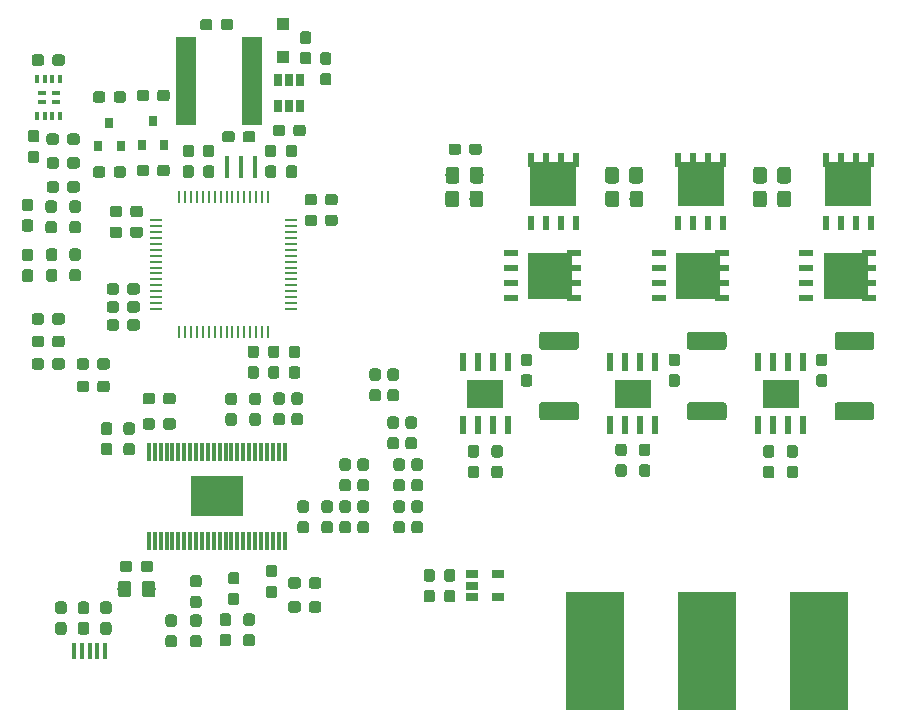
<source format=gbr>
G04 #@! TF.GenerationSoftware,KiCad,Pcbnew,5.1.0-060a0da~80~ubuntu18.04.1*
G04 #@! TF.CreationDate,2019-03-23T20:15:35+08:00*
G04 #@! TF.ProjectId,AgriESC,41677269-4553-4432-9e6b-696361645f70,rev?*
G04 #@! TF.SameCoordinates,Original*
G04 #@! TF.FileFunction,Paste,Top*
G04 #@! TF.FilePolarity,Positive*
%FSLAX46Y46*%
G04 Gerber Fmt 4.6, Leading zero omitted, Abs format (unit mm)*
G04 Created by KiCad (PCBNEW 5.1.0-060a0da~80~ubuntu18.04.1) date 2019-03-23 20:15:35*
%MOMM*%
%LPD*%
G04 APERTURE LIST*
%ADD10C,0.100000*%
%ADD11C,0.950000*%
%ADD12R,1.060000X0.650000*%
%ADD13R,0.400000X1.350000*%
%ADD14R,0.610000X1.270000*%
%ADD15R,3.910000X3.750000*%
%ADD16R,0.800000X0.900000*%
%ADD17R,0.250000X1.000000*%
%ADD18R,1.000000X0.250000*%
%ADD19R,0.400000X1.900000*%
%ADD20C,1.150000*%
%ADD21R,1.100000X1.100000*%
%ADD22R,5.000000X10.000000*%
%ADD23R,1.800000X7.500000*%
%ADD24C,1.525000*%
%ADD25R,3.750000X3.910000*%
%ADD26R,1.270000X0.610000*%
%ADD27R,3.099000X2.413000*%
%ADD28R,0.533000X1.600000*%
%ADD29R,0.300000X1.550000*%
%ADD30R,4.420000X3.480000*%
%ADD31R,0.650000X1.060000*%
%ADD32R,0.350000X0.650000*%
%ADD33R,0.720000X0.465000*%
G04 APERTURE END LIST*
D10*
G36*
X153010779Y-125851144D02*
G01*
X153033834Y-125854563D01*
X153056443Y-125860227D01*
X153078387Y-125868079D01*
X153099457Y-125878044D01*
X153119448Y-125890026D01*
X153138168Y-125903910D01*
X153155438Y-125919562D01*
X153171090Y-125936832D01*
X153184974Y-125955552D01*
X153196956Y-125975543D01*
X153206921Y-125996613D01*
X153214773Y-126018557D01*
X153220437Y-126041166D01*
X153223856Y-126064221D01*
X153225000Y-126087500D01*
X153225000Y-126662500D01*
X153223856Y-126685779D01*
X153220437Y-126708834D01*
X153214773Y-126731443D01*
X153206921Y-126753387D01*
X153196956Y-126774457D01*
X153184974Y-126794448D01*
X153171090Y-126813168D01*
X153155438Y-126830438D01*
X153138168Y-126846090D01*
X153119448Y-126859974D01*
X153099457Y-126871956D01*
X153078387Y-126881921D01*
X153056443Y-126889773D01*
X153033834Y-126895437D01*
X153010779Y-126898856D01*
X152987500Y-126900000D01*
X152512500Y-126900000D01*
X152489221Y-126898856D01*
X152466166Y-126895437D01*
X152443557Y-126889773D01*
X152421613Y-126881921D01*
X152400543Y-126871956D01*
X152380552Y-126859974D01*
X152361832Y-126846090D01*
X152344562Y-126830438D01*
X152328910Y-126813168D01*
X152315026Y-126794448D01*
X152303044Y-126774457D01*
X152293079Y-126753387D01*
X152285227Y-126731443D01*
X152279563Y-126708834D01*
X152276144Y-126685779D01*
X152275000Y-126662500D01*
X152275000Y-126087500D01*
X152276144Y-126064221D01*
X152279563Y-126041166D01*
X152285227Y-126018557D01*
X152293079Y-125996613D01*
X152303044Y-125975543D01*
X152315026Y-125955552D01*
X152328910Y-125936832D01*
X152344562Y-125919562D01*
X152361832Y-125903910D01*
X152380552Y-125890026D01*
X152400543Y-125878044D01*
X152421613Y-125868079D01*
X152443557Y-125860227D01*
X152466166Y-125854563D01*
X152489221Y-125851144D01*
X152512500Y-125850000D01*
X152987500Y-125850000D01*
X153010779Y-125851144D01*
X153010779Y-125851144D01*
G37*
D11*
X152750000Y-126375000D03*
D10*
G36*
X153010779Y-124101144D02*
G01*
X153033834Y-124104563D01*
X153056443Y-124110227D01*
X153078387Y-124118079D01*
X153099457Y-124128044D01*
X153119448Y-124140026D01*
X153138168Y-124153910D01*
X153155438Y-124169562D01*
X153171090Y-124186832D01*
X153184974Y-124205552D01*
X153196956Y-124225543D01*
X153206921Y-124246613D01*
X153214773Y-124268557D01*
X153220437Y-124291166D01*
X153223856Y-124314221D01*
X153225000Y-124337500D01*
X153225000Y-124912500D01*
X153223856Y-124935779D01*
X153220437Y-124958834D01*
X153214773Y-124981443D01*
X153206921Y-125003387D01*
X153196956Y-125024457D01*
X153184974Y-125044448D01*
X153171090Y-125063168D01*
X153155438Y-125080438D01*
X153138168Y-125096090D01*
X153119448Y-125109974D01*
X153099457Y-125121956D01*
X153078387Y-125131921D01*
X153056443Y-125139773D01*
X153033834Y-125145437D01*
X153010779Y-125148856D01*
X152987500Y-125150000D01*
X152512500Y-125150000D01*
X152489221Y-125148856D01*
X152466166Y-125145437D01*
X152443557Y-125139773D01*
X152421613Y-125131921D01*
X152400543Y-125121956D01*
X152380552Y-125109974D01*
X152361832Y-125096090D01*
X152344562Y-125080438D01*
X152328910Y-125063168D01*
X152315026Y-125044448D01*
X152303044Y-125024457D01*
X152293079Y-125003387D01*
X152285227Y-124981443D01*
X152279563Y-124958834D01*
X152276144Y-124935779D01*
X152275000Y-124912500D01*
X152275000Y-124337500D01*
X152276144Y-124314221D01*
X152279563Y-124291166D01*
X152285227Y-124268557D01*
X152293079Y-124246613D01*
X152303044Y-124225543D01*
X152315026Y-124205552D01*
X152328910Y-124186832D01*
X152344562Y-124169562D01*
X152361832Y-124153910D01*
X152380552Y-124140026D01*
X152400543Y-124128044D01*
X152421613Y-124118079D01*
X152443557Y-124110227D01*
X152466166Y-124104563D01*
X152489221Y-124101144D01*
X152512500Y-124100000D01*
X152987500Y-124100000D01*
X153010779Y-124101144D01*
X153010779Y-124101144D01*
G37*
D11*
X152750000Y-124625000D03*
D10*
G36*
X154760779Y-124101144D02*
G01*
X154783834Y-124104563D01*
X154806443Y-124110227D01*
X154828387Y-124118079D01*
X154849457Y-124128044D01*
X154869448Y-124140026D01*
X154888168Y-124153910D01*
X154905438Y-124169562D01*
X154921090Y-124186832D01*
X154934974Y-124205552D01*
X154946956Y-124225543D01*
X154956921Y-124246613D01*
X154964773Y-124268557D01*
X154970437Y-124291166D01*
X154973856Y-124314221D01*
X154975000Y-124337500D01*
X154975000Y-124912500D01*
X154973856Y-124935779D01*
X154970437Y-124958834D01*
X154964773Y-124981443D01*
X154956921Y-125003387D01*
X154946956Y-125024457D01*
X154934974Y-125044448D01*
X154921090Y-125063168D01*
X154905438Y-125080438D01*
X154888168Y-125096090D01*
X154869448Y-125109974D01*
X154849457Y-125121956D01*
X154828387Y-125131921D01*
X154806443Y-125139773D01*
X154783834Y-125145437D01*
X154760779Y-125148856D01*
X154737500Y-125150000D01*
X154262500Y-125150000D01*
X154239221Y-125148856D01*
X154216166Y-125145437D01*
X154193557Y-125139773D01*
X154171613Y-125131921D01*
X154150543Y-125121956D01*
X154130552Y-125109974D01*
X154111832Y-125096090D01*
X154094562Y-125080438D01*
X154078910Y-125063168D01*
X154065026Y-125044448D01*
X154053044Y-125024457D01*
X154043079Y-125003387D01*
X154035227Y-124981443D01*
X154029563Y-124958834D01*
X154026144Y-124935779D01*
X154025000Y-124912500D01*
X154025000Y-124337500D01*
X154026144Y-124314221D01*
X154029563Y-124291166D01*
X154035227Y-124268557D01*
X154043079Y-124246613D01*
X154053044Y-124225543D01*
X154065026Y-124205552D01*
X154078910Y-124186832D01*
X154094562Y-124169562D01*
X154111832Y-124153910D01*
X154130552Y-124140026D01*
X154150543Y-124128044D01*
X154171613Y-124118079D01*
X154193557Y-124110227D01*
X154216166Y-124104563D01*
X154239221Y-124101144D01*
X154262500Y-124100000D01*
X154737500Y-124100000D01*
X154760779Y-124101144D01*
X154760779Y-124101144D01*
G37*
D11*
X154500000Y-124625000D03*
D10*
G36*
X154760779Y-125851144D02*
G01*
X154783834Y-125854563D01*
X154806443Y-125860227D01*
X154828387Y-125868079D01*
X154849457Y-125878044D01*
X154869448Y-125890026D01*
X154888168Y-125903910D01*
X154905438Y-125919562D01*
X154921090Y-125936832D01*
X154934974Y-125955552D01*
X154946956Y-125975543D01*
X154956921Y-125996613D01*
X154964773Y-126018557D01*
X154970437Y-126041166D01*
X154973856Y-126064221D01*
X154975000Y-126087500D01*
X154975000Y-126662500D01*
X154973856Y-126685779D01*
X154970437Y-126708834D01*
X154964773Y-126731443D01*
X154956921Y-126753387D01*
X154946956Y-126774457D01*
X154934974Y-126794448D01*
X154921090Y-126813168D01*
X154905438Y-126830438D01*
X154888168Y-126846090D01*
X154869448Y-126859974D01*
X154849457Y-126871956D01*
X154828387Y-126881921D01*
X154806443Y-126889773D01*
X154783834Y-126895437D01*
X154760779Y-126898856D01*
X154737500Y-126900000D01*
X154262500Y-126900000D01*
X154239221Y-126898856D01*
X154216166Y-126895437D01*
X154193557Y-126889773D01*
X154171613Y-126881921D01*
X154150543Y-126871956D01*
X154130552Y-126859974D01*
X154111832Y-126846090D01*
X154094562Y-126830438D01*
X154078910Y-126813168D01*
X154065026Y-126794448D01*
X154053044Y-126774457D01*
X154043079Y-126753387D01*
X154035227Y-126731443D01*
X154029563Y-126708834D01*
X154026144Y-126685779D01*
X154025000Y-126662500D01*
X154025000Y-126087500D01*
X154026144Y-126064221D01*
X154029563Y-126041166D01*
X154035227Y-126018557D01*
X154043079Y-125996613D01*
X154053044Y-125975543D01*
X154065026Y-125955552D01*
X154078910Y-125936832D01*
X154094562Y-125919562D01*
X154111832Y-125903910D01*
X154130552Y-125890026D01*
X154150543Y-125878044D01*
X154171613Y-125868079D01*
X154193557Y-125860227D01*
X154216166Y-125854563D01*
X154239221Y-125851144D01*
X154262500Y-125850000D01*
X154737500Y-125850000D01*
X154760779Y-125851144D01*
X154760779Y-125851144D01*
G37*
D11*
X154500000Y-126375000D03*
D12*
X158600000Y-124550000D03*
X158600000Y-126450000D03*
X156400000Y-126450000D03*
X156400000Y-125500000D03*
X156400000Y-124550000D03*
D13*
X122700000Y-131000000D03*
X123350000Y-131000000D03*
X125300000Y-131000000D03*
X124650000Y-131000000D03*
X124000000Y-131000000D03*
D10*
G36*
X121833779Y-126841144D02*
G01*
X121856834Y-126844563D01*
X121879443Y-126850227D01*
X121901387Y-126858079D01*
X121922457Y-126868044D01*
X121942448Y-126880026D01*
X121961168Y-126893910D01*
X121978438Y-126909562D01*
X121994090Y-126926832D01*
X122007974Y-126945552D01*
X122019956Y-126965543D01*
X122029921Y-126986613D01*
X122037773Y-127008557D01*
X122043437Y-127031166D01*
X122046856Y-127054221D01*
X122048000Y-127077500D01*
X122048000Y-127652500D01*
X122046856Y-127675779D01*
X122043437Y-127698834D01*
X122037773Y-127721443D01*
X122029921Y-127743387D01*
X122019956Y-127764457D01*
X122007974Y-127784448D01*
X121994090Y-127803168D01*
X121978438Y-127820438D01*
X121961168Y-127836090D01*
X121942448Y-127849974D01*
X121922457Y-127861956D01*
X121901387Y-127871921D01*
X121879443Y-127879773D01*
X121856834Y-127885437D01*
X121833779Y-127888856D01*
X121810500Y-127890000D01*
X121335500Y-127890000D01*
X121312221Y-127888856D01*
X121289166Y-127885437D01*
X121266557Y-127879773D01*
X121244613Y-127871921D01*
X121223543Y-127861956D01*
X121203552Y-127849974D01*
X121184832Y-127836090D01*
X121167562Y-127820438D01*
X121151910Y-127803168D01*
X121138026Y-127784448D01*
X121126044Y-127764457D01*
X121116079Y-127743387D01*
X121108227Y-127721443D01*
X121102563Y-127698834D01*
X121099144Y-127675779D01*
X121098000Y-127652500D01*
X121098000Y-127077500D01*
X121099144Y-127054221D01*
X121102563Y-127031166D01*
X121108227Y-127008557D01*
X121116079Y-126986613D01*
X121126044Y-126965543D01*
X121138026Y-126945552D01*
X121151910Y-126926832D01*
X121167562Y-126909562D01*
X121184832Y-126893910D01*
X121203552Y-126880026D01*
X121223543Y-126868044D01*
X121244613Y-126858079D01*
X121266557Y-126850227D01*
X121289166Y-126844563D01*
X121312221Y-126841144D01*
X121335500Y-126840000D01*
X121810500Y-126840000D01*
X121833779Y-126841144D01*
X121833779Y-126841144D01*
G37*
D11*
X121573000Y-127365000D03*
D10*
G36*
X121833779Y-128591144D02*
G01*
X121856834Y-128594563D01*
X121879443Y-128600227D01*
X121901387Y-128608079D01*
X121922457Y-128618044D01*
X121942448Y-128630026D01*
X121961168Y-128643910D01*
X121978438Y-128659562D01*
X121994090Y-128676832D01*
X122007974Y-128695552D01*
X122019956Y-128715543D01*
X122029921Y-128736613D01*
X122037773Y-128758557D01*
X122043437Y-128781166D01*
X122046856Y-128804221D01*
X122048000Y-128827500D01*
X122048000Y-129402500D01*
X122046856Y-129425779D01*
X122043437Y-129448834D01*
X122037773Y-129471443D01*
X122029921Y-129493387D01*
X122019956Y-129514457D01*
X122007974Y-129534448D01*
X121994090Y-129553168D01*
X121978438Y-129570438D01*
X121961168Y-129586090D01*
X121942448Y-129599974D01*
X121922457Y-129611956D01*
X121901387Y-129621921D01*
X121879443Y-129629773D01*
X121856834Y-129635437D01*
X121833779Y-129638856D01*
X121810500Y-129640000D01*
X121335500Y-129640000D01*
X121312221Y-129638856D01*
X121289166Y-129635437D01*
X121266557Y-129629773D01*
X121244613Y-129621921D01*
X121223543Y-129611956D01*
X121203552Y-129599974D01*
X121184832Y-129586090D01*
X121167562Y-129570438D01*
X121151910Y-129553168D01*
X121138026Y-129534448D01*
X121126044Y-129514457D01*
X121116079Y-129493387D01*
X121108227Y-129471443D01*
X121102563Y-129448834D01*
X121099144Y-129425779D01*
X121098000Y-129402500D01*
X121098000Y-128827500D01*
X121099144Y-128804221D01*
X121102563Y-128781166D01*
X121108227Y-128758557D01*
X121116079Y-128736613D01*
X121126044Y-128715543D01*
X121138026Y-128695552D01*
X121151910Y-128676832D01*
X121167562Y-128659562D01*
X121184832Y-128643910D01*
X121203552Y-128630026D01*
X121223543Y-128618044D01*
X121244613Y-128608079D01*
X121266557Y-128600227D01*
X121289166Y-128594563D01*
X121312221Y-128591144D01*
X121335500Y-128590000D01*
X121810500Y-128590000D01*
X121833779Y-128591144D01*
X121833779Y-128591144D01*
G37*
D11*
X121573000Y-129115000D03*
D10*
G36*
X125643779Y-128591144D02*
G01*
X125666834Y-128594563D01*
X125689443Y-128600227D01*
X125711387Y-128608079D01*
X125732457Y-128618044D01*
X125752448Y-128630026D01*
X125771168Y-128643910D01*
X125788438Y-128659562D01*
X125804090Y-128676832D01*
X125817974Y-128695552D01*
X125829956Y-128715543D01*
X125839921Y-128736613D01*
X125847773Y-128758557D01*
X125853437Y-128781166D01*
X125856856Y-128804221D01*
X125858000Y-128827500D01*
X125858000Y-129402500D01*
X125856856Y-129425779D01*
X125853437Y-129448834D01*
X125847773Y-129471443D01*
X125839921Y-129493387D01*
X125829956Y-129514457D01*
X125817974Y-129534448D01*
X125804090Y-129553168D01*
X125788438Y-129570438D01*
X125771168Y-129586090D01*
X125752448Y-129599974D01*
X125732457Y-129611956D01*
X125711387Y-129621921D01*
X125689443Y-129629773D01*
X125666834Y-129635437D01*
X125643779Y-129638856D01*
X125620500Y-129640000D01*
X125145500Y-129640000D01*
X125122221Y-129638856D01*
X125099166Y-129635437D01*
X125076557Y-129629773D01*
X125054613Y-129621921D01*
X125033543Y-129611956D01*
X125013552Y-129599974D01*
X124994832Y-129586090D01*
X124977562Y-129570438D01*
X124961910Y-129553168D01*
X124948026Y-129534448D01*
X124936044Y-129514457D01*
X124926079Y-129493387D01*
X124918227Y-129471443D01*
X124912563Y-129448834D01*
X124909144Y-129425779D01*
X124908000Y-129402500D01*
X124908000Y-128827500D01*
X124909144Y-128804221D01*
X124912563Y-128781166D01*
X124918227Y-128758557D01*
X124926079Y-128736613D01*
X124936044Y-128715543D01*
X124948026Y-128695552D01*
X124961910Y-128676832D01*
X124977562Y-128659562D01*
X124994832Y-128643910D01*
X125013552Y-128630026D01*
X125033543Y-128618044D01*
X125054613Y-128608079D01*
X125076557Y-128600227D01*
X125099166Y-128594563D01*
X125122221Y-128591144D01*
X125145500Y-128590000D01*
X125620500Y-128590000D01*
X125643779Y-128591144D01*
X125643779Y-128591144D01*
G37*
D11*
X125383000Y-129115000D03*
D10*
G36*
X125643779Y-126841144D02*
G01*
X125666834Y-126844563D01*
X125689443Y-126850227D01*
X125711387Y-126858079D01*
X125732457Y-126868044D01*
X125752448Y-126880026D01*
X125771168Y-126893910D01*
X125788438Y-126909562D01*
X125804090Y-126926832D01*
X125817974Y-126945552D01*
X125829956Y-126965543D01*
X125839921Y-126986613D01*
X125847773Y-127008557D01*
X125853437Y-127031166D01*
X125856856Y-127054221D01*
X125858000Y-127077500D01*
X125858000Y-127652500D01*
X125856856Y-127675779D01*
X125853437Y-127698834D01*
X125847773Y-127721443D01*
X125839921Y-127743387D01*
X125829956Y-127764457D01*
X125817974Y-127784448D01*
X125804090Y-127803168D01*
X125788438Y-127820438D01*
X125771168Y-127836090D01*
X125752448Y-127849974D01*
X125732457Y-127861956D01*
X125711387Y-127871921D01*
X125689443Y-127879773D01*
X125666834Y-127885437D01*
X125643779Y-127888856D01*
X125620500Y-127890000D01*
X125145500Y-127890000D01*
X125122221Y-127888856D01*
X125099166Y-127885437D01*
X125076557Y-127879773D01*
X125054613Y-127871921D01*
X125033543Y-127861956D01*
X125013552Y-127849974D01*
X124994832Y-127836090D01*
X124977562Y-127820438D01*
X124961910Y-127803168D01*
X124948026Y-127784448D01*
X124936044Y-127764457D01*
X124926079Y-127743387D01*
X124918227Y-127721443D01*
X124912563Y-127698834D01*
X124909144Y-127675779D01*
X124908000Y-127652500D01*
X124908000Y-127077500D01*
X124909144Y-127054221D01*
X124912563Y-127031166D01*
X124918227Y-127008557D01*
X124926079Y-126986613D01*
X124936044Y-126965543D01*
X124948026Y-126945552D01*
X124961910Y-126926832D01*
X124977562Y-126909562D01*
X124994832Y-126893910D01*
X125013552Y-126880026D01*
X125033543Y-126868044D01*
X125054613Y-126858079D01*
X125076557Y-126850227D01*
X125099166Y-126844563D01*
X125122221Y-126841144D01*
X125145500Y-126840000D01*
X125620500Y-126840000D01*
X125643779Y-126841144D01*
X125643779Y-126841144D01*
G37*
D11*
X125383000Y-127365000D03*
D10*
G36*
X123738779Y-126841144D02*
G01*
X123761834Y-126844563D01*
X123784443Y-126850227D01*
X123806387Y-126858079D01*
X123827457Y-126868044D01*
X123847448Y-126880026D01*
X123866168Y-126893910D01*
X123883438Y-126909562D01*
X123899090Y-126926832D01*
X123912974Y-126945552D01*
X123924956Y-126965543D01*
X123934921Y-126986613D01*
X123942773Y-127008557D01*
X123948437Y-127031166D01*
X123951856Y-127054221D01*
X123953000Y-127077500D01*
X123953000Y-127652500D01*
X123951856Y-127675779D01*
X123948437Y-127698834D01*
X123942773Y-127721443D01*
X123934921Y-127743387D01*
X123924956Y-127764457D01*
X123912974Y-127784448D01*
X123899090Y-127803168D01*
X123883438Y-127820438D01*
X123866168Y-127836090D01*
X123847448Y-127849974D01*
X123827457Y-127861956D01*
X123806387Y-127871921D01*
X123784443Y-127879773D01*
X123761834Y-127885437D01*
X123738779Y-127888856D01*
X123715500Y-127890000D01*
X123240500Y-127890000D01*
X123217221Y-127888856D01*
X123194166Y-127885437D01*
X123171557Y-127879773D01*
X123149613Y-127871921D01*
X123128543Y-127861956D01*
X123108552Y-127849974D01*
X123089832Y-127836090D01*
X123072562Y-127820438D01*
X123056910Y-127803168D01*
X123043026Y-127784448D01*
X123031044Y-127764457D01*
X123021079Y-127743387D01*
X123013227Y-127721443D01*
X123007563Y-127698834D01*
X123004144Y-127675779D01*
X123003000Y-127652500D01*
X123003000Y-127077500D01*
X123004144Y-127054221D01*
X123007563Y-127031166D01*
X123013227Y-127008557D01*
X123021079Y-126986613D01*
X123031044Y-126965543D01*
X123043026Y-126945552D01*
X123056910Y-126926832D01*
X123072562Y-126909562D01*
X123089832Y-126893910D01*
X123108552Y-126880026D01*
X123128543Y-126868044D01*
X123149613Y-126858079D01*
X123171557Y-126850227D01*
X123194166Y-126844563D01*
X123217221Y-126841144D01*
X123240500Y-126840000D01*
X123715500Y-126840000D01*
X123738779Y-126841144D01*
X123738779Y-126841144D01*
G37*
D11*
X123478000Y-127365000D03*
D10*
G36*
X123738779Y-128591144D02*
G01*
X123761834Y-128594563D01*
X123784443Y-128600227D01*
X123806387Y-128608079D01*
X123827457Y-128618044D01*
X123847448Y-128630026D01*
X123866168Y-128643910D01*
X123883438Y-128659562D01*
X123899090Y-128676832D01*
X123912974Y-128695552D01*
X123924956Y-128715543D01*
X123934921Y-128736613D01*
X123942773Y-128758557D01*
X123948437Y-128781166D01*
X123951856Y-128804221D01*
X123953000Y-128827500D01*
X123953000Y-129402500D01*
X123951856Y-129425779D01*
X123948437Y-129448834D01*
X123942773Y-129471443D01*
X123934921Y-129493387D01*
X123924956Y-129514457D01*
X123912974Y-129534448D01*
X123899090Y-129553168D01*
X123883438Y-129570438D01*
X123866168Y-129586090D01*
X123847448Y-129599974D01*
X123827457Y-129611956D01*
X123806387Y-129621921D01*
X123784443Y-129629773D01*
X123761834Y-129635437D01*
X123738779Y-129638856D01*
X123715500Y-129640000D01*
X123240500Y-129640000D01*
X123217221Y-129638856D01*
X123194166Y-129635437D01*
X123171557Y-129629773D01*
X123149613Y-129621921D01*
X123128543Y-129611956D01*
X123108552Y-129599974D01*
X123089832Y-129586090D01*
X123072562Y-129570438D01*
X123056910Y-129553168D01*
X123043026Y-129534448D01*
X123031044Y-129514457D01*
X123021079Y-129493387D01*
X123013227Y-129471443D01*
X123007563Y-129448834D01*
X123004144Y-129425779D01*
X123003000Y-129402500D01*
X123003000Y-128827500D01*
X123004144Y-128804221D01*
X123007563Y-128781166D01*
X123013227Y-128758557D01*
X123021079Y-128736613D01*
X123031044Y-128715543D01*
X123043026Y-128695552D01*
X123056910Y-128676832D01*
X123072562Y-128659562D01*
X123089832Y-128643910D01*
X123108552Y-128630026D01*
X123128543Y-128618044D01*
X123149613Y-128608079D01*
X123171557Y-128600227D01*
X123194166Y-128594563D01*
X123217221Y-128591144D01*
X123240500Y-128590000D01*
X123715500Y-128590000D01*
X123738779Y-128591144D01*
X123738779Y-128591144D01*
G37*
D11*
X123478000Y-129115000D03*
D10*
G36*
X137810779Y-87026144D02*
G01*
X137833834Y-87029563D01*
X137856443Y-87035227D01*
X137878387Y-87043079D01*
X137899457Y-87053044D01*
X137919448Y-87065026D01*
X137938168Y-87078910D01*
X137955438Y-87094562D01*
X137971090Y-87111832D01*
X137984974Y-87130552D01*
X137996956Y-87150543D01*
X138006921Y-87171613D01*
X138014773Y-87193557D01*
X138020437Y-87216166D01*
X138023856Y-87239221D01*
X138025000Y-87262500D01*
X138025000Y-87737500D01*
X138023856Y-87760779D01*
X138020437Y-87783834D01*
X138014773Y-87806443D01*
X138006921Y-87828387D01*
X137996956Y-87849457D01*
X137984974Y-87869448D01*
X137971090Y-87888168D01*
X137955438Y-87905438D01*
X137938168Y-87921090D01*
X137919448Y-87934974D01*
X137899457Y-87946956D01*
X137878387Y-87956921D01*
X137856443Y-87964773D01*
X137833834Y-87970437D01*
X137810779Y-87973856D01*
X137787500Y-87975000D01*
X137212500Y-87975000D01*
X137189221Y-87973856D01*
X137166166Y-87970437D01*
X137143557Y-87964773D01*
X137121613Y-87956921D01*
X137100543Y-87946956D01*
X137080552Y-87934974D01*
X137061832Y-87921090D01*
X137044562Y-87905438D01*
X137028910Y-87888168D01*
X137015026Y-87869448D01*
X137003044Y-87849457D01*
X136993079Y-87828387D01*
X136985227Y-87806443D01*
X136979563Y-87783834D01*
X136976144Y-87760779D01*
X136975000Y-87737500D01*
X136975000Y-87262500D01*
X136976144Y-87239221D01*
X136979563Y-87216166D01*
X136985227Y-87193557D01*
X136993079Y-87171613D01*
X137003044Y-87150543D01*
X137015026Y-87130552D01*
X137028910Y-87111832D01*
X137044562Y-87094562D01*
X137061832Y-87078910D01*
X137080552Y-87065026D01*
X137100543Y-87053044D01*
X137121613Y-87043079D01*
X137143557Y-87035227D01*
X137166166Y-87029563D01*
X137189221Y-87026144D01*
X137212500Y-87025000D01*
X137787500Y-87025000D01*
X137810779Y-87026144D01*
X137810779Y-87026144D01*
G37*
D11*
X137500000Y-87500000D03*
D10*
G36*
X136060779Y-87026144D02*
G01*
X136083834Y-87029563D01*
X136106443Y-87035227D01*
X136128387Y-87043079D01*
X136149457Y-87053044D01*
X136169448Y-87065026D01*
X136188168Y-87078910D01*
X136205438Y-87094562D01*
X136221090Y-87111832D01*
X136234974Y-87130552D01*
X136246956Y-87150543D01*
X136256921Y-87171613D01*
X136264773Y-87193557D01*
X136270437Y-87216166D01*
X136273856Y-87239221D01*
X136275000Y-87262500D01*
X136275000Y-87737500D01*
X136273856Y-87760779D01*
X136270437Y-87783834D01*
X136264773Y-87806443D01*
X136256921Y-87828387D01*
X136246956Y-87849457D01*
X136234974Y-87869448D01*
X136221090Y-87888168D01*
X136205438Y-87905438D01*
X136188168Y-87921090D01*
X136169448Y-87934974D01*
X136149457Y-87946956D01*
X136128387Y-87956921D01*
X136106443Y-87964773D01*
X136083834Y-87970437D01*
X136060779Y-87973856D01*
X136037500Y-87975000D01*
X135462500Y-87975000D01*
X135439221Y-87973856D01*
X135416166Y-87970437D01*
X135393557Y-87964773D01*
X135371613Y-87956921D01*
X135350543Y-87946956D01*
X135330552Y-87934974D01*
X135311832Y-87921090D01*
X135294562Y-87905438D01*
X135278910Y-87888168D01*
X135265026Y-87869448D01*
X135253044Y-87849457D01*
X135243079Y-87828387D01*
X135235227Y-87806443D01*
X135229563Y-87783834D01*
X135226144Y-87760779D01*
X135225000Y-87737500D01*
X135225000Y-87262500D01*
X135226144Y-87239221D01*
X135229563Y-87216166D01*
X135235227Y-87193557D01*
X135243079Y-87171613D01*
X135253044Y-87150543D01*
X135265026Y-87130552D01*
X135278910Y-87111832D01*
X135294562Y-87094562D01*
X135311832Y-87078910D01*
X135330552Y-87065026D01*
X135350543Y-87053044D01*
X135371613Y-87043079D01*
X135393557Y-87035227D01*
X135416166Y-87029563D01*
X135439221Y-87026144D01*
X135462500Y-87025000D01*
X136037500Y-87025000D01*
X136060779Y-87026144D01*
X136060779Y-87026144D01*
G37*
D11*
X135750000Y-87500000D03*
D14*
X161345000Y-89486000D03*
X162615000Y-89486000D03*
X163885000Y-89486000D03*
X165155000Y-89486000D03*
X165155000Y-94826000D03*
X163885000Y-94826000D03*
X162615000Y-94826000D03*
X161345000Y-94826000D03*
D15*
X163250000Y-91496000D03*
D16*
X128426000Y-88168000D03*
X130326000Y-88168000D03*
X129376000Y-86168000D03*
D17*
X139098000Y-92616000D03*
X138598000Y-92616000D03*
X138098000Y-92616000D03*
X137598000Y-92616000D03*
X137098000Y-92616000D03*
X136598000Y-92616000D03*
X136098000Y-92616000D03*
X135598000Y-92616000D03*
X135098000Y-92616000D03*
X134598000Y-92616000D03*
X134098000Y-92616000D03*
X133598000Y-92616000D03*
X133098000Y-92616000D03*
X132598000Y-92616000D03*
X132098000Y-92616000D03*
X131598000Y-92616000D03*
D18*
X129648000Y-94566000D03*
X129648000Y-95066000D03*
X129648000Y-95566000D03*
X129648000Y-96066000D03*
X129648000Y-96566000D03*
X129648000Y-97066000D03*
X129648000Y-97566000D03*
X129648000Y-98066000D03*
X129648000Y-98566000D03*
X129648000Y-99066000D03*
X129648000Y-99566000D03*
X129648000Y-100066000D03*
X129648000Y-100566000D03*
X129648000Y-101066000D03*
X129648000Y-101566000D03*
X129648000Y-102066000D03*
D17*
X131598000Y-104016000D03*
X132098000Y-104016000D03*
X132598000Y-104016000D03*
X133098000Y-104016000D03*
X133598000Y-104016000D03*
X134098000Y-104016000D03*
X134598000Y-104016000D03*
X135098000Y-104016000D03*
X135598000Y-104016000D03*
X136098000Y-104016000D03*
X136598000Y-104016000D03*
X137098000Y-104016000D03*
X137598000Y-104016000D03*
X138098000Y-104016000D03*
X138598000Y-104016000D03*
X139098000Y-104016000D03*
D18*
X141048000Y-102066000D03*
X141048000Y-101566000D03*
X141048000Y-101066000D03*
X141048000Y-100566000D03*
X141048000Y-100066000D03*
X141048000Y-99566000D03*
X141048000Y-99066000D03*
X141048000Y-98566000D03*
X141048000Y-98066000D03*
X141048000Y-97566000D03*
X141048000Y-97066000D03*
X141048000Y-96566000D03*
X141048000Y-96066000D03*
X141048000Y-95566000D03*
X141048000Y-95066000D03*
X141048000Y-94566000D03*
D10*
G36*
X121060779Y-96951144D02*
G01*
X121083834Y-96954563D01*
X121106443Y-96960227D01*
X121128387Y-96968079D01*
X121149457Y-96978044D01*
X121169448Y-96990026D01*
X121188168Y-97003910D01*
X121205438Y-97019562D01*
X121221090Y-97036832D01*
X121234974Y-97055552D01*
X121246956Y-97075543D01*
X121256921Y-97096613D01*
X121264773Y-97118557D01*
X121270437Y-97141166D01*
X121273856Y-97164221D01*
X121275000Y-97187500D01*
X121275000Y-97762500D01*
X121273856Y-97785779D01*
X121270437Y-97808834D01*
X121264773Y-97831443D01*
X121256921Y-97853387D01*
X121246956Y-97874457D01*
X121234974Y-97894448D01*
X121221090Y-97913168D01*
X121205438Y-97930438D01*
X121188168Y-97946090D01*
X121169448Y-97959974D01*
X121149457Y-97971956D01*
X121128387Y-97981921D01*
X121106443Y-97989773D01*
X121083834Y-97995437D01*
X121060779Y-97998856D01*
X121037500Y-98000000D01*
X120562500Y-98000000D01*
X120539221Y-97998856D01*
X120516166Y-97995437D01*
X120493557Y-97989773D01*
X120471613Y-97981921D01*
X120450543Y-97971956D01*
X120430552Y-97959974D01*
X120411832Y-97946090D01*
X120394562Y-97930438D01*
X120378910Y-97913168D01*
X120365026Y-97894448D01*
X120353044Y-97874457D01*
X120343079Y-97853387D01*
X120335227Y-97831443D01*
X120329563Y-97808834D01*
X120326144Y-97785779D01*
X120325000Y-97762500D01*
X120325000Y-97187500D01*
X120326144Y-97164221D01*
X120329563Y-97141166D01*
X120335227Y-97118557D01*
X120343079Y-97096613D01*
X120353044Y-97075543D01*
X120365026Y-97055552D01*
X120378910Y-97036832D01*
X120394562Y-97019562D01*
X120411832Y-97003910D01*
X120430552Y-96990026D01*
X120450543Y-96978044D01*
X120471613Y-96968079D01*
X120493557Y-96960227D01*
X120516166Y-96954563D01*
X120539221Y-96951144D01*
X120562500Y-96950000D01*
X121037500Y-96950000D01*
X121060779Y-96951144D01*
X121060779Y-96951144D01*
G37*
D11*
X120800000Y-97475000D03*
D10*
G36*
X121060779Y-98701144D02*
G01*
X121083834Y-98704563D01*
X121106443Y-98710227D01*
X121128387Y-98718079D01*
X121149457Y-98728044D01*
X121169448Y-98740026D01*
X121188168Y-98753910D01*
X121205438Y-98769562D01*
X121221090Y-98786832D01*
X121234974Y-98805552D01*
X121246956Y-98825543D01*
X121256921Y-98846613D01*
X121264773Y-98868557D01*
X121270437Y-98891166D01*
X121273856Y-98914221D01*
X121275000Y-98937500D01*
X121275000Y-99512500D01*
X121273856Y-99535779D01*
X121270437Y-99558834D01*
X121264773Y-99581443D01*
X121256921Y-99603387D01*
X121246956Y-99624457D01*
X121234974Y-99644448D01*
X121221090Y-99663168D01*
X121205438Y-99680438D01*
X121188168Y-99696090D01*
X121169448Y-99709974D01*
X121149457Y-99721956D01*
X121128387Y-99731921D01*
X121106443Y-99739773D01*
X121083834Y-99745437D01*
X121060779Y-99748856D01*
X121037500Y-99750000D01*
X120562500Y-99750000D01*
X120539221Y-99748856D01*
X120516166Y-99745437D01*
X120493557Y-99739773D01*
X120471613Y-99731921D01*
X120450543Y-99721956D01*
X120430552Y-99709974D01*
X120411832Y-99696090D01*
X120394562Y-99680438D01*
X120378910Y-99663168D01*
X120365026Y-99644448D01*
X120353044Y-99624457D01*
X120343079Y-99603387D01*
X120335227Y-99581443D01*
X120329563Y-99558834D01*
X120326144Y-99535779D01*
X120325000Y-99512500D01*
X120325000Y-98937500D01*
X120326144Y-98914221D01*
X120329563Y-98891166D01*
X120335227Y-98868557D01*
X120343079Y-98846613D01*
X120353044Y-98825543D01*
X120365026Y-98805552D01*
X120378910Y-98786832D01*
X120394562Y-98769562D01*
X120411832Y-98753910D01*
X120430552Y-98740026D01*
X120450543Y-98728044D01*
X120471613Y-98718079D01*
X120493557Y-98710227D01*
X120516166Y-98704563D01*
X120539221Y-98701144D01*
X120562500Y-98700000D01*
X121037500Y-98700000D01*
X121060779Y-98701144D01*
X121060779Y-98701144D01*
G37*
D11*
X120800000Y-99225000D03*
D19*
X135598000Y-90066000D03*
X136798000Y-90066000D03*
X137998000Y-90066000D03*
D10*
G36*
X155049505Y-92051204D02*
G01*
X155073773Y-92054804D01*
X155097572Y-92060765D01*
X155120671Y-92069030D01*
X155142850Y-92079520D01*
X155163893Y-92092132D01*
X155183599Y-92106747D01*
X155201777Y-92123223D01*
X155218253Y-92141401D01*
X155232868Y-92161107D01*
X155245480Y-92182150D01*
X155255970Y-92204329D01*
X155264235Y-92227428D01*
X155270196Y-92251227D01*
X155273796Y-92275495D01*
X155275000Y-92299999D01*
X155275000Y-93200001D01*
X155273796Y-93224505D01*
X155270196Y-93248773D01*
X155264235Y-93272572D01*
X155255970Y-93295671D01*
X155245480Y-93317850D01*
X155232868Y-93338893D01*
X155218253Y-93358599D01*
X155201777Y-93376777D01*
X155183599Y-93393253D01*
X155163893Y-93407868D01*
X155142850Y-93420480D01*
X155120671Y-93430970D01*
X155097572Y-93439235D01*
X155073773Y-93445196D01*
X155049505Y-93448796D01*
X155025001Y-93450000D01*
X154374999Y-93450000D01*
X154350495Y-93448796D01*
X154326227Y-93445196D01*
X154302428Y-93439235D01*
X154279329Y-93430970D01*
X154257150Y-93420480D01*
X154236107Y-93407868D01*
X154216401Y-93393253D01*
X154198223Y-93376777D01*
X154181747Y-93358599D01*
X154167132Y-93338893D01*
X154154520Y-93317850D01*
X154144030Y-93295671D01*
X154135765Y-93272572D01*
X154129804Y-93248773D01*
X154126204Y-93224505D01*
X154125000Y-93200001D01*
X154125000Y-92299999D01*
X154126204Y-92275495D01*
X154129804Y-92251227D01*
X154135765Y-92227428D01*
X154144030Y-92204329D01*
X154154520Y-92182150D01*
X154167132Y-92161107D01*
X154181747Y-92141401D01*
X154198223Y-92123223D01*
X154216401Y-92106747D01*
X154236107Y-92092132D01*
X154257150Y-92079520D01*
X154279329Y-92069030D01*
X154302428Y-92060765D01*
X154326227Y-92054804D01*
X154350495Y-92051204D01*
X154374999Y-92050000D01*
X155025001Y-92050000D01*
X155049505Y-92051204D01*
X155049505Y-92051204D01*
G37*
D20*
X154700000Y-92750000D03*
D10*
G36*
X157099505Y-92051204D02*
G01*
X157123773Y-92054804D01*
X157147572Y-92060765D01*
X157170671Y-92069030D01*
X157192850Y-92079520D01*
X157213893Y-92092132D01*
X157233599Y-92106747D01*
X157251777Y-92123223D01*
X157268253Y-92141401D01*
X157282868Y-92161107D01*
X157295480Y-92182150D01*
X157305970Y-92204329D01*
X157314235Y-92227428D01*
X157320196Y-92251227D01*
X157323796Y-92275495D01*
X157325000Y-92299999D01*
X157325000Y-93200001D01*
X157323796Y-93224505D01*
X157320196Y-93248773D01*
X157314235Y-93272572D01*
X157305970Y-93295671D01*
X157295480Y-93317850D01*
X157282868Y-93338893D01*
X157268253Y-93358599D01*
X157251777Y-93376777D01*
X157233599Y-93393253D01*
X157213893Y-93407868D01*
X157192850Y-93420480D01*
X157170671Y-93430970D01*
X157147572Y-93439235D01*
X157123773Y-93445196D01*
X157099505Y-93448796D01*
X157075001Y-93450000D01*
X156424999Y-93450000D01*
X156400495Y-93448796D01*
X156376227Y-93445196D01*
X156352428Y-93439235D01*
X156329329Y-93430970D01*
X156307150Y-93420480D01*
X156286107Y-93407868D01*
X156266401Y-93393253D01*
X156248223Y-93376777D01*
X156231747Y-93358599D01*
X156217132Y-93338893D01*
X156204520Y-93317850D01*
X156194030Y-93295671D01*
X156185765Y-93272572D01*
X156179804Y-93248773D01*
X156176204Y-93224505D01*
X156175000Y-93200001D01*
X156175000Y-92299999D01*
X156176204Y-92275495D01*
X156179804Y-92251227D01*
X156185765Y-92227428D01*
X156194030Y-92204329D01*
X156204520Y-92182150D01*
X156217132Y-92161107D01*
X156231747Y-92141401D01*
X156248223Y-92123223D01*
X156266401Y-92106747D01*
X156286107Y-92092132D01*
X156307150Y-92079520D01*
X156329329Y-92069030D01*
X156352428Y-92060765D01*
X156376227Y-92054804D01*
X156400495Y-92051204D01*
X156424999Y-92050000D01*
X157075001Y-92050000D01*
X157099505Y-92051204D01*
X157099505Y-92051204D01*
G37*
D20*
X156750000Y-92750000D03*
D10*
G36*
X157124505Y-90051204D02*
G01*
X157148773Y-90054804D01*
X157172572Y-90060765D01*
X157195671Y-90069030D01*
X157217850Y-90079520D01*
X157238893Y-90092132D01*
X157258599Y-90106747D01*
X157276777Y-90123223D01*
X157293253Y-90141401D01*
X157307868Y-90161107D01*
X157320480Y-90182150D01*
X157330970Y-90204329D01*
X157339235Y-90227428D01*
X157345196Y-90251227D01*
X157348796Y-90275495D01*
X157350000Y-90299999D01*
X157350000Y-91200001D01*
X157348796Y-91224505D01*
X157345196Y-91248773D01*
X157339235Y-91272572D01*
X157330970Y-91295671D01*
X157320480Y-91317850D01*
X157307868Y-91338893D01*
X157293253Y-91358599D01*
X157276777Y-91376777D01*
X157258599Y-91393253D01*
X157238893Y-91407868D01*
X157217850Y-91420480D01*
X157195671Y-91430970D01*
X157172572Y-91439235D01*
X157148773Y-91445196D01*
X157124505Y-91448796D01*
X157100001Y-91450000D01*
X156449999Y-91450000D01*
X156425495Y-91448796D01*
X156401227Y-91445196D01*
X156377428Y-91439235D01*
X156354329Y-91430970D01*
X156332150Y-91420480D01*
X156311107Y-91407868D01*
X156291401Y-91393253D01*
X156273223Y-91376777D01*
X156256747Y-91358599D01*
X156242132Y-91338893D01*
X156229520Y-91317850D01*
X156219030Y-91295671D01*
X156210765Y-91272572D01*
X156204804Y-91248773D01*
X156201204Y-91224505D01*
X156200000Y-91200001D01*
X156200000Y-90299999D01*
X156201204Y-90275495D01*
X156204804Y-90251227D01*
X156210765Y-90227428D01*
X156219030Y-90204329D01*
X156229520Y-90182150D01*
X156242132Y-90161107D01*
X156256747Y-90141401D01*
X156273223Y-90123223D01*
X156291401Y-90106747D01*
X156311107Y-90092132D01*
X156332150Y-90079520D01*
X156354329Y-90069030D01*
X156377428Y-90060765D01*
X156401227Y-90054804D01*
X156425495Y-90051204D01*
X156449999Y-90050000D01*
X157100001Y-90050000D01*
X157124505Y-90051204D01*
X157124505Y-90051204D01*
G37*
D20*
X156775000Y-90750000D03*
D10*
G36*
X155074505Y-90051204D02*
G01*
X155098773Y-90054804D01*
X155122572Y-90060765D01*
X155145671Y-90069030D01*
X155167850Y-90079520D01*
X155188893Y-90092132D01*
X155208599Y-90106747D01*
X155226777Y-90123223D01*
X155243253Y-90141401D01*
X155257868Y-90161107D01*
X155270480Y-90182150D01*
X155280970Y-90204329D01*
X155289235Y-90227428D01*
X155295196Y-90251227D01*
X155298796Y-90275495D01*
X155300000Y-90299999D01*
X155300000Y-91200001D01*
X155298796Y-91224505D01*
X155295196Y-91248773D01*
X155289235Y-91272572D01*
X155280970Y-91295671D01*
X155270480Y-91317850D01*
X155257868Y-91338893D01*
X155243253Y-91358599D01*
X155226777Y-91376777D01*
X155208599Y-91393253D01*
X155188893Y-91407868D01*
X155167850Y-91420480D01*
X155145671Y-91430970D01*
X155122572Y-91439235D01*
X155098773Y-91445196D01*
X155074505Y-91448796D01*
X155050001Y-91450000D01*
X154399999Y-91450000D01*
X154375495Y-91448796D01*
X154351227Y-91445196D01*
X154327428Y-91439235D01*
X154304329Y-91430970D01*
X154282150Y-91420480D01*
X154261107Y-91407868D01*
X154241401Y-91393253D01*
X154223223Y-91376777D01*
X154206747Y-91358599D01*
X154192132Y-91338893D01*
X154179520Y-91317850D01*
X154169030Y-91295671D01*
X154160765Y-91272572D01*
X154154804Y-91248773D01*
X154151204Y-91224505D01*
X154150000Y-91200001D01*
X154150000Y-90299999D01*
X154151204Y-90275495D01*
X154154804Y-90251227D01*
X154160765Y-90227428D01*
X154169030Y-90204329D01*
X154179520Y-90182150D01*
X154192132Y-90161107D01*
X154206747Y-90141401D01*
X154223223Y-90123223D01*
X154241401Y-90106747D01*
X154261107Y-90092132D01*
X154282150Y-90079520D01*
X154304329Y-90069030D01*
X154327428Y-90060765D01*
X154351227Y-90054804D01*
X154375495Y-90051204D01*
X154399999Y-90050000D01*
X155050001Y-90050000D01*
X155074505Y-90051204D01*
X155074505Y-90051204D01*
G37*
D20*
X154725000Y-90750000D03*
D10*
G36*
X168599505Y-92051204D02*
G01*
X168623773Y-92054804D01*
X168647572Y-92060765D01*
X168670671Y-92069030D01*
X168692850Y-92079520D01*
X168713893Y-92092132D01*
X168733599Y-92106747D01*
X168751777Y-92123223D01*
X168768253Y-92141401D01*
X168782868Y-92161107D01*
X168795480Y-92182150D01*
X168805970Y-92204329D01*
X168814235Y-92227428D01*
X168820196Y-92251227D01*
X168823796Y-92275495D01*
X168825000Y-92299999D01*
X168825000Y-93200001D01*
X168823796Y-93224505D01*
X168820196Y-93248773D01*
X168814235Y-93272572D01*
X168805970Y-93295671D01*
X168795480Y-93317850D01*
X168782868Y-93338893D01*
X168768253Y-93358599D01*
X168751777Y-93376777D01*
X168733599Y-93393253D01*
X168713893Y-93407868D01*
X168692850Y-93420480D01*
X168670671Y-93430970D01*
X168647572Y-93439235D01*
X168623773Y-93445196D01*
X168599505Y-93448796D01*
X168575001Y-93450000D01*
X167924999Y-93450000D01*
X167900495Y-93448796D01*
X167876227Y-93445196D01*
X167852428Y-93439235D01*
X167829329Y-93430970D01*
X167807150Y-93420480D01*
X167786107Y-93407868D01*
X167766401Y-93393253D01*
X167748223Y-93376777D01*
X167731747Y-93358599D01*
X167717132Y-93338893D01*
X167704520Y-93317850D01*
X167694030Y-93295671D01*
X167685765Y-93272572D01*
X167679804Y-93248773D01*
X167676204Y-93224505D01*
X167675000Y-93200001D01*
X167675000Y-92299999D01*
X167676204Y-92275495D01*
X167679804Y-92251227D01*
X167685765Y-92227428D01*
X167694030Y-92204329D01*
X167704520Y-92182150D01*
X167717132Y-92161107D01*
X167731747Y-92141401D01*
X167748223Y-92123223D01*
X167766401Y-92106747D01*
X167786107Y-92092132D01*
X167807150Y-92079520D01*
X167829329Y-92069030D01*
X167852428Y-92060765D01*
X167876227Y-92054804D01*
X167900495Y-92051204D01*
X167924999Y-92050000D01*
X168575001Y-92050000D01*
X168599505Y-92051204D01*
X168599505Y-92051204D01*
G37*
D20*
X168250000Y-92750000D03*
D10*
G36*
X170649505Y-92051204D02*
G01*
X170673773Y-92054804D01*
X170697572Y-92060765D01*
X170720671Y-92069030D01*
X170742850Y-92079520D01*
X170763893Y-92092132D01*
X170783599Y-92106747D01*
X170801777Y-92123223D01*
X170818253Y-92141401D01*
X170832868Y-92161107D01*
X170845480Y-92182150D01*
X170855970Y-92204329D01*
X170864235Y-92227428D01*
X170870196Y-92251227D01*
X170873796Y-92275495D01*
X170875000Y-92299999D01*
X170875000Y-93200001D01*
X170873796Y-93224505D01*
X170870196Y-93248773D01*
X170864235Y-93272572D01*
X170855970Y-93295671D01*
X170845480Y-93317850D01*
X170832868Y-93338893D01*
X170818253Y-93358599D01*
X170801777Y-93376777D01*
X170783599Y-93393253D01*
X170763893Y-93407868D01*
X170742850Y-93420480D01*
X170720671Y-93430970D01*
X170697572Y-93439235D01*
X170673773Y-93445196D01*
X170649505Y-93448796D01*
X170625001Y-93450000D01*
X169974999Y-93450000D01*
X169950495Y-93448796D01*
X169926227Y-93445196D01*
X169902428Y-93439235D01*
X169879329Y-93430970D01*
X169857150Y-93420480D01*
X169836107Y-93407868D01*
X169816401Y-93393253D01*
X169798223Y-93376777D01*
X169781747Y-93358599D01*
X169767132Y-93338893D01*
X169754520Y-93317850D01*
X169744030Y-93295671D01*
X169735765Y-93272572D01*
X169729804Y-93248773D01*
X169726204Y-93224505D01*
X169725000Y-93200001D01*
X169725000Y-92299999D01*
X169726204Y-92275495D01*
X169729804Y-92251227D01*
X169735765Y-92227428D01*
X169744030Y-92204329D01*
X169754520Y-92182150D01*
X169767132Y-92161107D01*
X169781747Y-92141401D01*
X169798223Y-92123223D01*
X169816401Y-92106747D01*
X169836107Y-92092132D01*
X169857150Y-92079520D01*
X169879329Y-92069030D01*
X169902428Y-92060765D01*
X169926227Y-92054804D01*
X169950495Y-92051204D01*
X169974999Y-92050000D01*
X170625001Y-92050000D01*
X170649505Y-92051204D01*
X170649505Y-92051204D01*
G37*
D20*
X170300000Y-92750000D03*
D10*
G36*
X170624505Y-90051204D02*
G01*
X170648773Y-90054804D01*
X170672572Y-90060765D01*
X170695671Y-90069030D01*
X170717850Y-90079520D01*
X170738893Y-90092132D01*
X170758599Y-90106747D01*
X170776777Y-90123223D01*
X170793253Y-90141401D01*
X170807868Y-90161107D01*
X170820480Y-90182150D01*
X170830970Y-90204329D01*
X170839235Y-90227428D01*
X170845196Y-90251227D01*
X170848796Y-90275495D01*
X170850000Y-90299999D01*
X170850000Y-91200001D01*
X170848796Y-91224505D01*
X170845196Y-91248773D01*
X170839235Y-91272572D01*
X170830970Y-91295671D01*
X170820480Y-91317850D01*
X170807868Y-91338893D01*
X170793253Y-91358599D01*
X170776777Y-91376777D01*
X170758599Y-91393253D01*
X170738893Y-91407868D01*
X170717850Y-91420480D01*
X170695671Y-91430970D01*
X170672572Y-91439235D01*
X170648773Y-91445196D01*
X170624505Y-91448796D01*
X170600001Y-91450000D01*
X169949999Y-91450000D01*
X169925495Y-91448796D01*
X169901227Y-91445196D01*
X169877428Y-91439235D01*
X169854329Y-91430970D01*
X169832150Y-91420480D01*
X169811107Y-91407868D01*
X169791401Y-91393253D01*
X169773223Y-91376777D01*
X169756747Y-91358599D01*
X169742132Y-91338893D01*
X169729520Y-91317850D01*
X169719030Y-91295671D01*
X169710765Y-91272572D01*
X169704804Y-91248773D01*
X169701204Y-91224505D01*
X169700000Y-91200001D01*
X169700000Y-90299999D01*
X169701204Y-90275495D01*
X169704804Y-90251227D01*
X169710765Y-90227428D01*
X169719030Y-90204329D01*
X169729520Y-90182150D01*
X169742132Y-90161107D01*
X169756747Y-90141401D01*
X169773223Y-90123223D01*
X169791401Y-90106747D01*
X169811107Y-90092132D01*
X169832150Y-90079520D01*
X169854329Y-90069030D01*
X169877428Y-90060765D01*
X169901227Y-90054804D01*
X169925495Y-90051204D01*
X169949999Y-90050000D01*
X170600001Y-90050000D01*
X170624505Y-90051204D01*
X170624505Y-90051204D01*
G37*
D20*
X170275000Y-90750000D03*
D10*
G36*
X168574505Y-90051204D02*
G01*
X168598773Y-90054804D01*
X168622572Y-90060765D01*
X168645671Y-90069030D01*
X168667850Y-90079520D01*
X168688893Y-90092132D01*
X168708599Y-90106747D01*
X168726777Y-90123223D01*
X168743253Y-90141401D01*
X168757868Y-90161107D01*
X168770480Y-90182150D01*
X168780970Y-90204329D01*
X168789235Y-90227428D01*
X168795196Y-90251227D01*
X168798796Y-90275495D01*
X168800000Y-90299999D01*
X168800000Y-91200001D01*
X168798796Y-91224505D01*
X168795196Y-91248773D01*
X168789235Y-91272572D01*
X168780970Y-91295671D01*
X168770480Y-91317850D01*
X168757868Y-91338893D01*
X168743253Y-91358599D01*
X168726777Y-91376777D01*
X168708599Y-91393253D01*
X168688893Y-91407868D01*
X168667850Y-91420480D01*
X168645671Y-91430970D01*
X168622572Y-91439235D01*
X168598773Y-91445196D01*
X168574505Y-91448796D01*
X168550001Y-91450000D01*
X167899999Y-91450000D01*
X167875495Y-91448796D01*
X167851227Y-91445196D01*
X167827428Y-91439235D01*
X167804329Y-91430970D01*
X167782150Y-91420480D01*
X167761107Y-91407868D01*
X167741401Y-91393253D01*
X167723223Y-91376777D01*
X167706747Y-91358599D01*
X167692132Y-91338893D01*
X167679520Y-91317850D01*
X167669030Y-91295671D01*
X167660765Y-91272572D01*
X167654804Y-91248773D01*
X167651204Y-91224505D01*
X167650000Y-91200001D01*
X167650000Y-90299999D01*
X167651204Y-90275495D01*
X167654804Y-90251227D01*
X167660765Y-90227428D01*
X167669030Y-90204329D01*
X167679520Y-90182150D01*
X167692132Y-90161107D01*
X167706747Y-90141401D01*
X167723223Y-90123223D01*
X167741401Y-90106747D01*
X167761107Y-90092132D01*
X167782150Y-90079520D01*
X167804329Y-90069030D01*
X167827428Y-90060765D01*
X167851227Y-90054804D01*
X167875495Y-90051204D01*
X167899999Y-90050000D01*
X168550001Y-90050000D01*
X168574505Y-90051204D01*
X168574505Y-90051204D01*
G37*
D20*
X168225000Y-90750000D03*
D10*
G36*
X181099505Y-92051204D02*
G01*
X181123773Y-92054804D01*
X181147572Y-92060765D01*
X181170671Y-92069030D01*
X181192850Y-92079520D01*
X181213893Y-92092132D01*
X181233599Y-92106747D01*
X181251777Y-92123223D01*
X181268253Y-92141401D01*
X181282868Y-92161107D01*
X181295480Y-92182150D01*
X181305970Y-92204329D01*
X181314235Y-92227428D01*
X181320196Y-92251227D01*
X181323796Y-92275495D01*
X181325000Y-92299999D01*
X181325000Y-93200001D01*
X181323796Y-93224505D01*
X181320196Y-93248773D01*
X181314235Y-93272572D01*
X181305970Y-93295671D01*
X181295480Y-93317850D01*
X181282868Y-93338893D01*
X181268253Y-93358599D01*
X181251777Y-93376777D01*
X181233599Y-93393253D01*
X181213893Y-93407868D01*
X181192850Y-93420480D01*
X181170671Y-93430970D01*
X181147572Y-93439235D01*
X181123773Y-93445196D01*
X181099505Y-93448796D01*
X181075001Y-93450000D01*
X180424999Y-93450000D01*
X180400495Y-93448796D01*
X180376227Y-93445196D01*
X180352428Y-93439235D01*
X180329329Y-93430970D01*
X180307150Y-93420480D01*
X180286107Y-93407868D01*
X180266401Y-93393253D01*
X180248223Y-93376777D01*
X180231747Y-93358599D01*
X180217132Y-93338893D01*
X180204520Y-93317850D01*
X180194030Y-93295671D01*
X180185765Y-93272572D01*
X180179804Y-93248773D01*
X180176204Y-93224505D01*
X180175000Y-93200001D01*
X180175000Y-92299999D01*
X180176204Y-92275495D01*
X180179804Y-92251227D01*
X180185765Y-92227428D01*
X180194030Y-92204329D01*
X180204520Y-92182150D01*
X180217132Y-92161107D01*
X180231747Y-92141401D01*
X180248223Y-92123223D01*
X180266401Y-92106747D01*
X180286107Y-92092132D01*
X180307150Y-92079520D01*
X180329329Y-92069030D01*
X180352428Y-92060765D01*
X180376227Y-92054804D01*
X180400495Y-92051204D01*
X180424999Y-92050000D01*
X181075001Y-92050000D01*
X181099505Y-92051204D01*
X181099505Y-92051204D01*
G37*
D20*
X180750000Y-92750000D03*
D10*
G36*
X183149505Y-92051204D02*
G01*
X183173773Y-92054804D01*
X183197572Y-92060765D01*
X183220671Y-92069030D01*
X183242850Y-92079520D01*
X183263893Y-92092132D01*
X183283599Y-92106747D01*
X183301777Y-92123223D01*
X183318253Y-92141401D01*
X183332868Y-92161107D01*
X183345480Y-92182150D01*
X183355970Y-92204329D01*
X183364235Y-92227428D01*
X183370196Y-92251227D01*
X183373796Y-92275495D01*
X183375000Y-92299999D01*
X183375000Y-93200001D01*
X183373796Y-93224505D01*
X183370196Y-93248773D01*
X183364235Y-93272572D01*
X183355970Y-93295671D01*
X183345480Y-93317850D01*
X183332868Y-93338893D01*
X183318253Y-93358599D01*
X183301777Y-93376777D01*
X183283599Y-93393253D01*
X183263893Y-93407868D01*
X183242850Y-93420480D01*
X183220671Y-93430970D01*
X183197572Y-93439235D01*
X183173773Y-93445196D01*
X183149505Y-93448796D01*
X183125001Y-93450000D01*
X182474999Y-93450000D01*
X182450495Y-93448796D01*
X182426227Y-93445196D01*
X182402428Y-93439235D01*
X182379329Y-93430970D01*
X182357150Y-93420480D01*
X182336107Y-93407868D01*
X182316401Y-93393253D01*
X182298223Y-93376777D01*
X182281747Y-93358599D01*
X182267132Y-93338893D01*
X182254520Y-93317850D01*
X182244030Y-93295671D01*
X182235765Y-93272572D01*
X182229804Y-93248773D01*
X182226204Y-93224505D01*
X182225000Y-93200001D01*
X182225000Y-92299999D01*
X182226204Y-92275495D01*
X182229804Y-92251227D01*
X182235765Y-92227428D01*
X182244030Y-92204329D01*
X182254520Y-92182150D01*
X182267132Y-92161107D01*
X182281747Y-92141401D01*
X182298223Y-92123223D01*
X182316401Y-92106747D01*
X182336107Y-92092132D01*
X182357150Y-92079520D01*
X182379329Y-92069030D01*
X182402428Y-92060765D01*
X182426227Y-92054804D01*
X182450495Y-92051204D01*
X182474999Y-92050000D01*
X183125001Y-92050000D01*
X183149505Y-92051204D01*
X183149505Y-92051204D01*
G37*
D20*
X182800000Y-92750000D03*
D10*
G36*
X183149505Y-90051204D02*
G01*
X183173773Y-90054804D01*
X183197572Y-90060765D01*
X183220671Y-90069030D01*
X183242850Y-90079520D01*
X183263893Y-90092132D01*
X183283599Y-90106747D01*
X183301777Y-90123223D01*
X183318253Y-90141401D01*
X183332868Y-90161107D01*
X183345480Y-90182150D01*
X183355970Y-90204329D01*
X183364235Y-90227428D01*
X183370196Y-90251227D01*
X183373796Y-90275495D01*
X183375000Y-90299999D01*
X183375000Y-91200001D01*
X183373796Y-91224505D01*
X183370196Y-91248773D01*
X183364235Y-91272572D01*
X183355970Y-91295671D01*
X183345480Y-91317850D01*
X183332868Y-91338893D01*
X183318253Y-91358599D01*
X183301777Y-91376777D01*
X183283599Y-91393253D01*
X183263893Y-91407868D01*
X183242850Y-91420480D01*
X183220671Y-91430970D01*
X183197572Y-91439235D01*
X183173773Y-91445196D01*
X183149505Y-91448796D01*
X183125001Y-91450000D01*
X182474999Y-91450000D01*
X182450495Y-91448796D01*
X182426227Y-91445196D01*
X182402428Y-91439235D01*
X182379329Y-91430970D01*
X182357150Y-91420480D01*
X182336107Y-91407868D01*
X182316401Y-91393253D01*
X182298223Y-91376777D01*
X182281747Y-91358599D01*
X182267132Y-91338893D01*
X182254520Y-91317850D01*
X182244030Y-91295671D01*
X182235765Y-91272572D01*
X182229804Y-91248773D01*
X182226204Y-91224505D01*
X182225000Y-91200001D01*
X182225000Y-90299999D01*
X182226204Y-90275495D01*
X182229804Y-90251227D01*
X182235765Y-90227428D01*
X182244030Y-90204329D01*
X182254520Y-90182150D01*
X182267132Y-90161107D01*
X182281747Y-90141401D01*
X182298223Y-90123223D01*
X182316401Y-90106747D01*
X182336107Y-90092132D01*
X182357150Y-90079520D01*
X182379329Y-90069030D01*
X182402428Y-90060765D01*
X182426227Y-90054804D01*
X182450495Y-90051204D01*
X182474999Y-90050000D01*
X183125001Y-90050000D01*
X183149505Y-90051204D01*
X183149505Y-90051204D01*
G37*
D20*
X182800000Y-90750000D03*
D10*
G36*
X181099505Y-90051204D02*
G01*
X181123773Y-90054804D01*
X181147572Y-90060765D01*
X181170671Y-90069030D01*
X181192850Y-90079520D01*
X181213893Y-90092132D01*
X181233599Y-90106747D01*
X181251777Y-90123223D01*
X181268253Y-90141401D01*
X181282868Y-90161107D01*
X181295480Y-90182150D01*
X181305970Y-90204329D01*
X181314235Y-90227428D01*
X181320196Y-90251227D01*
X181323796Y-90275495D01*
X181325000Y-90299999D01*
X181325000Y-91200001D01*
X181323796Y-91224505D01*
X181320196Y-91248773D01*
X181314235Y-91272572D01*
X181305970Y-91295671D01*
X181295480Y-91317850D01*
X181282868Y-91338893D01*
X181268253Y-91358599D01*
X181251777Y-91376777D01*
X181233599Y-91393253D01*
X181213893Y-91407868D01*
X181192850Y-91420480D01*
X181170671Y-91430970D01*
X181147572Y-91439235D01*
X181123773Y-91445196D01*
X181099505Y-91448796D01*
X181075001Y-91450000D01*
X180424999Y-91450000D01*
X180400495Y-91448796D01*
X180376227Y-91445196D01*
X180352428Y-91439235D01*
X180329329Y-91430970D01*
X180307150Y-91420480D01*
X180286107Y-91407868D01*
X180266401Y-91393253D01*
X180248223Y-91376777D01*
X180231747Y-91358599D01*
X180217132Y-91338893D01*
X180204520Y-91317850D01*
X180194030Y-91295671D01*
X180185765Y-91272572D01*
X180179804Y-91248773D01*
X180176204Y-91224505D01*
X180175000Y-91200001D01*
X180175000Y-90299999D01*
X180176204Y-90275495D01*
X180179804Y-90251227D01*
X180185765Y-90227428D01*
X180194030Y-90204329D01*
X180204520Y-90182150D01*
X180217132Y-90161107D01*
X180231747Y-90141401D01*
X180248223Y-90123223D01*
X180266401Y-90106747D01*
X180286107Y-90092132D01*
X180307150Y-90079520D01*
X180329329Y-90069030D01*
X180352428Y-90060765D01*
X180376227Y-90054804D01*
X180400495Y-90051204D01*
X180424999Y-90050000D01*
X181075001Y-90050000D01*
X181099505Y-90051204D01*
X181099505Y-90051204D01*
G37*
D20*
X180750000Y-90750000D03*
D10*
G36*
X161260779Y-107601144D02*
G01*
X161283834Y-107604563D01*
X161306443Y-107610227D01*
X161328387Y-107618079D01*
X161349457Y-107628044D01*
X161369448Y-107640026D01*
X161388168Y-107653910D01*
X161405438Y-107669562D01*
X161421090Y-107686832D01*
X161434974Y-107705552D01*
X161446956Y-107725543D01*
X161456921Y-107746613D01*
X161464773Y-107768557D01*
X161470437Y-107791166D01*
X161473856Y-107814221D01*
X161475000Y-107837500D01*
X161475000Y-108412500D01*
X161473856Y-108435779D01*
X161470437Y-108458834D01*
X161464773Y-108481443D01*
X161456921Y-108503387D01*
X161446956Y-108524457D01*
X161434974Y-108544448D01*
X161421090Y-108563168D01*
X161405438Y-108580438D01*
X161388168Y-108596090D01*
X161369448Y-108609974D01*
X161349457Y-108621956D01*
X161328387Y-108631921D01*
X161306443Y-108639773D01*
X161283834Y-108645437D01*
X161260779Y-108648856D01*
X161237500Y-108650000D01*
X160762500Y-108650000D01*
X160739221Y-108648856D01*
X160716166Y-108645437D01*
X160693557Y-108639773D01*
X160671613Y-108631921D01*
X160650543Y-108621956D01*
X160630552Y-108609974D01*
X160611832Y-108596090D01*
X160594562Y-108580438D01*
X160578910Y-108563168D01*
X160565026Y-108544448D01*
X160553044Y-108524457D01*
X160543079Y-108503387D01*
X160535227Y-108481443D01*
X160529563Y-108458834D01*
X160526144Y-108435779D01*
X160525000Y-108412500D01*
X160525000Y-107837500D01*
X160526144Y-107814221D01*
X160529563Y-107791166D01*
X160535227Y-107768557D01*
X160543079Y-107746613D01*
X160553044Y-107725543D01*
X160565026Y-107705552D01*
X160578910Y-107686832D01*
X160594562Y-107669562D01*
X160611832Y-107653910D01*
X160630552Y-107640026D01*
X160650543Y-107628044D01*
X160671613Y-107618079D01*
X160693557Y-107610227D01*
X160716166Y-107604563D01*
X160739221Y-107601144D01*
X160762500Y-107600000D01*
X161237500Y-107600000D01*
X161260779Y-107601144D01*
X161260779Y-107601144D01*
G37*
D11*
X161000000Y-108125000D03*
D10*
G36*
X161260779Y-105851144D02*
G01*
X161283834Y-105854563D01*
X161306443Y-105860227D01*
X161328387Y-105868079D01*
X161349457Y-105878044D01*
X161369448Y-105890026D01*
X161388168Y-105903910D01*
X161405438Y-105919562D01*
X161421090Y-105936832D01*
X161434974Y-105955552D01*
X161446956Y-105975543D01*
X161456921Y-105996613D01*
X161464773Y-106018557D01*
X161470437Y-106041166D01*
X161473856Y-106064221D01*
X161475000Y-106087500D01*
X161475000Y-106662500D01*
X161473856Y-106685779D01*
X161470437Y-106708834D01*
X161464773Y-106731443D01*
X161456921Y-106753387D01*
X161446956Y-106774457D01*
X161434974Y-106794448D01*
X161421090Y-106813168D01*
X161405438Y-106830438D01*
X161388168Y-106846090D01*
X161369448Y-106859974D01*
X161349457Y-106871956D01*
X161328387Y-106881921D01*
X161306443Y-106889773D01*
X161283834Y-106895437D01*
X161260779Y-106898856D01*
X161237500Y-106900000D01*
X160762500Y-106900000D01*
X160739221Y-106898856D01*
X160716166Y-106895437D01*
X160693557Y-106889773D01*
X160671613Y-106881921D01*
X160650543Y-106871956D01*
X160630552Y-106859974D01*
X160611832Y-106846090D01*
X160594562Y-106830438D01*
X160578910Y-106813168D01*
X160565026Y-106794448D01*
X160553044Y-106774457D01*
X160543079Y-106753387D01*
X160535227Y-106731443D01*
X160529563Y-106708834D01*
X160526144Y-106685779D01*
X160525000Y-106662500D01*
X160525000Y-106087500D01*
X160526144Y-106064221D01*
X160529563Y-106041166D01*
X160535227Y-106018557D01*
X160543079Y-105996613D01*
X160553044Y-105975543D01*
X160565026Y-105955552D01*
X160578910Y-105936832D01*
X160594562Y-105919562D01*
X160611832Y-105903910D01*
X160630552Y-105890026D01*
X160650543Y-105878044D01*
X160671613Y-105868079D01*
X160693557Y-105860227D01*
X160716166Y-105854563D01*
X160739221Y-105851144D01*
X160762500Y-105850000D01*
X161237500Y-105850000D01*
X161260779Y-105851144D01*
X161260779Y-105851144D01*
G37*
D11*
X161000000Y-106375000D03*
D10*
G36*
X173760779Y-107601144D02*
G01*
X173783834Y-107604563D01*
X173806443Y-107610227D01*
X173828387Y-107618079D01*
X173849457Y-107628044D01*
X173869448Y-107640026D01*
X173888168Y-107653910D01*
X173905438Y-107669562D01*
X173921090Y-107686832D01*
X173934974Y-107705552D01*
X173946956Y-107725543D01*
X173956921Y-107746613D01*
X173964773Y-107768557D01*
X173970437Y-107791166D01*
X173973856Y-107814221D01*
X173975000Y-107837500D01*
X173975000Y-108412500D01*
X173973856Y-108435779D01*
X173970437Y-108458834D01*
X173964773Y-108481443D01*
X173956921Y-108503387D01*
X173946956Y-108524457D01*
X173934974Y-108544448D01*
X173921090Y-108563168D01*
X173905438Y-108580438D01*
X173888168Y-108596090D01*
X173869448Y-108609974D01*
X173849457Y-108621956D01*
X173828387Y-108631921D01*
X173806443Y-108639773D01*
X173783834Y-108645437D01*
X173760779Y-108648856D01*
X173737500Y-108650000D01*
X173262500Y-108650000D01*
X173239221Y-108648856D01*
X173216166Y-108645437D01*
X173193557Y-108639773D01*
X173171613Y-108631921D01*
X173150543Y-108621956D01*
X173130552Y-108609974D01*
X173111832Y-108596090D01*
X173094562Y-108580438D01*
X173078910Y-108563168D01*
X173065026Y-108544448D01*
X173053044Y-108524457D01*
X173043079Y-108503387D01*
X173035227Y-108481443D01*
X173029563Y-108458834D01*
X173026144Y-108435779D01*
X173025000Y-108412500D01*
X173025000Y-107837500D01*
X173026144Y-107814221D01*
X173029563Y-107791166D01*
X173035227Y-107768557D01*
X173043079Y-107746613D01*
X173053044Y-107725543D01*
X173065026Y-107705552D01*
X173078910Y-107686832D01*
X173094562Y-107669562D01*
X173111832Y-107653910D01*
X173130552Y-107640026D01*
X173150543Y-107628044D01*
X173171613Y-107618079D01*
X173193557Y-107610227D01*
X173216166Y-107604563D01*
X173239221Y-107601144D01*
X173262500Y-107600000D01*
X173737500Y-107600000D01*
X173760779Y-107601144D01*
X173760779Y-107601144D01*
G37*
D11*
X173500000Y-108125000D03*
D10*
G36*
X173760779Y-105851144D02*
G01*
X173783834Y-105854563D01*
X173806443Y-105860227D01*
X173828387Y-105868079D01*
X173849457Y-105878044D01*
X173869448Y-105890026D01*
X173888168Y-105903910D01*
X173905438Y-105919562D01*
X173921090Y-105936832D01*
X173934974Y-105955552D01*
X173946956Y-105975543D01*
X173956921Y-105996613D01*
X173964773Y-106018557D01*
X173970437Y-106041166D01*
X173973856Y-106064221D01*
X173975000Y-106087500D01*
X173975000Y-106662500D01*
X173973856Y-106685779D01*
X173970437Y-106708834D01*
X173964773Y-106731443D01*
X173956921Y-106753387D01*
X173946956Y-106774457D01*
X173934974Y-106794448D01*
X173921090Y-106813168D01*
X173905438Y-106830438D01*
X173888168Y-106846090D01*
X173869448Y-106859974D01*
X173849457Y-106871956D01*
X173828387Y-106881921D01*
X173806443Y-106889773D01*
X173783834Y-106895437D01*
X173760779Y-106898856D01*
X173737500Y-106900000D01*
X173262500Y-106900000D01*
X173239221Y-106898856D01*
X173216166Y-106895437D01*
X173193557Y-106889773D01*
X173171613Y-106881921D01*
X173150543Y-106871956D01*
X173130552Y-106859974D01*
X173111832Y-106846090D01*
X173094562Y-106830438D01*
X173078910Y-106813168D01*
X173065026Y-106794448D01*
X173053044Y-106774457D01*
X173043079Y-106753387D01*
X173035227Y-106731443D01*
X173029563Y-106708834D01*
X173026144Y-106685779D01*
X173025000Y-106662500D01*
X173025000Y-106087500D01*
X173026144Y-106064221D01*
X173029563Y-106041166D01*
X173035227Y-106018557D01*
X173043079Y-105996613D01*
X173053044Y-105975543D01*
X173065026Y-105955552D01*
X173078910Y-105936832D01*
X173094562Y-105919562D01*
X173111832Y-105903910D01*
X173130552Y-105890026D01*
X173150543Y-105878044D01*
X173171613Y-105868079D01*
X173193557Y-105860227D01*
X173216166Y-105854563D01*
X173239221Y-105851144D01*
X173262500Y-105850000D01*
X173737500Y-105850000D01*
X173760779Y-105851144D01*
X173760779Y-105851144D01*
G37*
D11*
X173500000Y-106375000D03*
D10*
G36*
X186260779Y-107601144D02*
G01*
X186283834Y-107604563D01*
X186306443Y-107610227D01*
X186328387Y-107618079D01*
X186349457Y-107628044D01*
X186369448Y-107640026D01*
X186388168Y-107653910D01*
X186405438Y-107669562D01*
X186421090Y-107686832D01*
X186434974Y-107705552D01*
X186446956Y-107725543D01*
X186456921Y-107746613D01*
X186464773Y-107768557D01*
X186470437Y-107791166D01*
X186473856Y-107814221D01*
X186475000Y-107837500D01*
X186475000Y-108412500D01*
X186473856Y-108435779D01*
X186470437Y-108458834D01*
X186464773Y-108481443D01*
X186456921Y-108503387D01*
X186446956Y-108524457D01*
X186434974Y-108544448D01*
X186421090Y-108563168D01*
X186405438Y-108580438D01*
X186388168Y-108596090D01*
X186369448Y-108609974D01*
X186349457Y-108621956D01*
X186328387Y-108631921D01*
X186306443Y-108639773D01*
X186283834Y-108645437D01*
X186260779Y-108648856D01*
X186237500Y-108650000D01*
X185762500Y-108650000D01*
X185739221Y-108648856D01*
X185716166Y-108645437D01*
X185693557Y-108639773D01*
X185671613Y-108631921D01*
X185650543Y-108621956D01*
X185630552Y-108609974D01*
X185611832Y-108596090D01*
X185594562Y-108580438D01*
X185578910Y-108563168D01*
X185565026Y-108544448D01*
X185553044Y-108524457D01*
X185543079Y-108503387D01*
X185535227Y-108481443D01*
X185529563Y-108458834D01*
X185526144Y-108435779D01*
X185525000Y-108412500D01*
X185525000Y-107837500D01*
X185526144Y-107814221D01*
X185529563Y-107791166D01*
X185535227Y-107768557D01*
X185543079Y-107746613D01*
X185553044Y-107725543D01*
X185565026Y-107705552D01*
X185578910Y-107686832D01*
X185594562Y-107669562D01*
X185611832Y-107653910D01*
X185630552Y-107640026D01*
X185650543Y-107628044D01*
X185671613Y-107618079D01*
X185693557Y-107610227D01*
X185716166Y-107604563D01*
X185739221Y-107601144D01*
X185762500Y-107600000D01*
X186237500Y-107600000D01*
X186260779Y-107601144D01*
X186260779Y-107601144D01*
G37*
D11*
X186000000Y-108125000D03*
D10*
G36*
X186260779Y-105851144D02*
G01*
X186283834Y-105854563D01*
X186306443Y-105860227D01*
X186328387Y-105868079D01*
X186349457Y-105878044D01*
X186369448Y-105890026D01*
X186388168Y-105903910D01*
X186405438Y-105919562D01*
X186421090Y-105936832D01*
X186434974Y-105955552D01*
X186446956Y-105975543D01*
X186456921Y-105996613D01*
X186464773Y-106018557D01*
X186470437Y-106041166D01*
X186473856Y-106064221D01*
X186475000Y-106087500D01*
X186475000Y-106662500D01*
X186473856Y-106685779D01*
X186470437Y-106708834D01*
X186464773Y-106731443D01*
X186456921Y-106753387D01*
X186446956Y-106774457D01*
X186434974Y-106794448D01*
X186421090Y-106813168D01*
X186405438Y-106830438D01*
X186388168Y-106846090D01*
X186369448Y-106859974D01*
X186349457Y-106871956D01*
X186328387Y-106881921D01*
X186306443Y-106889773D01*
X186283834Y-106895437D01*
X186260779Y-106898856D01*
X186237500Y-106900000D01*
X185762500Y-106900000D01*
X185739221Y-106898856D01*
X185716166Y-106895437D01*
X185693557Y-106889773D01*
X185671613Y-106881921D01*
X185650543Y-106871956D01*
X185630552Y-106859974D01*
X185611832Y-106846090D01*
X185594562Y-106830438D01*
X185578910Y-106813168D01*
X185565026Y-106794448D01*
X185553044Y-106774457D01*
X185543079Y-106753387D01*
X185535227Y-106731443D01*
X185529563Y-106708834D01*
X185526144Y-106685779D01*
X185525000Y-106662500D01*
X185525000Y-106087500D01*
X185526144Y-106064221D01*
X185529563Y-106041166D01*
X185535227Y-106018557D01*
X185543079Y-105996613D01*
X185553044Y-105975543D01*
X185565026Y-105955552D01*
X185578910Y-105936832D01*
X185594562Y-105919562D01*
X185611832Y-105903910D01*
X185630552Y-105890026D01*
X185650543Y-105878044D01*
X185671613Y-105868079D01*
X185693557Y-105860227D01*
X185716166Y-105854563D01*
X185739221Y-105851144D01*
X185762500Y-105850000D01*
X186237500Y-105850000D01*
X186260779Y-105851144D01*
X186260779Y-105851144D01*
G37*
D11*
X186000000Y-106375000D03*
D10*
G36*
X139608779Y-88167144D02*
G01*
X139631834Y-88170563D01*
X139654443Y-88176227D01*
X139676387Y-88184079D01*
X139697457Y-88194044D01*
X139717448Y-88206026D01*
X139736168Y-88219910D01*
X139753438Y-88235562D01*
X139769090Y-88252832D01*
X139782974Y-88271552D01*
X139794956Y-88291543D01*
X139804921Y-88312613D01*
X139812773Y-88334557D01*
X139818437Y-88357166D01*
X139821856Y-88380221D01*
X139823000Y-88403500D01*
X139823000Y-88978500D01*
X139821856Y-89001779D01*
X139818437Y-89024834D01*
X139812773Y-89047443D01*
X139804921Y-89069387D01*
X139794956Y-89090457D01*
X139782974Y-89110448D01*
X139769090Y-89129168D01*
X139753438Y-89146438D01*
X139736168Y-89162090D01*
X139717448Y-89175974D01*
X139697457Y-89187956D01*
X139676387Y-89197921D01*
X139654443Y-89205773D01*
X139631834Y-89211437D01*
X139608779Y-89214856D01*
X139585500Y-89216000D01*
X139110500Y-89216000D01*
X139087221Y-89214856D01*
X139064166Y-89211437D01*
X139041557Y-89205773D01*
X139019613Y-89197921D01*
X138998543Y-89187956D01*
X138978552Y-89175974D01*
X138959832Y-89162090D01*
X138942562Y-89146438D01*
X138926910Y-89129168D01*
X138913026Y-89110448D01*
X138901044Y-89090457D01*
X138891079Y-89069387D01*
X138883227Y-89047443D01*
X138877563Y-89024834D01*
X138874144Y-89001779D01*
X138873000Y-88978500D01*
X138873000Y-88403500D01*
X138874144Y-88380221D01*
X138877563Y-88357166D01*
X138883227Y-88334557D01*
X138891079Y-88312613D01*
X138901044Y-88291543D01*
X138913026Y-88271552D01*
X138926910Y-88252832D01*
X138942562Y-88235562D01*
X138959832Y-88219910D01*
X138978552Y-88206026D01*
X138998543Y-88194044D01*
X139019613Y-88184079D01*
X139041557Y-88176227D01*
X139064166Y-88170563D01*
X139087221Y-88167144D01*
X139110500Y-88166000D01*
X139585500Y-88166000D01*
X139608779Y-88167144D01*
X139608779Y-88167144D01*
G37*
D11*
X139348000Y-88691000D03*
D10*
G36*
X139608779Y-89917144D02*
G01*
X139631834Y-89920563D01*
X139654443Y-89926227D01*
X139676387Y-89934079D01*
X139697457Y-89944044D01*
X139717448Y-89956026D01*
X139736168Y-89969910D01*
X139753438Y-89985562D01*
X139769090Y-90002832D01*
X139782974Y-90021552D01*
X139794956Y-90041543D01*
X139804921Y-90062613D01*
X139812773Y-90084557D01*
X139818437Y-90107166D01*
X139821856Y-90130221D01*
X139823000Y-90153500D01*
X139823000Y-90728500D01*
X139821856Y-90751779D01*
X139818437Y-90774834D01*
X139812773Y-90797443D01*
X139804921Y-90819387D01*
X139794956Y-90840457D01*
X139782974Y-90860448D01*
X139769090Y-90879168D01*
X139753438Y-90896438D01*
X139736168Y-90912090D01*
X139717448Y-90925974D01*
X139697457Y-90937956D01*
X139676387Y-90947921D01*
X139654443Y-90955773D01*
X139631834Y-90961437D01*
X139608779Y-90964856D01*
X139585500Y-90966000D01*
X139110500Y-90966000D01*
X139087221Y-90964856D01*
X139064166Y-90961437D01*
X139041557Y-90955773D01*
X139019613Y-90947921D01*
X138998543Y-90937956D01*
X138978552Y-90925974D01*
X138959832Y-90912090D01*
X138942562Y-90896438D01*
X138926910Y-90879168D01*
X138913026Y-90860448D01*
X138901044Y-90840457D01*
X138891079Y-90819387D01*
X138883227Y-90797443D01*
X138877563Y-90774834D01*
X138874144Y-90751779D01*
X138873000Y-90728500D01*
X138873000Y-90153500D01*
X138874144Y-90130221D01*
X138877563Y-90107166D01*
X138883227Y-90084557D01*
X138891079Y-90062613D01*
X138901044Y-90041543D01*
X138913026Y-90021552D01*
X138926910Y-90002832D01*
X138942562Y-89985562D01*
X138959832Y-89969910D01*
X138978552Y-89956026D01*
X138998543Y-89944044D01*
X139019613Y-89934079D01*
X139041557Y-89926227D01*
X139064166Y-89920563D01*
X139087221Y-89917144D01*
X139110500Y-89916000D01*
X139585500Y-89916000D01*
X139608779Y-89917144D01*
X139608779Y-89917144D01*
G37*
D11*
X139348000Y-90441000D03*
D10*
G36*
X128283779Y-95092144D02*
G01*
X128306834Y-95095563D01*
X128329443Y-95101227D01*
X128351387Y-95109079D01*
X128372457Y-95119044D01*
X128392448Y-95131026D01*
X128411168Y-95144910D01*
X128428438Y-95160562D01*
X128444090Y-95177832D01*
X128457974Y-95196552D01*
X128469956Y-95216543D01*
X128479921Y-95237613D01*
X128487773Y-95259557D01*
X128493437Y-95282166D01*
X128496856Y-95305221D01*
X128498000Y-95328500D01*
X128498000Y-95803500D01*
X128496856Y-95826779D01*
X128493437Y-95849834D01*
X128487773Y-95872443D01*
X128479921Y-95894387D01*
X128469956Y-95915457D01*
X128457974Y-95935448D01*
X128444090Y-95954168D01*
X128428438Y-95971438D01*
X128411168Y-95987090D01*
X128392448Y-96000974D01*
X128372457Y-96012956D01*
X128351387Y-96022921D01*
X128329443Y-96030773D01*
X128306834Y-96036437D01*
X128283779Y-96039856D01*
X128260500Y-96041000D01*
X127685500Y-96041000D01*
X127662221Y-96039856D01*
X127639166Y-96036437D01*
X127616557Y-96030773D01*
X127594613Y-96022921D01*
X127573543Y-96012956D01*
X127553552Y-96000974D01*
X127534832Y-95987090D01*
X127517562Y-95971438D01*
X127501910Y-95954168D01*
X127488026Y-95935448D01*
X127476044Y-95915457D01*
X127466079Y-95894387D01*
X127458227Y-95872443D01*
X127452563Y-95849834D01*
X127449144Y-95826779D01*
X127448000Y-95803500D01*
X127448000Y-95328500D01*
X127449144Y-95305221D01*
X127452563Y-95282166D01*
X127458227Y-95259557D01*
X127466079Y-95237613D01*
X127476044Y-95216543D01*
X127488026Y-95196552D01*
X127501910Y-95177832D01*
X127517562Y-95160562D01*
X127534832Y-95144910D01*
X127553552Y-95131026D01*
X127573543Y-95119044D01*
X127594613Y-95109079D01*
X127616557Y-95101227D01*
X127639166Y-95095563D01*
X127662221Y-95092144D01*
X127685500Y-95091000D01*
X128260500Y-95091000D01*
X128283779Y-95092144D01*
X128283779Y-95092144D01*
G37*
D11*
X127973000Y-95566000D03*
D10*
G36*
X126533779Y-95092144D02*
G01*
X126556834Y-95095563D01*
X126579443Y-95101227D01*
X126601387Y-95109079D01*
X126622457Y-95119044D01*
X126642448Y-95131026D01*
X126661168Y-95144910D01*
X126678438Y-95160562D01*
X126694090Y-95177832D01*
X126707974Y-95196552D01*
X126719956Y-95216543D01*
X126729921Y-95237613D01*
X126737773Y-95259557D01*
X126743437Y-95282166D01*
X126746856Y-95305221D01*
X126748000Y-95328500D01*
X126748000Y-95803500D01*
X126746856Y-95826779D01*
X126743437Y-95849834D01*
X126737773Y-95872443D01*
X126729921Y-95894387D01*
X126719956Y-95915457D01*
X126707974Y-95935448D01*
X126694090Y-95954168D01*
X126678438Y-95971438D01*
X126661168Y-95987090D01*
X126642448Y-96000974D01*
X126622457Y-96012956D01*
X126601387Y-96022921D01*
X126579443Y-96030773D01*
X126556834Y-96036437D01*
X126533779Y-96039856D01*
X126510500Y-96041000D01*
X125935500Y-96041000D01*
X125912221Y-96039856D01*
X125889166Y-96036437D01*
X125866557Y-96030773D01*
X125844613Y-96022921D01*
X125823543Y-96012956D01*
X125803552Y-96000974D01*
X125784832Y-95987090D01*
X125767562Y-95971438D01*
X125751910Y-95954168D01*
X125738026Y-95935448D01*
X125726044Y-95915457D01*
X125716079Y-95894387D01*
X125708227Y-95872443D01*
X125702563Y-95849834D01*
X125699144Y-95826779D01*
X125698000Y-95803500D01*
X125698000Y-95328500D01*
X125699144Y-95305221D01*
X125702563Y-95282166D01*
X125708227Y-95259557D01*
X125716079Y-95237613D01*
X125726044Y-95216543D01*
X125738026Y-95196552D01*
X125751910Y-95177832D01*
X125767562Y-95160562D01*
X125784832Y-95144910D01*
X125803552Y-95131026D01*
X125823543Y-95119044D01*
X125844613Y-95109079D01*
X125866557Y-95101227D01*
X125889166Y-95095563D01*
X125912221Y-95092144D01*
X125935500Y-95091000D01*
X126510500Y-95091000D01*
X126533779Y-95092144D01*
X126533779Y-95092144D01*
G37*
D11*
X126223000Y-95566000D03*
D10*
G36*
X128021779Y-101426144D02*
G01*
X128044834Y-101429563D01*
X128067443Y-101435227D01*
X128089387Y-101443079D01*
X128110457Y-101453044D01*
X128130448Y-101465026D01*
X128149168Y-101478910D01*
X128166438Y-101494562D01*
X128182090Y-101511832D01*
X128195974Y-101530552D01*
X128207956Y-101550543D01*
X128217921Y-101571613D01*
X128225773Y-101593557D01*
X128231437Y-101616166D01*
X128234856Y-101639221D01*
X128236000Y-101662500D01*
X128236000Y-102137500D01*
X128234856Y-102160779D01*
X128231437Y-102183834D01*
X128225773Y-102206443D01*
X128217921Y-102228387D01*
X128207956Y-102249457D01*
X128195974Y-102269448D01*
X128182090Y-102288168D01*
X128166438Y-102305438D01*
X128149168Y-102321090D01*
X128130448Y-102334974D01*
X128110457Y-102346956D01*
X128089387Y-102356921D01*
X128067443Y-102364773D01*
X128044834Y-102370437D01*
X128021779Y-102373856D01*
X127998500Y-102375000D01*
X127423500Y-102375000D01*
X127400221Y-102373856D01*
X127377166Y-102370437D01*
X127354557Y-102364773D01*
X127332613Y-102356921D01*
X127311543Y-102346956D01*
X127291552Y-102334974D01*
X127272832Y-102321090D01*
X127255562Y-102305438D01*
X127239910Y-102288168D01*
X127226026Y-102269448D01*
X127214044Y-102249457D01*
X127204079Y-102228387D01*
X127196227Y-102206443D01*
X127190563Y-102183834D01*
X127187144Y-102160779D01*
X127186000Y-102137500D01*
X127186000Y-101662500D01*
X127187144Y-101639221D01*
X127190563Y-101616166D01*
X127196227Y-101593557D01*
X127204079Y-101571613D01*
X127214044Y-101550543D01*
X127226026Y-101530552D01*
X127239910Y-101511832D01*
X127255562Y-101494562D01*
X127272832Y-101478910D01*
X127291552Y-101465026D01*
X127311543Y-101453044D01*
X127332613Y-101443079D01*
X127354557Y-101435227D01*
X127377166Y-101429563D01*
X127400221Y-101426144D01*
X127423500Y-101425000D01*
X127998500Y-101425000D01*
X128021779Y-101426144D01*
X128021779Y-101426144D01*
G37*
D11*
X127711000Y-101900000D03*
D10*
G36*
X126271779Y-101426144D02*
G01*
X126294834Y-101429563D01*
X126317443Y-101435227D01*
X126339387Y-101443079D01*
X126360457Y-101453044D01*
X126380448Y-101465026D01*
X126399168Y-101478910D01*
X126416438Y-101494562D01*
X126432090Y-101511832D01*
X126445974Y-101530552D01*
X126457956Y-101550543D01*
X126467921Y-101571613D01*
X126475773Y-101593557D01*
X126481437Y-101616166D01*
X126484856Y-101639221D01*
X126486000Y-101662500D01*
X126486000Y-102137500D01*
X126484856Y-102160779D01*
X126481437Y-102183834D01*
X126475773Y-102206443D01*
X126467921Y-102228387D01*
X126457956Y-102249457D01*
X126445974Y-102269448D01*
X126432090Y-102288168D01*
X126416438Y-102305438D01*
X126399168Y-102321090D01*
X126380448Y-102334974D01*
X126360457Y-102346956D01*
X126339387Y-102356921D01*
X126317443Y-102364773D01*
X126294834Y-102370437D01*
X126271779Y-102373856D01*
X126248500Y-102375000D01*
X125673500Y-102375000D01*
X125650221Y-102373856D01*
X125627166Y-102370437D01*
X125604557Y-102364773D01*
X125582613Y-102356921D01*
X125561543Y-102346956D01*
X125541552Y-102334974D01*
X125522832Y-102321090D01*
X125505562Y-102305438D01*
X125489910Y-102288168D01*
X125476026Y-102269448D01*
X125464044Y-102249457D01*
X125454079Y-102228387D01*
X125446227Y-102206443D01*
X125440563Y-102183834D01*
X125437144Y-102160779D01*
X125436000Y-102137500D01*
X125436000Y-101662500D01*
X125437144Y-101639221D01*
X125440563Y-101616166D01*
X125446227Y-101593557D01*
X125454079Y-101571613D01*
X125464044Y-101550543D01*
X125476026Y-101530552D01*
X125489910Y-101511832D01*
X125505562Y-101494562D01*
X125522832Y-101478910D01*
X125541552Y-101465026D01*
X125561543Y-101453044D01*
X125582613Y-101443079D01*
X125604557Y-101435227D01*
X125627166Y-101429563D01*
X125650221Y-101426144D01*
X125673500Y-101425000D01*
X126248500Y-101425000D01*
X126271779Y-101426144D01*
X126271779Y-101426144D01*
G37*
D11*
X125961000Y-101900000D03*
D10*
G36*
X139858779Y-106917144D02*
G01*
X139881834Y-106920563D01*
X139904443Y-106926227D01*
X139926387Y-106934079D01*
X139947457Y-106944044D01*
X139967448Y-106956026D01*
X139986168Y-106969910D01*
X140003438Y-106985562D01*
X140019090Y-107002832D01*
X140032974Y-107021552D01*
X140044956Y-107041543D01*
X140054921Y-107062613D01*
X140062773Y-107084557D01*
X140068437Y-107107166D01*
X140071856Y-107130221D01*
X140073000Y-107153500D01*
X140073000Y-107728500D01*
X140071856Y-107751779D01*
X140068437Y-107774834D01*
X140062773Y-107797443D01*
X140054921Y-107819387D01*
X140044956Y-107840457D01*
X140032974Y-107860448D01*
X140019090Y-107879168D01*
X140003438Y-107896438D01*
X139986168Y-107912090D01*
X139967448Y-107925974D01*
X139947457Y-107937956D01*
X139926387Y-107947921D01*
X139904443Y-107955773D01*
X139881834Y-107961437D01*
X139858779Y-107964856D01*
X139835500Y-107966000D01*
X139360500Y-107966000D01*
X139337221Y-107964856D01*
X139314166Y-107961437D01*
X139291557Y-107955773D01*
X139269613Y-107947921D01*
X139248543Y-107937956D01*
X139228552Y-107925974D01*
X139209832Y-107912090D01*
X139192562Y-107896438D01*
X139176910Y-107879168D01*
X139163026Y-107860448D01*
X139151044Y-107840457D01*
X139141079Y-107819387D01*
X139133227Y-107797443D01*
X139127563Y-107774834D01*
X139124144Y-107751779D01*
X139123000Y-107728500D01*
X139123000Y-107153500D01*
X139124144Y-107130221D01*
X139127563Y-107107166D01*
X139133227Y-107084557D01*
X139141079Y-107062613D01*
X139151044Y-107041543D01*
X139163026Y-107021552D01*
X139176910Y-107002832D01*
X139192562Y-106985562D01*
X139209832Y-106969910D01*
X139228552Y-106956026D01*
X139248543Y-106944044D01*
X139269613Y-106934079D01*
X139291557Y-106926227D01*
X139314166Y-106920563D01*
X139337221Y-106917144D01*
X139360500Y-106916000D01*
X139835500Y-106916000D01*
X139858779Y-106917144D01*
X139858779Y-106917144D01*
G37*
D11*
X139598000Y-107441000D03*
D10*
G36*
X139858779Y-105167144D02*
G01*
X139881834Y-105170563D01*
X139904443Y-105176227D01*
X139926387Y-105184079D01*
X139947457Y-105194044D01*
X139967448Y-105206026D01*
X139986168Y-105219910D01*
X140003438Y-105235562D01*
X140019090Y-105252832D01*
X140032974Y-105271552D01*
X140044956Y-105291543D01*
X140054921Y-105312613D01*
X140062773Y-105334557D01*
X140068437Y-105357166D01*
X140071856Y-105380221D01*
X140073000Y-105403500D01*
X140073000Y-105978500D01*
X140071856Y-106001779D01*
X140068437Y-106024834D01*
X140062773Y-106047443D01*
X140054921Y-106069387D01*
X140044956Y-106090457D01*
X140032974Y-106110448D01*
X140019090Y-106129168D01*
X140003438Y-106146438D01*
X139986168Y-106162090D01*
X139967448Y-106175974D01*
X139947457Y-106187956D01*
X139926387Y-106197921D01*
X139904443Y-106205773D01*
X139881834Y-106211437D01*
X139858779Y-106214856D01*
X139835500Y-106216000D01*
X139360500Y-106216000D01*
X139337221Y-106214856D01*
X139314166Y-106211437D01*
X139291557Y-106205773D01*
X139269613Y-106197921D01*
X139248543Y-106187956D01*
X139228552Y-106175974D01*
X139209832Y-106162090D01*
X139192562Y-106146438D01*
X139176910Y-106129168D01*
X139163026Y-106110448D01*
X139151044Y-106090457D01*
X139141079Y-106069387D01*
X139133227Y-106047443D01*
X139127563Y-106024834D01*
X139124144Y-106001779D01*
X139123000Y-105978500D01*
X139123000Y-105403500D01*
X139124144Y-105380221D01*
X139127563Y-105357166D01*
X139133227Y-105334557D01*
X139141079Y-105312613D01*
X139151044Y-105291543D01*
X139163026Y-105271552D01*
X139176910Y-105252832D01*
X139192562Y-105235562D01*
X139209832Y-105219910D01*
X139228552Y-105206026D01*
X139248543Y-105194044D01*
X139269613Y-105184079D01*
X139291557Y-105176227D01*
X139314166Y-105170563D01*
X139337221Y-105167144D01*
X139360500Y-105166000D01*
X139835500Y-105166000D01*
X139858779Y-105167144D01*
X139858779Y-105167144D01*
G37*
D11*
X139598000Y-105691000D03*
D10*
G36*
X143033779Y-94092144D02*
G01*
X143056834Y-94095563D01*
X143079443Y-94101227D01*
X143101387Y-94109079D01*
X143122457Y-94119044D01*
X143142448Y-94131026D01*
X143161168Y-94144910D01*
X143178438Y-94160562D01*
X143194090Y-94177832D01*
X143207974Y-94196552D01*
X143219956Y-94216543D01*
X143229921Y-94237613D01*
X143237773Y-94259557D01*
X143243437Y-94282166D01*
X143246856Y-94305221D01*
X143248000Y-94328500D01*
X143248000Y-94803500D01*
X143246856Y-94826779D01*
X143243437Y-94849834D01*
X143237773Y-94872443D01*
X143229921Y-94894387D01*
X143219956Y-94915457D01*
X143207974Y-94935448D01*
X143194090Y-94954168D01*
X143178438Y-94971438D01*
X143161168Y-94987090D01*
X143142448Y-95000974D01*
X143122457Y-95012956D01*
X143101387Y-95022921D01*
X143079443Y-95030773D01*
X143056834Y-95036437D01*
X143033779Y-95039856D01*
X143010500Y-95041000D01*
X142435500Y-95041000D01*
X142412221Y-95039856D01*
X142389166Y-95036437D01*
X142366557Y-95030773D01*
X142344613Y-95022921D01*
X142323543Y-95012956D01*
X142303552Y-95000974D01*
X142284832Y-94987090D01*
X142267562Y-94971438D01*
X142251910Y-94954168D01*
X142238026Y-94935448D01*
X142226044Y-94915457D01*
X142216079Y-94894387D01*
X142208227Y-94872443D01*
X142202563Y-94849834D01*
X142199144Y-94826779D01*
X142198000Y-94803500D01*
X142198000Y-94328500D01*
X142199144Y-94305221D01*
X142202563Y-94282166D01*
X142208227Y-94259557D01*
X142216079Y-94237613D01*
X142226044Y-94216543D01*
X142238026Y-94196552D01*
X142251910Y-94177832D01*
X142267562Y-94160562D01*
X142284832Y-94144910D01*
X142303552Y-94131026D01*
X142323543Y-94119044D01*
X142344613Y-94109079D01*
X142366557Y-94101227D01*
X142389166Y-94095563D01*
X142412221Y-94092144D01*
X142435500Y-94091000D01*
X143010500Y-94091000D01*
X143033779Y-94092144D01*
X143033779Y-94092144D01*
G37*
D11*
X142723000Y-94566000D03*
D10*
G36*
X144783779Y-94092144D02*
G01*
X144806834Y-94095563D01*
X144829443Y-94101227D01*
X144851387Y-94109079D01*
X144872457Y-94119044D01*
X144892448Y-94131026D01*
X144911168Y-94144910D01*
X144928438Y-94160562D01*
X144944090Y-94177832D01*
X144957974Y-94196552D01*
X144969956Y-94216543D01*
X144979921Y-94237613D01*
X144987773Y-94259557D01*
X144993437Y-94282166D01*
X144996856Y-94305221D01*
X144998000Y-94328500D01*
X144998000Y-94803500D01*
X144996856Y-94826779D01*
X144993437Y-94849834D01*
X144987773Y-94872443D01*
X144979921Y-94894387D01*
X144969956Y-94915457D01*
X144957974Y-94935448D01*
X144944090Y-94954168D01*
X144928438Y-94971438D01*
X144911168Y-94987090D01*
X144892448Y-95000974D01*
X144872457Y-95012956D01*
X144851387Y-95022921D01*
X144829443Y-95030773D01*
X144806834Y-95036437D01*
X144783779Y-95039856D01*
X144760500Y-95041000D01*
X144185500Y-95041000D01*
X144162221Y-95039856D01*
X144139166Y-95036437D01*
X144116557Y-95030773D01*
X144094613Y-95022921D01*
X144073543Y-95012956D01*
X144053552Y-95000974D01*
X144034832Y-94987090D01*
X144017562Y-94971438D01*
X144001910Y-94954168D01*
X143988026Y-94935448D01*
X143976044Y-94915457D01*
X143966079Y-94894387D01*
X143958227Y-94872443D01*
X143952563Y-94849834D01*
X143949144Y-94826779D01*
X143948000Y-94803500D01*
X143948000Y-94328500D01*
X143949144Y-94305221D01*
X143952563Y-94282166D01*
X143958227Y-94259557D01*
X143966079Y-94237613D01*
X143976044Y-94216543D01*
X143988026Y-94196552D01*
X144001910Y-94177832D01*
X144017562Y-94160562D01*
X144034832Y-94144910D01*
X144053552Y-94131026D01*
X144073543Y-94119044D01*
X144094613Y-94109079D01*
X144116557Y-94101227D01*
X144139166Y-94095563D01*
X144162221Y-94092144D01*
X144185500Y-94091000D01*
X144760500Y-94091000D01*
X144783779Y-94092144D01*
X144783779Y-94092144D01*
G37*
D11*
X144473000Y-94566000D03*
D10*
G36*
X141358779Y-88167144D02*
G01*
X141381834Y-88170563D01*
X141404443Y-88176227D01*
X141426387Y-88184079D01*
X141447457Y-88194044D01*
X141467448Y-88206026D01*
X141486168Y-88219910D01*
X141503438Y-88235562D01*
X141519090Y-88252832D01*
X141532974Y-88271552D01*
X141544956Y-88291543D01*
X141554921Y-88312613D01*
X141562773Y-88334557D01*
X141568437Y-88357166D01*
X141571856Y-88380221D01*
X141573000Y-88403500D01*
X141573000Y-88978500D01*
X141571856Y-89001779D01*
X141568437Y-89024834D01*
X141562773Y-89047443D01*
X141554921Y-89069387D01*
X141544956Y-89090457D01*
X141532974Y-89110448D01*
X141519090Y-89129168D01*
X141503438Y-89146438D01*
X141486168Y-89162090D01*
X141467448Y-89175974D01*
X141447457Y-89187956D01*
X141426387Y-89197921D01*
X141404443Y-89205773D01*
X141381834Y-89211437D01*
X141358779Y-89214856D01*
X141335500Y-89216000D01*
X140860500Y-89216000D01*
X140837221Y-89214856D01*
X140814166Y-89211437D01*
X140791557Y-89205773D01*
X140769613Y-89197921D01*
X140748543Y-89187956D01*
X140728552Y-89175974D01*
X140709832Y-89162090D01*
X140692562Y-89146438D01*
X140676910Y-89129168D01*
X140663026Y-89110448D01*
X140651044Y-89090457D01*
X140641079Y-89069387D01*
X140633227Y-89047443D01*
X140627563Y-89024834D01*
X140624144Y-89001779D01*
X140623000Y-88978500D01*
X140623000Y-88403500D01*
X140624144Y-88380221D01*
X140627563Y-88357166D01*
X140633227Y-88334557D01*
X140641079Y-88312613D01*
X140651044Y-88291543D01*
X140663026Y-88271552D01*
X140676910Y-88252832D01*
X140692562Y-88235562D01*
X140709832Y-88219910D01*
X140728552Y-88206026D01*
X140748543Y-88194044D01*
X140769613Y-88184079D01*
X140791557Y-88176227D01*
X140814166Y-88170563D01*
X140837221Y-88167144D01*
X140860500Y-88166000D01*
X141335500Y-88166000D01*
X141358779Y-88167144D01*
X141358779Y-88167144D01*
G37*
D11*
X141098000Y-88691000D03*
D10*
G36*
X141358779Y-89917144D02*
G01*
X141381834Y-89920563D01*
X141404443Y-89926227D01*
X141426387Y-89934079D01*
X141447457Y-89944044D01*
X141467448Y-89956026D01*
X141486168Y-89969910D01*
X141503438Y-89985562D01*
X141519090Y-90002832D01*
X141532974Y-90021552D01*
X141544956Y-90041543D01*
X141554921Y-90062613D01*
X141562773Y-90084557D01*
X141568437Y-90107166D01*
X141571856Y-90130221D01*
X141573000Y-90153500D01*
X141573000Y-90728500D01*
X141571856Y-90751779D01*
X141568437Y-90774834D01*
X141562773Y-90797443D01*
X141554921Y-90819387D01*
X141544956Y-90840457D01*
X141532974Y-90860448D01*
X141519090Y-90879168D01*
X141503438Y-90896438D01*
X141486168Y-90912090D01*
X141467448Y-90925974D01*
X141447457Y-90937956D01*
X141426387Y-90947921D01*
X141404443Y-90955773D01*
X141381834Y-90961437D01*
X141358779Y-90964856D01*
X141335500Y-90966000D01*
X140860500Y-90966000D01*
X140837221Y-90964856D01*
X140814166Y-90961437D01*
X140791557Y-90955773D01*
X140769613Y-90947921D01*
X140748543Y-90937956D01*
X140728552Y-90925974D01*
X140709832Y-90912090D01*
X140692562Y-90896438D01*
X140676910Y-90879168D01*
X140663026Y-90860448D01*
X140651044Y-90840457D01*
X140641079Y-90819387D01*
X140633227Y-90797443D01*
X140627563Y-90774834D01*
X140624144Y-90751779D01*
X140623000Y-90728500D01*
X140623000Y-90153500D01*
X140624144Y-90130221D01*
X140627563Y-90107166D01*
X140633227Y-90084557D01*
X140641079Y-90062613D01*
X140651044Y-90041543D01*
X140663026Y-90021552D01*
X140676910Y-90002832D01*
X140692562Y-89985562D01*
X140709832Y-89969910D01*
X140728552Y-89956026D01*
X140748543Y-89944044D01*
X140769613Y-89934079D01*
X140791557Y-89926227D01*
X140814166Y-89920563D01*
X140837221Y-89917144D01*
X140860500Y-89916000D01*
X141335500Y-89916000D01*
X141358779Y-89917144D01*
X141358779Y-89917144D01*
G37*
D11*
X141098000Y-90441000D03*
D10*
G36*
X128283779Y-93342144D02*
G01*
X128306834Y-93345563D01*
X128329443Y-93351227D01*
X128351387Y-93359079D01*
X128372457Y-93369044D01*
X128392448Y-93381026D01*
X128411168Y-93394910D01*
X128428438Y-93410562D01*
X128444090Y-93427832D01*
X128457974Y-93446552D01*
X128469956Y-93466543D01*
X128479921Y-93487613D01*
X128487773Y-93509557D01*
X128493437Y-93532166D01*
X128496856Y-93555221D01*
X128498000Y-93578500D01*
X128498000Y-94053500D01*
X128496856Y-94076779D01*
X128493437Y-94099834D01*
X128487773Y-94122443D01*
X128479921Y-94144387D01*
X128469956Y-94165457D01*
X128457974Y-94185448D01*
X128444090Y-94204168D01*
X128428438Y-94221438D01*
X128411168Y-94237090D01*
X128392448Y-94250974D01*
X128372457Y-94262956D01*
X128351387Y-94272921D01*
X128329443Y-94280773D01*
X128306834Y-94286437D01*
X128283779Y-94289856D01*
X128260500Y-94291000D01*
X127685500Y-94291000D01*
X127662221Y-94289856D01*
X127639166Y-94286437D01*
X127616557Y-94280773D01*
X127594613Y-94272921D01*
X127573543Y-94262956D01*
X127553552Y-94250974D01*
X127534832Y-94237090D01*
X127517562Y-94221438D01*
X127501910Y-94204168D01*
X127488026Y-94185448D01*
X127476044Y-94165457D01*
X127466079Y-94144387D01*
X127458227Y-94122443D01*
X127452563Y-94099834D01*
X127449144Y-94076779D01*
X127448000Y-94053500D01*
X127448000Y-93578500D01*
X127449144Y-93555221D01*
X127452563Y-93532166D01*
X127458227Y-93509557D01*
X127466079Y-93487613D01*
X127476044Y-93466543D01*
X127488026Y-93446552D01*
X127501910Y-93427832D01*
X127517562Y-93410562D01*
X127534832Y-93394910D01*
X127553552Y-93381026D01*
X127573543Y-93369044D01*
X127594613Y-93359079D01*
X127616557Y-93351227D01*
X127639166Y-93345563D01*
X127662221Y-93342144D01*
X127685500Y-93341000D01*
X128260500Y-93341000D01*
X128283779Y-93342144D01*
X128283779Y-93342144D01*
G37*
D11*
X127973000Y-93816000D03*
D10*
G36*
X126533779Y-93342144D02*
G01*
X126556834Y-93345563D01*
X126579443Y-93351227D01*
X126601387Y-93359079D01*
X126622457Y-93369044D01*
X126642448Y-93381026D01*
X126661168Y-93394910D01*
X126678438Y-93410562D01*
X126694090Y-93427832D01*
X126707974Y-93446552D01*
X126719956Y-93466543D01*
X126729921Y-93487613D01*
X126737773Y-93509557D01*
X126743437Y-93532166D01*
X126746856Y-93555221D01*
X126748000Y-93578500D01*
X126748000Y-94053500D01*
X126746856Y-94076779D01*
X126743437Y-94099834D01*
X126737773Y-94122443D01*
X126729921Y-94144387D01*
X126719956Y-94165457D01*
X126707974Y-94185448D01*
X126694090Y-94204168D01*
X126678438Y-94221438D01*
X126661168Y-94237090D01*
X126642448Y-94250974D01*
X126622457Y-94262956D01*
X126601387Y-94272921D01*
X126579443Y-94280773D01*
X126556834Y-94286437D01*
X126533779Y-94289856D01*
X126510500Y-94291000D01*
X125935500Y-94291000D01*
X125912221Y-94289856D01*
X125889166Y-94286437D01*
X125866557Y-94280773D01*
X125844613Y-94272921D01*
X125823543Y-94262956D01*
X125803552Y-94250974D01*
X125784832Y-94237090D01*
X125767562Y-94221438D01*
X125751910Y-94204168D01*
X125738026Y-94185448D01*
X125726044Y-94165457D01*
X125716079Y-94144387D01*
X125708227Y-94122443D01*
X125702563Y-94099834D01*
X125699144Y-94076779D01*
X125698000Y-94053500D01*
X125698000Y-93578500D01*
X125699144Y-93555221D01*
X125702563Y-93532166D01*
X125708227Y-93509557D01*
X125716079Y-93487613D01*
X125726044Y-93466543D01*
X125738026Y-93446552D01*
X125751910Y-93427832D01*
X125767562Y-93410562D01*
X125784832Y-93394910D01*
X125803552Y-93381026D01*
X125823543Y-93369044D01*
X125844613Y-93359079D01*
X125866557Y-93351227D01*
X125889166Y-93345563D01*
X125912221Y-93342144D01*
X125935500Y-93341000D01*
X126510500Y-93341000D01*
X126533779Y-93342144D01*
X126533779Y-93342144D01*
G37*
D11*
X126223000Y-93816000D03*
D10*
G36*
X128021779Y-102950144D02*
G01*
X128044834Y-102953563D01*
X128067443Y-102959227D01*
X128089387Y-102967079D01*
X128110457Y-102977044D01*
X128130448Y-102989026D01*
X128149168Y-103002910D01*
X128166438Y-103018562D01*
X128182090Y-103035832D01*
X128195974Y-103054552D01*
X128207956Y-103074543D01*
X128217921Y-103095613D01*
X128225773Y-103117557D01*
X128231437Y-103140166D01*
X128234856Y-103163221D01*
X128236000Y-103186500D01*
X128236000Y-103661500D01*
X128234856Y-103684779D01*
X128231437Y-103707834D01*
X128225773Y-103730443D01*
X128217921Y-103752387D01*
X128207956Y-103773457D01*
X128195974Y-103793448D01*
X128182090Y-103812168D01*
X128166438Y-103829438D01*
X128149168Y-103845090D01*
X128130448Y-103858974D01*
X128110457Y-103870956D01*
X128089387Y-103880921D01*
X128067443Y-103888773D01*
X128044834Y-103894437D01*
X128021779Y-103897856D01*
X127998500Y-103899000D01*
X127423500Y-103899000D01*
X127400221Y-103897856D01*
X127377166Y-103894437D01*
X127354557Y-103888773D01*
X127332613Y-103880921D01*
X127311543Y-103870956D01*
X127291552Y-103858974D01*
X127272832Y-103845090D01*
X127255562Y-103829438D01*
X127239910Y-103812168D01*
X127226026Y-103793448D01*
X127214044Y-103773457D01*
X127204079Y-103752387D01*
X127196227Y-103730443D01*
X127190563Y-103707834D01*
X127187144Y-103684779D01*
X127186000Y-103661500D01*
X127186000Y-103186500D01*
X127187144Y-103163221D01*
X127190563Y-103140166D01*
X127196227Y-103117557D01*
X127204079Y-103095613D01*
X127214044Y-103074543D01*
X127226026Y-103054552D01*
X127239910Y-103035832D01*
X127255562Y-103018562D01*
X127272832Y-103002910D01*
X127291552Y-102989026D01*
X127311543Y-102977044D01*
X127332613Y-102967079D01*
X127354557Y-102959227D01*
X127377166Y-102953563D01*
X127400221Y-102950144D01*
X127423500Y-102949000D01*
X127998500Y-102949000D01*
X128021779Y-102950144D01*
X128021779Y-102950144D01*
G37*
D11*
X127711000Y-103424000D03*
D10*
G36*
X126271779Y-102950144D02*
G01*
X126294834Y-102953563D01*
X126317443Y-102959227D01*
X126339387Y-102967079D01*
X126360457Y-102977044D01*
X126380448Y-102989026D01*
X126399168Y-103002910D01*
X126416438Y-103018562D01*
X126432090Y-103035832D01*
X126445974Y-103054552D01*
X126457956Y-103074543D01*
X126467921Y-103095613D01*
X126475773Y-103117557D01*
X126481437Y-103140166D01*
X126484856Y-103163221D01*
X126486000Y-103186500D01*
X126486000Y-103661500D01*
X126484856Y-103684779D01*
X126481437Y-103707834D01*
X126475773Y-103730443D01*
X126467921Y-103752387D01*
X126457956Y-103773457D01*
X126445974Y-103793448D01*
X126432090Y-103812168D01*
X126416438Y-103829438D01*
X126399168Y-103845090D01*
X126380448Y-103858974D01*
X126360457Y-103870956D01*
X126339387Y-103880921D01*
X126317443Y-103888773D01*
X126294834Y-103894437D01*
X126271779Y-103897856D01*
X126248500Y-103899000D01*
X125673500Y-103899000D01*
X125650221Y-103897856D01*
X125627166Y-103894437D01*
X125604557Y-103888773D01*
X125582613Y-103880921D01*
X125561543Y-103870956D01*
X125541552Y-103858974D01*
X125522832Y-103845090D01*
X125505562Y-103829438D01*
X125489910Y-103812168D01*
X125476026Y-103793448D01*
X125464044Y-103773457D01*
X125454079Y-103752387D01*
X125446227Y-103730443D01*
X125440563Y-103707834D01*
X125437144Y-103684779D01*
X125436000Y-103661500D01*
X125436000Y-103186500D01*
X125437144Y-103163221D01*
X125440563Y-103140166D01*
X125446227Y-103117557D01*
X125454079Y-103095613D01*
X125464044Y-103074543D01*
X125476026Y-103054552D01*
X125489910Y-103035832D01*
X125505562Y-103018562D01*
X125522832Y-103002910D01*
X125541552Y-102989026D01*
X125561543Y-102977044D01*
X125582613Y-102967079D01*
X125604557Y-102959227D01*
X125627166Y-102953563D01*
X125650221Y-102950144D01*
X125673500Y-102949000D01*
X126248500Y-102949000D01*
X126271779Y-102950144D01*
X126271779Y-102950144D01*
G37*
D11*
X125961000Y-103424000D03*
D10*
G36*
X141608779Y-106917144D02*
G01*
X141631834Y-106920563D01*
X141654443Y-106926227D01*
X141676387Y-106934079D01*
X141697457Y-106944044D01*
X141717448Y-106956026D01*
X141736168Y-106969910D01*
X141753438Y-106985562D01*
X141769090Y-107002832D01*
X141782974Y-107021552D01*
X141794956Y-107041543D01*
X141804921Y-107062613D01*
X141812773Y-107084557D01*
X141818437Y-107107166D01*
X141821856Y-107130221D01*
X141823000Y-107153500D01*
X141823000Y-107728500D01*
X141821856Y-107751779D01*
X141818437Y-107774834D01*
X141812773Y-107797443D01*
X141804921Y-107819387D01*
X141794956Y-107840457D01*
X141782974Y-107860448D01*
X141769090Y-107879168D01*
X141753438Y-107896438D01*
X141736168Y-107912090D01*
X141717448Y-107925974D01*
X141697457Y-107937956D01*
X141676387Y-107947921D01*
X141654443Y-107955773D01*
X141631834Y-107961437D01*
X141608779Y-107964856D01*
X141585500Y-107966000D01*
X141110500Y-107966000D01*
X141087221Y-107964856D01*
X141064166Y-107961437D01*
X141041557Y-107955773D01*
X141019613Y-107947921D01*
X140998543Y-107937956D01*
X140978552Y-107925974D01*
X140959832Y-107912090D01*
X140942562Y-107896438D01*
X140926910Y-107879168D01*
X140913026Y-107860448D01*
X140901044Y-107840457D01*
X140891079Y-107819387D01*
X140883227Y-107797443D01*
X140877563Y-107774834D01*
X140874144Y-107751779D01*
X140873000Y-107728500D01*
X140873000Y-107153500D01*
X140874144Y-107130221D01*
X140877563Y-107107166D01*
X140883227Y-107084557D01*
X140891079Y-107062613D01*
X140901044Y-107041543D01*
X140913026Y-107021552D01*
X140926910Y-107002832D01*
X140942562Y-106985562D01*
X140959832Y-106969910D01*
X140978552Y-106956026D01*
X140998543Y-106944044D01*
X141019613Y-106934079D01*
X141041557Y-106926227D01*
X141064166Y-106920563D01*
X141087221Y-106917144D01*
X141110500Y-106916000D01*
X141585500Y-106916000D01*
X141608779Y-106917144D01*
X141608779Y-106917144D01*
G37*
D11*
X141348000Y-107441000D03*
D10*
G36*
X141608779Y-105167144D02*
G01*
X141631834Y-105170563D01*
X141654443Y-105176227D01*
X141676387Y-105184079D01*
X141697457Y-105194044D01*
X141717448Y-105206026D01*
X141736168Y-105219910D01*
X141753438Y-105235562D01*
X141769090Y-105252832D01*
X141782974Y-105271552D01*
X141794956Y-105291543D01*
X141804921Y-105312613D01*
X141812773Y-105334557D01*
X141818437Y-105357166D01*
X141821856Y-105380221D01*
X141823000Y-105403500D01*
X141823000Y-105978500D01*
X141821856Y-106001779D01*
X141818437Y-106024834D01*
X141812773Y-106047443D01*
X141804921Y-106069387D01*
X141794956Y-106090457D01*
X141782974Y-106110448D01*
X141769090Y-106129168D01*
X141753438Y-106146438D01*
X141736168Y-106162090D01*
X141717448Y-106175974D01*
X141697457Y-106187956D01*
X141676387Y-106197921D01*
X141654443Y-106205773D01*
X141631834Y-106211437D01*
X141608779Y-106214856D01*
X141585500Y-106216000D01*
X141110500Y-106216000D01*
X141087221Y-106214856D01*
X141064166Y-106211437D01*
X141041557Y-106205773D01*
X141019613Y-106197921D01*
X140998543Y-106187956D01*
X140978552Y-106175974D01*
X140959832Y-106162090D01*
X140942562Y-106146438D01*
X140926910Y-106129168D01*
X140913026Y-106110448D01*
X140901044Y-106090457D01*
X140891079Y-106069387D01*
X140883227Y-106047443D01*
X140877563Y-106024834D01*
X140874144Y-106001779D01*
X140873000Y-105978500D01*
X140873000Y-105403500D01*
X140874144Y-105380221D01*
X140877563Y-105357166D01*
X140883227Y-105334557D01*
X140891079Y-105312613D01*
X140901044Y-105291543D01*
X140913026Y-105271552D01*
X140926910Y-105252832D01*
X140942562Y-105235562D01*
X140959832Y-105219910D01*
X140978552Y-105206026D01*
X140998543Y-105194044D01*
X141019613Y-105184079D01*
X141041557Y-105176227D01*
X141064166Y-105170563D01*
X141087221Y-105167144D01*
X141110500Y-105166000D01*
X141585500Y-105166000D01*
X141608779Y-105167144D01*
X141608779Y-105167144D01*
G37*
D11*
X141348000Y-105691000D03*
D10*
G36*
X143033779Y-92342144D02*
G01*
X143056834Y-92345563D01*
X143079443Y-92351227D01*
X143101387Y-92359079D01*
X143122457Y-92369044D01*
X143142448Y-92381026D01*
X143161168Y-92394910D01*
X143178438Y-92410562D01*
X143194090Y-92427832D01*
X143207974Y-92446552D01*
X143219956Y-92466543D01*
X143229921Y-92487613D01*
X143237773Y-92509557D01*
X143243437Y-92532166D01*
X143246856Y-92555221D01*
X143248000Y-92578500D01*
X143248000Y-93053500D01*
X143246856Y-93076779D01*
X143243437Y-93099834D01*
X143237773Y-93122443D01*
X143229921Y-93144387D01*
X143219956Y-93165457D01*
X143207974Y-93185448D01*
X143194090Y-93204168D01*
X143178438Y-93221438D01*
X143161168Y-93237090D01*
X143142448Y-93250974D01*
X143122457Y-93262956D01*
X143101387Y-93272921D01*
X143079443Y-93280773D01*
X143056834Y-93286437D01*
X143033779Y-93289856D01*
X143010500Y-93291000D01*
X142435500Y-93291000D01*
X142412221Y-93289856D01*
X142389166Y-93286437D01*
X142366557Y-93280773D01*
X142344613Y-93272921D01*
X142323543Y-93262956D01*
X142303552Y-93250974D01*
X142284832Y-93237090D01*
X142267562Y-93221438D01*
X142251910Y-93204168D01*
X142238026Y-93185448D01*
X142226044Y-93165457D01*
X142216079Y-93144387D01*
X142208227Y-93122443D01*
X142202563Y-93099834D01*
X142199144Y-93076779D01*
X142198000Y-93053500D01*
X142198000Y-92578500D01*
X142199144Y-92555221D01*
X142202563Y-92532166D01*
X142208227Y-92509557D01*
X142216079Y-92487613D01*
X142226044Y-92466543D01*
X142238026Y-92446552D01*
X142251910Y-92427832D01*
X142267562Y-92410562D01*
X142284832Y-92394910D01*
X142303552Y-92381026D01*
X142323543Y-92369044D01*
X142344613Y-92359079D01*
X142366557Y-92351227D01*
X142389166Y-92345563D01*
X142412221Y-92342144D01*
X142435500Y-92341000D01*
X143010500Y-92341000D01*
X143033779Y-92342144D01*
X143033779Y-92342144D01*
G37*
D11*
X142723000Y-92816000D03*
D10*
G36*
X144783779Y-92342144D02*
G01*
X144806834Y-92345563D01*
X144829443Y-92351227D01*
X144851387Y-92359079D01*
X144872457Y-92369044D01*
X144892448Y-92381026D01*
X144911168Y-92394910D01*
X144928438Y-92410562D01*
X144944090Y-92427832D01*
X144957974Y-92446552D01*
X144969956Y-92466543D01*
X144979921Y-92487613D01*
X144987773Y-92509557D01*
X144993437Y-92532166D01*
X144996856Y-92555221D01*
X144998000Y-92578500D01*
X144998000Y-93053500D01*
X144996856Y-93076779D01*
X144993437Y-93099834D01*
X144987773Y-93122443D01*
X144979921Y-93144387D01*
X144969956Y-93165457D01*
X144957974Y-93185448D01*
X144944090Y-93204168D01*
X144928438Y-93221438D01*
X144911168Y-93237090D01*
X144892448Y-93250974D01*
X144872457Y-93262956D01*
X144851387Y-93272921D01*
X144829443Y-93280773D01*
X144806834Y-93286437D01*
X144783779Y-93289856D01*
X144760500Y-93291000D01*
X144185500Y-93291000D01*
X144162221Y-93289856D01*
X144139166Y-93286437D01*
X144116557Y-93280773D01*
X144094613Y-93272921D01*
X144073543Y-93262956D01*
X144053552Y-93250974D01*
X144034832Y-93237090D01*
X144017562Y-93221438D01*
X144001910Y-93204168D01*
X143988026Y-93185448D01*
X143976044Y-93165457D01*
X143966079Y-93144387D01*
X143958227Y-93122443D01*
X143952563Y-93099834D01*
X143949144Y-93076779D01*
X143948000Y-93053500D01*
X143948000Y-92578500D01*
X143949144Y-92555221D01*
X143952563Y-92532166D01*
X143958227Y-92509557D01*
X143966079Y-92487613D01*
X143976044Y-92466543D01*
X143988026Y-92446552D01*
X144001910Y-92427832D01*
X144017562Y-92410562D01*
X144034832Y-92394910D01*
X144053552Y-92381026D01*
X144073543Y-92369044D01*
X144094613Y-92359079D01*
X144116557Y-92351227D01*
X144139166Y-92345563D01*
X144162221Y-92342144D01*
X144185500Y-92341000D01*
X144760500Y-92341000D01*
X144783779Y-92342144D01*
X144783779Y-92342144D01*
G37*
D11*
X144473000Y-92816000D03*
D10*
G36*
X150464779Y-120031144D02*
G01*
X150487834Y-120034563D01*
X150510443Y-120040227D01*
X150532387Y-120048079D01*
X150553457Y-120058044D01*
X150573448Y-120070026D01*
X150592168Y-120083910D01*
X150609438Y-120099562D01*
X150625090Y-120116832D01*
X150638974Y-120135552D01*
X150650956Y-120155543D01*
X150660921Y-120176613D01*
X150668773Y-120198557D01*
X150674437Y-120221166D01*
X150677856Y-120244221D01*
X150679000Y-120267500D01*
X150679000Y-120842500D01*
X150677856Y-120865779D01*
X150674437Y-120888834D01*
X150668773Y-120911443D01*
X150660921Y-120933387D01*
X150650956Y-120954457D01*
X150638974Y-120974448D01*
X150625090Y-120993168D01*
X150609438Y-121010438D01*
X150592168Y-121026090D01*
X150573448Y-121039974D01*
X150553457Y-121051956D01*
X150532387Y-121061921D01*
X150510443Y-121069773D01*
X150487834Y-121075437D01*
X150464779Y-121078856D01*
X150441500Y-121080000D01*
X149966500Y-121080000D01*
X149943221Y-121078856D01*
X149920166Y-121075437D01*
X149897557Y-121069773D01*
X149875613Y-121061921D01*
X149854543Y-121051956D01*
X149834552Y-121039974D01*
X149815832Y-121026090D01*
X149798562Y-121010438D01*
X149782910Y-120993168D01*
X149769026Y-120974448D01*
X149757044Y-120954457D01*
X149747079Y-120933387D01*
X149739227Y-120911443D01*
X149733563Y-120888834D01*
X149730144Y-120865779D01*
X149729000Y-120842500D01*
X149729000Y-120267500D01*
X149730144Y-120244221D01*
X149733563Y-120221166D01*
X149739227Y-120198557D01*
X149747079Y-120176613D01*
X149757044Y-120155543D01*
X149769026Y-120135552D01*
X149782910Y-120116832D01*
X149798562Y-120099562D01*
X149815832Y-120083910D01*
X149834552Y-120070026D01*
X149854543Y-120058044D01*
X149875613Y-120048079D01*
X149897557Y-120040227D01*
X149920166Y-120034563D01*
X149943221Y-120031144D01*
X149966500Y-120030000D01*
X150441500Y-120030000D01*
X150464779Y-120031144D01*
X150464779Y-120031144D01*
G37*
D11*
X150204000Y-120555000D03*
D10*
G36*
X150464779Y-118281144D02*
G01*
X150487834Y-118284563D01*
X150510443Y-118290227D01*
X150532387Y-118298079D01*
X150553457Y-118308044D01*
X150573448Y-118320026D01*
X150592168Y-118333910D01*
X150609438Y-118349562D01*
X150625090Y-118366832D01*
X150638974Y-118385552D01*
X150650956Y-118405543D01*
X150660921Y-118426613D01*
X150668773Y-118448557D01*
X150674437Y-118471166D01*
X150677856Y-118494221D01*
X150679000Y-118517500D01*
X150679000Y-119092500D01*
X150677856Y-119115779D01*
X150674437Y-119138834D01*
X150668773Y-119161443D01*
X150660921Y-119183387D01*
X150650956Y-119204457D01*
X150638974Y-119224448D01*
X150625090Y-119243168D01*
X150609438Y-119260438D01*
X150592168Y-119276090D01*
X150573448Y-119289974D01*
X150553457Y-119301956D01*
X150532387Y-119311921D01*
X150510443Y-119319773D01*
X150487834Y-119325437D01*
X150464779Y-119328856D01*
X150441500Y-119330000D01*
X149966500Y-119330000D01*
X149943221Y-119328856D01*
X149920166Y-119325437D01*
X149897557Y-119319773D01*
X149875613Y-119311921D01*
X149854543Y-119301956D01*
X149834552Y-119289974D01*
X149815832Y-119276090D01*
X149798562Y-119260438D01*
X149782910Y-119243168D01*
X149769026Y-119224448D01*
X149757044Y-119204457D01*
X149747079Y-119183387D01*
X149739227Y-119161443D01*
X149733563Y-119138834D01*
X149730144Y-119115779D01*
X149729000Y-119092500D01*
X149729000Y-118517500D01*
X149730144Y-118494221D01*
X149733563Y-118471166D01*
X149739227Y-118448557D01*
X149747079Y-118426613D01*
X149757044Y-118405543D01*
X149769026Y-118385552D01*
X149782910Y-118366832D01*
X149798562Y-118349562D01*
X149815832Y-118333910D01*
X149834552Y-118320026D01*
X149854543Y-118308044D01*
X149875613Y-118298079D01*
X149897557Y-118290227D01*
X149920166Y-118284563D01*
X149943221Y-118281144D01*
X149966500Y-118280000D01*
X150441500Y-118280000D01*
X150464779Y-118281144D01*
X150464779Y-118281144D01*
G37*
D11*
X150204000Y-118805000D03*
D10*
G36*
X150464779Y-116475144D02*
G01*
X150487834Y-116478563D01*
X150510443Y-116484227D01*
X150532387Y-116492079D01*
X150553457Y-116502044D01*
X150573448Y-116514026D01*
X150592168Y-116527910D01*
X150609438Y-116543562D01*
X150625090Y-116560832D01*
X150638974Y-116579552D01*
X150650956Y-116599543D01*
X150660921Y-116620613D01*
X150668773Y-116642557D01*
X150674437Y-116665166D01*
X150677856Y-116688221D01*
X150679000Y-116711500D01*
X150679000Y-117286500D01*
X150677856Y-117309779D01*
X150674437Y-117332834D01*
X150668773Y-117355443D01*
X150660921Y-117377387D01*
X150650956Y-117398457D01*
X150638974Y-117418448D01*
X150625090Y-117437168D01*
X150609438Y-117454438D01*
X150592168Y-117470090D01*
X150573448Y-117483974D01*
X150553457Y-117495956D01*
X150532387Y-117505921D01*
X150510443Y-117513773D01*
X150487834Y-117519437D01*
X150464779Y-117522856D01*
X150441500Y-117524000D01*
X149966500Y-117524000D01*
X149943221Y-117522856D01*
X149920166Y-117519437D01*
X149897557Y-117513773D01*
X149875613Y-117505921D01*
X149854543Y-117495956D01*
X149834552Y-117483974D01*
X149815832Y-117470090D01*
X149798562Y-117454438D01*
X149782910Y-117437168D01*
X149769026Y-117418448D01*
X149757044Y-117398457D01*
X149747079Y-117377387D01*
X149739227Y-117355443D01*
X149733563Y-117332834D01*
X149730144Y-117309779D01*
X149729000Y-117286500D01*
X149729000Y-116711500D01*
X149730144Y-116688221D01*
X149733563Y-116665166D01*
X149739227Y-116642557D01*
X149747079Y-116620613D01*
X149757044Y-116599543D01*
X149769026Y-116579552D01*
X149782910Y-116560832D01*
X149798562Y-116543562D01*
X149815832Y-116527910D01*
X149834552Y-116514026D01*
X149854543Y-116502044D01*
X149875613Y-116492079D01*
X149897557Y-116484227D01*
X149920166Y-116478563D01*
X149943221Y-116475144D01*
X149966500Y-116474000D01*
X150441500Y-116474000D01*
X150464779Y-116475144D01*
X150464779Y-116475144D01*
G37*
D11*
X150204000Y-116999000D03*
D10*
G36*
X150464779Y-114725144D02*
G01*
X150487834Y-114728563D01*
X150510443Y-114734227D01*
X150532387Y-114742079D01*
X150553457Y-114752044D01*
X150573448Y-114764026D01*
X150592168Y-114777910D01*
X150609438Y-114793562D01*
X150625090Y-114810832D01*
X150638974Y-114829552D01*
X150650956Y-114849543D01*
X150660921Y-114870613D01*
X150668773Y-114892557D01*
X150674437Y-114915166D01*
X150677856Y-114938221D01*
X150679000Y-114961500D01*
X150679000Y-115536500D01*
X150677856Y-115559779D01*
X150674437Y-115582834D01*
X150668773Y-115605443D01*
X150660921Y-115627387D01*
X150650956Y-115648457D01*
X150638974Y-115668448D01*
X150625090Y-115687168D01*
X150609438Y-115704438D01*
X150592168Y-115720090D01*
X150573448Y-115733974D01*
X150553457Y-115745956D01*
X150532387Y-115755921D01*
X150510443Y-115763773D01*
X150487834Y-115769437D01*
X150464779Y-115772856D01*
X150441500Y-115774000D01*
X149966500Y-115774000D01*
X149943221Y-115772856D01*
X149920166Y-115769437D01*
X149897557Y-115763773D01*
X149875613Y-115755921D01*
X149854543Y-115745956D01*
X149834552Y-115733974D01*
X149815832Y-115720090D01*
X149798562Y-115704438D01*
X149782910Y-115687168D01*
X149769026Y-115668448D01*
X149757044Y-115648457D01*
X149747079Y-115627387D01*
X149739227Y-115605443D01*
X149733563Y-115582834D01*
X149730144Y-115559779D01*
X149729000Y-115536500D01*
X149729000Y-114961500D01*
X149730144Y-114938221D01*
X149733563Y-114915166D01*
X149739227Y-114892557D01*
X149747079Y-114870613D01*
X149757044Y-114849543D01*
X149769026Y-114829552D01*
X149782910Y-114810832D01*
X149798562Y-114793562D01*
X149815832Y-114777910D01*
X149834552Y-114764026D01*
X149854543Y-114752044D01*
X149875613Y-114742079D01*
X149897557Y-114734227D01*
X149920166Y-114728563D01*
X149943221Y-114725144D01*
X149966500Y-114724000D01*
X150441500Y-114724000D01*
X150464779Y-114725144D01*
X150464779Y-114725144D01*
G37*
D11*
X150204000Y-115249000D03*
D10*
G36*
X151480779Y-111169144D02*
G01*
X151503834Y-111172563D01*
X151526443Y-111178227D01*
X151548387Y-111186079D01*
X151569457Y-111196044D01*
X151589448Y-111208026D01*
X151608168Y-111221910D01*
X151625438Y-111237562D01*
X151641090Y-111254832D01*
X151654974Y-111273552D01*
X151666956Y-111293543D01*
X151676921Y-111314613D01*
X151684773Y-111336557D01*
X151690437Y-111359166D01*
X151693856Y-111382221D01*
X151695000Y-111405500D01*
X151695000Y-111980500D01*
X151693856Y-112003779D01*
X151690437Y-112026834D01*
X151684773Y-112049443D01*
X151676921Y-112071387D01*
X151666956Y-112092457D01*
X151654974Y-112112448D01*
X151641090Y-112131168D01*
X151625438Y-112148438D01*
X151608168Y-112164090D01*
X151589448Y-112177974D01*
X151569457Y-112189956D01*
X151548387Y-112199921D01*
X151526443Y-112207773D01*
X151503834Y-112213437D01*
X151480779Y-112216856D01*
X151457500Y-112218000D01*
X150982500Y-112218000D01*
X150959221Y-112216856D01*
X150936166Y-112213437D01*
X150913557Y-112207773D01*
X150891613Y-112199921D01*
X150870543Y-112189956D01*
X150850552Y-112177974D01*
X150831832Y-112164090D01*
X150814562Y-112148438D01*
X150798910Y-112131168D01*
X150785026Y-112112448D01*
X150773044Y-112092457D01*
X150763079Y-112071387D01*
X150755227Y-112049443D01*
X150749563Y-112026834D01*
X150746144Y-112003779D01*
X150745000Y-111980500D01*
X150745000Y-111405500D01*
X150746144Y-111382221D01*
X150749563Y-111359166D01*
X150755227Y-111336557D01*
X150763079Y-111314613D01*
X150773044Y-111293543D01*
X150785026Y-111273552D01*
X150798910Y-111254832D01*
X150814562Y-111237562D01*
X150831832Y-111221910D01*
X150850552Y-111208026D01*
X150870543Y-111196044D01*
X150891613Y-111186079D01*
X150913557Y-111178227D01*
X150936166Y-111172563D01*
X150959221Y-111169144D01*
X150982500Y-111168000D01*
X151457500Y-111168000D01*
X151480779Y-111169144D01*
X151480779Y-111169144D01*
G37*
D11*
X151220000Y-111693000D03*
D10*
G36*
X151480779Y-112919144D02*
G01*
X151503834Y-112922563D01*
X151526443Y-112928227D01*
X151548387Y-112936079D01*
X151569457Y-112946044D01*
X151589448Y-112958026D01*
X151608168Y-112971910D01*
X151625438Y-112987562D01*
X151641090Y-113004832D01*
X151654974Y-113023552D01*
X151666956Y-113043543D01*
X151676921Y-113064613D01*
X151684773Y-113086557D01*
X151690437Y-113109166D01*
X151693856Y-113132221D01*
X151695000Y-113155500D01*
X151695000Y-113730500D01*
X151693856Y-113753779D01*
X151690437Y-113776834D01*
X151684773Y-113799443D01*
X151676921Y-113821387D01*
X151666956Y-113842457D01*
X151654974Y-113862448D01*
X151641090Y-113881168D01*
X151625438Y-113898438D01*
X151608168Y-113914090D01*
X151589448Y-113927974D01*
X151569457Y-113939956D01*
X151548387Y-113949921D01*
X151526443Y-113957773D01*
X151503834Y-113963437D01*
X151480779Y-113966856D01*
X151457500Y-113968000D01*
X150982500Y-113968000D01*
X150959221Y-113966856D01*
X150936166Y-113963437D01*
X150913557Y-113957773D01*
X150891613Y-113949921D01*
X150870543Y-113939956D01*
X150850552Y-113927974D01*
X150831832Y-113914090D01*
X150814562Y-113898438D01*
X150798910Y-113881168D01*
X150785026Y-113862448D01*
X150773044Y-113842457D01*
X150763079Y-113821387D01*
X150755227Y-113799443D01*
X150749563Y-113776834D01*
X150746144Y-113753779D01*
X150745000Y-113730500D01*
X150745000Y-113155500D01*
X150746144Y-113132221D01*
X150749563Y-113109166D01*
X150755227Y-113086557D01*
X150763079Y-113064613D01*
X150773044Y-113043543D01*
X150785026Y-113023552D01*
X150798910Y-113004832D01*
X150814562Y-112987562D01*
X150831832Y-112971910D01*
X150850552Y-112958026D01*
X150870543Y-112946044D01*
X150891613Y-112936079D01*
X150913557Y-112928227D01*
X150936166Y-112922563D01*
X150959221Y-112919144D01*
X150982500Y-112918000D01*
X151457500Y-112918000D01*
X151480779Y-112919144D01*
X151480779Y-112919144D01*
G37*
D11*
X151220000Y-113443000D03*
D10*
G36*
X134358779Y-88167144D02*
G01*
X134381834Y-88170563D01*
X134404443Y-88176227D01*
X134426387Y-88184079D01*
X134447457Y-88194044D01*
X134467448Y-88206026D01*
X134486168Y-88219910D01*
X134503438Y-88235562D01*
X134519090Y-88252832D01*
X134532974Y-88271552D01*
X134544956Y-88291543D01*
X134554921Y-88312613D01*
X134562773Y-88334557D01*
X134568437Y-88357166D01*
X134571856Y-88380221D01*
X134573000Y-88403500D01*
X134573000Y-88978500D01*
X134571856Y-89001779D01*
X134568437Y-89024834D01*
X134562773Y-89047443D01*
X134554921Y-89069387D01*
X134544956Y-89090457D01*
X134532974Y-89110448D01*
X134519090Y-89129168D01*
X134503438Y-89146438D01*
X134486168Y-89162090D01*
X134467448Y-89175974D01*
X134447457Y-89187956D01*
X134426387Y-89197921D01*
X134404443Y-89205773D01*
X134381834Y-89211437D01*
X134358779Y-89214856D01*
X134335500Y-89216000D01*
X133860500Y-89216000D01*
X133837221Y-89214856D01*
X133814166Y-89211437D01*
X133791557Y-89205773D01*
X133769613Y-89197921D01*
X133748543Y-89187956D01*
X133728552Y-89175974D01*
X133709832Y-89162090D01*
X133692562Y-89146438D01*
X133676910Y-89129168D01*
X133663026Y-89110448D01*
X133651044Y-89090457D01*
X133641079Y-89069387D01*
X133633227Y-89047443D01*
X133627563Y-89024834D01*
X133624144Y-89001779D01*
X133623000Y-88978500D01*
X133623000Y-88403500D01*
X133624144Y-88380221D01*
X133627563Y-88357166D01*
X133633227Y-88334557D01*
X133641079Y-88312613D01*
X133651044Y-88291543D01*
X133663026Y-88271552D01*
X133676910Y-88252832D01*
X133692562Y-88235562D01*
X133709832Y-88219910D01*
X133728552Y-88206026D01*
X133748543Y-88194044D01*
X133769613Y-88184079D01*
X133791557Y-88176227D01*
X133814166Y-88170563D01*
X133837221Y-88167144D01*
X133860500Y-88166000D01*
X134335500Y-88166000D01*
X134358779Y-88167144D01*
X134358779Y-88167144D01*
G37*
D11*
X134098000Y-88691000D03*
D10*
G36*
X134358779Y-89917144D02*
G01*
X134381834Y-89920563D01*
X134404443Y-89926227D01*
X134426387Y-89934079D01*
X134447457Y-89944044D01*
X134467448Y-89956026D01*
X134486168Y-89969910D01*
X134503438Y-89985562D01*
X134519090Y-90002832D01*
X134532974Y-90021552D01*
X134544956Y-90041543D01*
X134554921Y-90062613D01*
X134562773Y-90084557D01*
X134568437Y-90107166D01*
X134571856Y-90130221D01*
X134573000Y-90153500D01*
X134573000Y-90728500D01*
X134571856Y-90751779D01*
X134568437Y-90774834D01*
X134562773Y-90797443D01*
X134554921Y-90819387D01*
X134544956Y-90840457D01*
X134532974Y-90860448D01*
X134519090Y-90879168D01*
X134503438Y-90896438D01*
X134486168Y-90912090D01*
X134467448Y-90925974D01*
X134447457Y-90937956D01*
X134426387Y-90947921D01*
X134404443Y-90955773D01*
X134381834Y-90961437D01*
X134358779Y-90964856D01*
X134335500Y-90966000D01*
X133860500Y-90966000D01*
X133837221Y-90964856D01*
X133814166Y-90961437D01*
X133791557Y-90955773D01*
X133769613Y-90947921D01*
X133748543Y-90937956D01*
X133728552Y-90925974D01*
X133709832Y-90912090D01*
X133692562Y-90896438D01*
X133676910Y-90879168D01*
X133663026Y-90860448D01*
X133651044Y-90840457D01*
X133641079Y-90819387D01*
X133633227Y-90797443D01*
X133627563Y-90774834D01*
X133624144Y-90751779D01*
X133623000Y-90728500D01*
X133623000Y-90153500D01*
X133624144Y-90130221D01*
X133627563Y-90107166D01*
X133633227Y-90084557D01*
X133641079Y-90062613D01*
X133651044Y-90041543D01*
X133663026Y-90021552D01*
X133676910Y-90002832D01*
X133692562Y-89985562D01*
X133709832Y-89969910D01*
X133728552Y-89956026D01*
X133748543Y-89944044D01*
X133769613Y-89934079D01*
X133791557Y-89926227D01*
X133814166Y-89920563D01*
X133837221Y-89917144D01*
X133860500Y-89916000D01*
X134335500Y-89916000D01*
X134358779Y-89917144D01*
X134358779Y-89917144D01*
G37*
D11*
X134098000Y-90441000D03*
D10*
G36*
X132608779Y-89917144D02*
G01*
X132631834Y-89920563D01*
X132654443Y-89926227D01*
X132676387Y-89934079D01*
X132697457Y-89944044D01*
X132717448Y-89956026D01*
X132736168Y-89969910D01*
X132753438Y-89985562D01*
X132769090Y-90002832D01*
X132782974Y-90021552D01*
X132794956Y-90041543D01*
X132804921Y-90062613D01*
X132812773Y-90084557D01*
X132818437Y-90107166D01*
X132821856Y-90130221D01*
X132823000Y-90153500D01*
X132823000Y-90728500D01*
X132821856Y-90751779D01*
X132818437Y-90774834D01*
X132812773Y-90797443D01*
X132804921Y-90819387D01*
X132794956Y-90840457D01*
X132782974Y-90860448D01*
X132769090Y-90879168D01*
X132753438Y-90896438D01*
X132736168Y-90912090D01*
X132717448Y-90925974D01*
X132697457Y-90937956D01*
X132676387Y-90947921D01*
X132654443Y-90955773D01*
X132631834Y-90961437D01*
X132608779Y-90964856D01*
X132585500Y-90966000D01*
X132110500Y-90966000D01*
X132087221Y-90964856D01*
X132064166Y-90961437D01*
X132041557Y-90955773D01*
X132019613Y-90947921D01*
X131998543Y-90937956D01*
X131978552Y-90925974D01*
X131959832Y-90912090D01*
X131942562Y-90896438D01*
X131926910Y-90879168D01*
X131913026Y-90860448D01*
X131901044Y-90840457D01*
X131891079Y-90819387D01*
X131883227Y-90797443D01*
X131877563Y-90774834D01*
X131874144Y-90751779D01*
X131873000Y-90728500D01*
X131873000Y-90153500D01*
X131874144Y-90130221D01*
X131877563Y-90107166D01*
X131883227Y-90084557D01*
X131891079Y-90062613D01*
X131901044Y-90041543D01*
X131913026Y-90021552D01*
X131926910Y-90002832D01*
X131942562Y-89985562D01*
X131959832Y-89969910D01*
X131978552Y-89956026D01*
X131998543Y-89944044D01*
X132019613Y-89934079D01*
X132041557Y-89926227D01*
X132064166Y-89920563D01*
X132087221Y-89917144D01*
X132110500Y-89916000D01*
X132585500Y-89916000D01*
X132608779Y-89917144D01*
X132608779Y-89917144D01*
G37*
D11*
X132348000Y-90441000D03*
D10*
G36*
X132608779Y-88167144D02*
G01*
X132631834Y-88170563D01*
X132654443Y-88176227D01*
X132676387Y-88184079D01*
X132697457Y-88194044D01*
X132717448Y-88206026D01*
X132736168Y-88219910D01*
X132753438Y-88235562D01*
X132769090Y-88252832D01*
X132782974Y-88271552D01*
X132794956Y-88291543D01*
X132804921Y-88312613D01*
X132812773Y-88334557D01*
X132818437Y-88357166D01*
X132821856Y-88380221D01*
X132823000Y-88403500D01*
X132823000Y-88978500D01*
X132821856Y-89001779D01*
X132818437Y-89024834D01*
X132812773Y-89047443D01*
X132804921Y-89069387D01*
X132794956Y-89090457D01*
X132782974Y-89110448D01*
X132769090Y-89129168D01*
X132753438Y-89146438D01*
X132736168Y-89162090D01*
X132717448Y-89175974D01*
X132697457Y-89187956D01*
X132676387Y-89197921D01*
X132654443Y-89205773D01*
X132631834Y-89211437D01*
X132608779Y-89214856D01*
X132585500Y-89216000D01*
X132110500Y-89216000D01*
X132087221Y-89214856D01*
X132064166Y-89211437D01*
X132041557Y-89205773D01*
X132019613Y-89197921D01*
X131998543Y-89187956D01*
X131978552Y-89175974D01*
X131959832Y-89162090D01*
X131942562Y-89146438D01*
X131926910Y-89129168D01*
X131913026Y-89110448D01*
X131901044Y-89090457D01*
X131891079Y-89069387D01*
X131883227Y-89047443D01*
X131877563Y-89024834D01*
X131874144Y-89001779D01*
X131873000Y-88978500D01*
X131873000Y-88403500D01*
X131874144Y-88380221D01*
X131877563Y-88357166D01*
X131883227Y-88334557D01*
X131891079Y-88312613D01*
X131901044Y-88291543D01*
X131913026Y-88271552D01*
X131926910Y-88252832D01*
X131942562Y-88235562D01*
X131959832Y-88219910D01*
X131978552Y-88206026D01*
X131998543Y-88194044D01*
X132019613Y-88184079D01*
X132041557Y-88176227D01*
X132064166Y-88170563D01*
X132087221Y-88167144D01*
X132110500Y-88166000D01*
X132585500Y-88166000D01*
X132608779Y-88167144D01*
X132608779Y-88167144D01*
G37*
D11*
X132348000Y-88691000D03*
D10*
G36*
X126271779Y-99902144D02*
G01*
X126294834Y-99905563D01*
X126317443Y-99911227D01*
X126339387Y-99919079D01*
X126360457Y-99929044D01*
X126380448Y-99941026D01*
X126399168Y-99954910D01*
X126416438Y-99970562D01*
X126432090Y-99987832D01*
X126445974Y-100006552D01*
X126457956Y-100026543D01*
X126467921Y-100047613D01*
X126475773Y-100069557D01*
X126481437Y-100092166D01*
X126484856Y-100115221D01*
X126486000Y-100138500D01*
X126486000Y-100613500D01*
X126484856Y-100636779D01*
X126481437Y-100659834D01*
X126475773Y-100682443D01*
X126467921Y-100704387D01*
X126457956Y-100725457D01*
X126445974Y-100745448D01*
X126432090Y-100764168D01*
X126416438Y-100781438D01*
X126399168Y-100797090D01*
X126380448Y-100810974D01*
X126360457Y-100822956D01*
X126339387Y-100832921D01*
X126317443Y-100840773D01*
X126294834Y-100846437D01*
X126271779Y-100849856D01*
X126248500Y-100851000D01*
X125673500Y-100851000D01*
X125650221Y-100849856D01*
X125627166Y-100846437D01*
X125604557Y-100840773D01*
X125582613Y-100832921D01*
X125561543Y-100822956D01*
X125541552Y-100810974D01*
X125522832Y-100797090D01*
X125505562Y-100781438D01*
X125489910Y-100764168D01*
X125476026Y-100745448D01*
X125464044Y-100725457D01*
X125454079Y-100704387D01*
X125446227Y-100682443D01*
X125440563Y-100659834D01*
X125437144Y-100636779D01*
X125436000Y-100613500D01*
X125436000Y-100138500D01*
X125437144Y-100115221D01*
X125440563Y-100092166D01*
X125446227Y-100069557D01*
X125454079Y-100047613D01*
X125464044Y-100026543D01*
X125476026Y-100006552D01*
X125489910Y-99987832D01*
X125505562Y-99970562D01*
X125522832Y-99954910D01*
X125541552Y-99941026D01*
X125561543Y-99929044D01*
X125582613Y-99919079D01*
X125604557Y-99911227D01*
X125627166Y-99905563D01*
X125650221Y-99902144D01*
X125673500Y-99901000D01*
X126248500Y-99901000D01*
X126271779Y-99902144D01*
X126271779Y-99902144D01*
G37*
D11*
X125961000Y-100376000D03*
D10*
G36*
X128021779Y-99902144D02*
G01*
X128044834Y-99905563D01*
X128067443Y-99911227D01*
X128089387Y-99919079D01*
X128110457Y-99929044D01*
X128130448Y-99941026D01*
X128149168Y-99954910D01*
X128166438Y-99970562D01*
X128182090Y-99987832D01*
X128195974Y-100006552D01*
X128207956Y-100026543D01*
X128217921Y-100047613D01*
X128225773Y-100069557D01*
X128231437Y-100092166D01*
X128234856Y-100115221D01*
X128236000Y-100138500D01*
X128236000Y-100613500D01*
X128234856Y-100636779D01*
X128231437Y-100659834D01*
X128225773Y-100682443D01*
X128217921Y-100704387D01*
X128207956Y-100725457D01*
X128195974Y-100745448D01*
X128182090Y-100764168D01*
X128166438Y-100781438D01*
X128149168Y-100797090D01*
X128130448Y-100810974D01*
X128110457Y-100822956D01*
X128089387Y-100832921D01*
X128067443Y-100840773D01*
X128044834Y-100846437D01*
X128021779Y-100849856D01*
X127998500Y-100851000D01*
X127423500Y-100851000D01*
X127400221Y-100849856D01*
X127377166Y-100846437D01*
X127354557Y-100840773D01*
X127332613Y-100832921D01*
X127311543Y-100822956D01*
X127291552Y-100810974D01*
X127272832Y-100797090D01*
X127255562Y-100781438D01*
X127239910Y-100764168D01*
X127226026Y-100745448D01*
X127214044Y-100725457D01*
X127204079Y-100704387D01*
X127196227Y-100682443D01*
X127190563Y-100659834D01*
X127187144Y-100636779D01*
X127186000Y-100613500D01*
X127186000Y-100138500D01*
X127187144Y-100115221D01*
X127190563Y-100092166D01*
X127196227Y-100069557D01*
X127204079Y-100047613D01*
X127214044Y-100026543D01*
X127226026Y-100006552D01*
X127239910Y-99987832D01*
X127255562Y-99970562D01*
X127272832Y-99954910D01*
X127291552Y-99941026D01*
X127311543Y-99929044D01*
X127332613Y-99919079D01*
X127354557Y-99911227D01*
X127377166Y-99905563D01*
X127400221Y-99902144D01*
X127423500Y-99901000D01*
X127998500Y-99901000D01*
X128021779Y-99902144D01*
X128021779Y-99902144D01*
G37*
D11*
X127711000Y-100376000D03*
D10*
G36*
X121191779Y-89234144D02*
G01*
X121214834Y-89237563D01*
X121237443Y-89243227D01*
X121259387Y-89251079D01*
X121280457Y-89261044D01*
X121300448Y-89273026D01*
X121319168Y-89286910D01*
X121336438Y-89302562D01*
X121352090Y-89319832D01*
X121365974Y-89338552D01*
X121377956Y-89358543D01*
X121387921Y-89379613D01*
X121395773Y-89401557D01*
X121401437Y-89424166D01*
X121404856Y-89447221D01*
X121406000Y-89470500D01*
X121406000Y-89945500D01*
X121404856Y-89968779D01*
X121401437Y-89991834D01*
X121395773Y-90014443D01*
X121387921Y-90036387D01*
X121377956Y-90057457D01*
X121365974Y-90077448D01*
X121352090Y-90096168D01*
X121336438Y-90113438D01*
X121319168Y-90129090D01*
X121300448Y-90142974D01*
X121280457Y-90154956D01*
X121259387Y-90164921D01*
X121237443Y-90172773D01*
X121214834Y-90178437D01*
X121191779Y-90181856D01*
X121168500Y-90183000D01*
X120593500Y-90183000D01*
X120570221Y-90181856D01*
X120547166Y-90178437D01*
X120524557Y-90172773D01*
X120502613Y-90164921D01*
X120481543Y-90154956D01*
X120461552Y-90142974D01*
X120442832Y-90129090D01*
X120425562Y-90113438D01*
X120409910Y-90096168D01*
X120396026Y-90077448D01*
X120384044Y-90057457D01*
X120374079Y-90036387D01*
X120366227Y-90014443D01*
X120360563Y-89991834D01*
X120357144Y-89968779D01*
X120356000Y-89945500D01*
X120356000Y-89470500D01*
X120357144Y-89447221D01*
X120360563Y-89424166D01*
X120366227Y-89401557D01*
X120374079Y-89379613D01*
X120384044Y-89358543D01*
X120396026Y-89338552D01*
X120409910Y-89319832D01*
X120425562Y-89302562D01*
X120442832Y-89286910D01*
X120461552Y-89273026D01*
X120481543Y-89261044D01*
X120502613Y-89251079D01*
X120524557Y-89243227D01*
X120547166Y-89237563D01*
X120570221Y-89234144D01*
X120593500Y-89233000D01*
X121168500Y-89233000D01*
X121191779Y-89234144D01*
X121191779Y-89234144D01*
G37*
D11*
X120881000Y-89708000D03*
D10*
G36*
X122941779Y-89234144D02*
G01*
X122964834Y-89237563D01*
X122987443Y-89243227D01*
X123009387Y-89251079D01*
X123030457Y-89261044D01*
X123050448Y-89273026D01*
X123069168Y-89286910D01*
X123086438Y-89302562D01*
X123102090Y-89319832D01*
X123115974Y-89338552D01*
X123127956Y-89358543D01*
X123137921Y-89379613D01*
X123145773Y-89401557D01*
X123151437Y-89424166D01*
X123154856Y-89447221D01*
X123156000Y-89470500D01*
X123156000Y-89945500D01*
X123154856Y-89968779D01*
X123151437Y-89991834D01*
X123145773Y-90014443D01*
X123137921Y-90036387D01*
X123127956Y-90057457D01*
X123115974Y-90077448D01*
X123102090Y-90096168D01*
X123086438Y-90113438D01*
X123069168Y-90129090D01*
X123050448Y-90142974D01*
X123030457Y-90154956D01*
X123009387Y-90164921D01*
X122987443Y-90172773D01*
X122964834Y-90178437D01*
X122941779Y-90181856D01*
X122918500Y-90183000D01*
X122343500Y-90183000D01*
X122320221Y-90181856D01*
X122297166Y-90178437D01*
X122274557Y-90172773D01*
X122252613Y-90164921D01*
X122231543Y-90154956D01*
X122211552Y-90142974D01*
X122192832Y-90129090D01*
X122175562Y-90113438D01*
X122159910Y-90096168D01*
X122146026Y-90077448D01*
X122134044Y-90057457D01*
X122124079Y-90036387D01*
X122116227Y-90014443D01*
X122110563Y-89991834D01*
X122107144Y-89968779D01*
X122106000Y-89945500D01*
X122106000Y-89470500D01*
X122107144Y-89447221D01*
X122110563Y-89424166D01*
X122116227Y-89401557D01*
X122124079Y-89379613D01*
X122134044Y-89358543D01*
X122146026Y-89338552D01*
X122159910Y-89319832D01*
X122175562Y-89302562D01*
X122192832Y-89286910D01*
X122211552Y-89273026D01*
X122231543Y-89261044D01*
X122252613Y-89251079D01*
X122274557Y-89243227D01*
X122297166Y-89237563D01*
X122320221Y-89234144D01*
X122343500Y-89233000D01*
X122918500Y-89233000D01*
X122941779Y-89234144D01*
X122941779Y-89234144D01*
G37*
D11*
X122631000Y-89708000D03*
D10*
G36*
X138108779Y-105167144D02*
G01*
X138131834Y-105170563D01*
X138154443Y-105176227D01*
X138176387Y-105184079D01*
X138197457Y-105194044D01*
X138217448Y-105206026D01*
X138236168Y-105219910D01*
X138253438Y-105235562D01*
X138269090Y-105252832D01*
X138282974Y-105271552D01*
X138294956Y-105291543D01*
X138304921Y-105312613D01*
X138312773Y-105334557D01*
X138318437Y-105357166D01*
X138321856Y-105380221D01*
X138323000Y-105403500D01*
X138323000Y-105978500D01*
X138321856Y-106001779D01*
X138318437Y-106024834D01*
X138312773Y-106047443D01*
X138304921Y-106069387D01*
X138294956Y-106090457D01*
X138282974Y-106110448D01*
X138269090Y-106129168D01*
X138253438Y-106146438D01*
X138236168Y-106162090D01*
X138217448Y-106175974D01*
X138197457Y-106187956D01*
X138176387Y-106197921D01*
X138154443Y-106205773D01*
X138131834Y-106211437D01*
X138108779Y-106214856D01*
X138085500Y-106216000D01*
X137610500Y-106216000D01*
X137587221Y-106214856D01*
X137564166Y-106211437D01*
X137541557Y-106205773D01*
X137519613Y-106197921D01*
X137498543Y-106187956D01*
X137478552Y-106175974D01*
X137459832Y-106162090D01*
X137442562Y-106146438D01*
X137426910Y-106129168D01*
X137413026Y-106110448D01*
X137401044Y-106090457D01*
X137391079Y-106069387D01*
X137383227Y-106047443D01*
X137377563Y-106024834D01*
X137374144Y-106001779D01*
X137373000Y-105978500D01*
X137373000Y-105403500D01*
X137374144Y-105380221D01*
X137377563Y-105357166D01*
X137383227Y-105334557D01*
X137391079Y-105312613D01*
X137401044Y-105291543D01*
X137413026Y-105271552D01*
X137426910Y-105252832D01*
X137442562Y-105235562D01*
X137459832Y-105219910D01*
X137478552Y-105206026D01*
X137498543Y-105194044D01*
X137519613Y-105184079D01*
X137541557Y-105176227D01*
X137564166Y-105170563D01*
X137587221Y-105167144D01*
X137610500Y-105166000D01*
X138085500Y-105166000D01*
X138108779Y-105167144D01*
X138108779Y-105167144D01*
G37*
D11*
X137848000Y-105691000D03*
D10*
G36*
X138108779Y-106917144D02*
G01*
X138131834Y-106920563D01*
X138154443Y-106926227D01*
X138176387Y-106934079D01*
X138197457Y-106944044D01*
X138217448Y-106956026D01*
X138236168Y-106969910D01*
X138253438Y-106985562D01*
X138269090Y-107002832D01*
X138282974Y-107021552D01*
X138294956Y-107041543D01*
X138304921Y-107062613D01*
X138312773Y-107084557D01*
X138318437Y-107107166D01*
X138321856Y-107130221D01*
X138323000Y-107153500D01*
X138323000Y-107728500D01*
X138321856Y-107751779D01*
X138318437Y-107774834D01*
X138312773Y-107797443D01*
X138304921Y-107819387D01*
X138294956Y-107840457D01*
X138282974Y-107860448D01*
X138269090Y-107879168D01*
X138253438Y-107896438D01*
X138236168Y-107912090D01*
X138217448Y-107925974D01*
X138197457Y-107937956D01*
X138176387Y-107947921D01*
X138154443Y-107955773D01*
X138131834Y-107961437D01*
X138108779Y-107964856D01*
X138085500Y-107966000D01*
X137610500Y-107966000D01*
X137587221Y-107964856D01*
X137564166Y-107961437D01*
X137541557Y-107955773D01*
X137519613Y-107947921D01*
X137498543Y-107937956D01*
X137478552Y-107925974D01*
X137459832Y-107912090D01*
X137442562Y-107896438D01*
X137426910Y-107879168D01*
X137413026Y-107860448D01*
X137401044Y-107840457D01*
X137391079Y-107819387D01*
X137383227Y-107797443D01*
X137377563Y-107774834D01*
X137374144Y-107751779D01*
X137373000Y-107728500D01*
X137373000Y-107153500D01*
X137374144Y-107130221D01*
X137377563Y-107107166D01*
X137383227Y-107084557D01*
X137391079Y-107062613D01*
X137401044Y-107041543D01*
X137413026Y-107021552D01*
X137426910Y-107002832D01*
X137442562Y-106985562D01*
X137459832Y-106969910D01*
X137478552Y-106956026D01*
X137498543Y-106944044D01*
X137519613Y-106934079D01*
X137541557Y-106926227D01*
X137564166Y-106920563D01*
X137587221Y-106917144D01*
X137610500Y-106916000D01*
X138085500Y-106916000D01*
X138108779Y-106917144D01*
X138108779Y-106917144D01*
G37*
D11*
X137848000Y-107441000D03*
D10*
G36*
X139669779Y-125492144D02*
G01*
X139692834Y-125495563D01*
X139715443Y-125501227D01*
X139737387Y-125509079D01*
X139758457Y-125519044D01*
X139778448Y-125531026D01*
X139797168Y-125544910D01*
X139814438Y-125560562D01*
X139830090Y-125577832D01*
X139843974Y-125596552D01*
X139855956Y-125616543D01*
X139865921Y-125637613D01*
X139873773Y-125659557D01*
X139879437Y-125682166D01*
X139882856Y-125705221D01*
X139884000Y-125728500D01*
X139884000Y-126303500D01*
X139882856Y-126326779D01*
X139879437Y-126349834D01*
X139873773Y-126372443D01*
X139865921Y-126394387D01*
X139855956Y-126415457D01*
X139843974Y-126435448D01*
X139830090Y-126454168D01*
X139814438Y-126471438D01*
X139797168Y-126487090D01*
X139778448Y-126500974D01*
X139758457Y-126512956D01*
X139737387Y-126522921D01*
X139715443Y-126530773D01*
X139692834Y-126536437D01*
X139669779Y-126539856D01*
X139646500Y-126541000D01*
X139171500Y-126541000D01*
X139148221Y-126539856D01*
X139125166Y-126536437D01*
X139102557Y-126530773D01*
X139080613Y-126522921D01*
X139059543Y-126512956D01*
X139039552Y-126500974D01*
X139020832Y-126487090D01*
X139003562Y-126471438D01*
X138987910Y-126454168D01*
X138974026Y-126435448D01*
X138962044Y-126415457D01*
X138952079Y-126394387D01*
X138944227Y-126372443D01*
X138938563Y-126349834D01*
X138935144Y-126326779D01*
X138934000Y-126303500D01*
X138934000Y-125728500D01*
X138935144Y-125705221D01*
X138938563Y-125682166D01*
X138944227Y-125659557D01*
X138952079Y-125637613D01*
X138962044Y-125616543D01*
X138974026Y-125596552D01*
X138987910Y-125577832D01*
X139003562Y-125560562D01*
X139020832Y-125544910D01*
X139039552Y-125531026D01*
X139059543Y-125519044D01*
X139080613Y-125509079D01*
X139102557Y-125501227D01*
X139125166Y-125495563D01*
X139148221Y-125492144D01*
X139171500Y-125491000D01*
X139646500Y-125491000D01*
X139669779Y-125492144D01*
X139669779Y-125492144D01*
G37*
D11*
X139409000Y-126016000D03*
D10*
G36*
X139669779Y-123742144D02*
G01*
X139692834Y-123745563D01*
X139715443Y-123751227D01*
X139737387Y-123759079D01*
X139758457Y-123769044D01*
X139778448Y-123781026D01*
X139797168Y-123794910D01*
X139814438Y-123810562D01*
X139830090Y-123827832D01*
X139843974Y-123846552D01*
X139855956Y-123866543D01*
X139865921Y-123887613D01*
X139873773Y-123909557D01*
X139879437Y-123932166D01*
X139882856Y-123955221D01*
X139884000Y-123978500D01*
X139884000Y-124553500D01*
X139882856Y-124576779D01*
X139879437Y-124599834D01*
X139873773Y-124622443D01*
X139865921Y-124644387D01*
X139855956Y-124665457D01*
X139843974Y-124685448D01*
X139830090Y-124704168D01*
X139814438Y-124721438D01*
X139797168Y-124737090D01*
X139778448Y-124750974D01*
X139758457Y-124762956D01*
X139737387Y-124772921D01*
X139715443Y-124780773D01*
X139692834Y-124786437D01*
X139669779Y-124789856D01*
X139646500Y-124791000D01*
X139171500Y-124791000D01*
X139148221Y-124789856D01*
X139125166Y-124786437D01*
X139102557Y-124780773D01*
X139080613Y-124772921D01*
X139059543Y-124762956D01*
X139039552Y-124750974D01*
X139020832Y-124737090D01*
X139003562Y-124721438D01*
X138987910Y-124704168D01*
X138974026Y-124685448D01*
X138962044Y-124665457D01*
X138952079Y-124644387D01*
X138944227Y-124622443D01*
X138938563Y-124599834D01*
X138935144Y-124576779D01*
X138934000Y-124553500D01*
X138934000Y-123978500D01*
X138935144Y-123955221D01*
X138938563Y-123932166D01*
X138944227Y-123909557D01*
X138952079Y-123887613D01*
X138962044Y-123866543D01*
X138974026Y-123846552D01*
X138987910Y-123827832D01*
X139003562Y-123810562D01*
X139020832Y-123794910D01*
X139039552Y-123781026D01*
X139059543Y-123769044D01*
X139080613Y-123759079D01*
X139102557Y-123751227D01*
X139125166Y-123745563D01*
X139148221Y-123742144D01*
X139171500Y-123741000D01*
X139646500Y-123741000D01*
X139669779Y-123742144D01*
X139669779Y-123742144D01*
G37*
D11*
X139409000Y-124266000D03*
D10*
G36*
X136240779Y-109162144D02*
G01*
X136263834Y-109165563D01*
X136286443Y-109171227D01*
X136308387Y-109179079D01*
X136329457Y-109189044D01*
X136349448Y-109201026D01*
X136368168Y-109214910D01*
X136385438Y-109230562D01*
X136401090Y-109247832D01*
X136414974Y-109266552D01*
X136426956Y-109286543D01*
X136436921Y-109307613D01*
X136444773Y-109329557D01*
X136450437Y-109352166D01*
X136453856Y-109375221D01*
X136455000Y-109398500D01*
X136455000Y-109973500D01*
X136453856Y-109996779D01*
X136450437Y-110019834D01*
X136444773Y-110042443D01*
X136436921Y-110064387D01*
X136426956Y-110085457D01*
X136414974Y-110105448D01*
X136401090Y-110124168D01*
X136385438Y-110141438D01*
X136368168Y-110157090D01*
X136349448Y-110170974D01*
X136329457Y-110182956D01*
X136308387Y-110192921D01*
X136286443Y-110200773D01*
X136263834Y-110206437D01*
X136240779Y-110209856D01*
X136217500Y-110211000D01*
X135742500Y-110211000D01*
X135719221Y-110209856D01*
X135696166Y-110206437D01*
X135673557Y-110200773D01*
X135651613Y-110192921D01*
X135630543Y-110182956D01*
X135610552Y-110170974D01*
X135591832Y-110157090D01*
X135574562Y-110141438D01*
X135558910Y-110124168D01*
X135545026Y-110105448D01*
X135533044Y-110085457D01*
X135523079Y-110064387D01*
X135515227Y-110042443D01*
X135509563Y-110019834D01*
X135506144Y-109996779D01*
X135505000Y-109973500D01*
X135505000Y-109398500D01*
X135506144Y-109375221D01*
X135509563Y-109352166D01*
X135515227Y-109329557D01*
X135523079Y-109307613D01*
X135533044Y-109286543D01*
X135545026Y-109266552D01*
X135558910Y-109247832D01*
X135574562Y-109230562D01*
X135591832Y-109214910D01*
X135610552Y-109201026D01*
X135630543Y-109189044D01*
X135651613Y-109179079D01*
X135673557Y-109171227D01*
X135696166Y-109165563D01*
X135719221Y-109162144D01*
X135742500Y-109161000D01*
X136217500Y-109161000D01*
X136240779Y-109162144D01*
X136240779Y-109162144D01*
G37*
D11*
X135980000Y-109686000D03*
D10*
G36*
X136240779Y-110912144D02*
G01*
X136263834Y-110915563D01*
X136286443Y-110921227D01*
X136308387Y-110929079D01*
X136329457Y-110939044D01*
X136349448Y-110951026D01*
X136368168Y-110964910D01*
X136385438Y-110980562D01*
X136401090Y-110997832D01*
X136414974Y-111016552D01*
X136426956Y-111036543D01*
X136436921Y-111057613D01*
X136444773Y-111079557D01*
X136450437Y-111102166D01*
X136453856Y-111125221D01*
X136455000Y-111148500D01*
X136455000Y-111723500D01*
X136453856Y-111746779D01*
X136450437Y-111769834D01*
X136444773Y-111792443D01*
X136436921Y-111814387D01*
X136426956Y-111835457D01*
X136414974Y-111855448D01*
X136401090Y-111874168D01*
X136385438Y-111891438D01*
X136368168Y-111907090D01*
X136349448Y-111920974D01*
X136329457Y-111932956D01*
X136308387Y-111942921D01*
X136286443Y-111950773D01*
X136263834Y-111956437D01*
X136240779Y-111959856D01*
X136217500Y-111961000D01*
X135742500Y-111961000D01*
X135719221Y-111959856D01*
X135696166Y-111956437D01*
X135673557Y-111950773D01*
X135651613Y-111942921D01*
X135630543Y-111932956D01*
X135610552Y-111920974D01*
X135591832Y-111907090D01*
X135574562Y-111891438D01*
X135558910Y-111874168D01*
X135545026Y-111855448D01*
X135533044Y-111835457D01*
X135523079Y-111814387D01*
X135515227Y-111792443D01*
X135509563Y-111769834D01*
X135506144Y-111746779D01*
X135505000Y-111723500D01*
X135505000Y-111148500D01*
X135506144Y-111125221D01*
X135509563Y-111102166D01*
X135515227Y-111079557D01*
X135523079Y-111057613D01*
X135533044Y-111036543D01*
X135545026Y-111016552D01*
X135558910Y-110997832D01*
X135574562Y-110980562D01*
X135591832Y-110964910D01*
X135610552Y-110951026D01*
X135630543Y-110939044D01*
X135651613Y-110929079D01*
X135673557Y-110921227D01*
X135696166Y-110915563D01*
X135719221Y-110912144D01*
X135742500Y-110911000D01*
X136217500Y-110911000D01*
X136240779Y-110912144D01*
X136240779Y-110912144D01*
G37*
D11*
X135980000Y-111436000D03*
D10*
G36*
X136460779Y-126101144D02*
G01*
X136483834Y-126104563D01*
X136506443Y-126110227D01*
X136528387Y-126118079D01*
X136549457Y-126128044D01*
X136569448Y-126140026D01*
X136588168Y-126153910D01*
X136605438Y-126169562D01*
X136621090Y-126186832D01*
X136634974Y-126205552D01*
X136646956Y-126225543D01*
X136656921Y-126246613D01*
X136664773Y-126268557D01*
X136670437Y-126291166D01*
X136673856Y-126314221D01*
X136675000Y-126337500D01*
X136675000Y-126912500D01*
X136673856Y-126935779D01*
X136670437Y-126958834D01*
X136664773Y-126981443D01*
X136656921Y-127003387D01*
X136646956Y-127024457D01*
X136634974Y-127044448D01*
X136621090Y-127063168D01*
X136605438Y-127080438D01*
X136588168Y-127096090D01*
X136569448Y-127109974D01*
X136549457Y-127121956D01*
X136528387Y-127131921D01*
X136506443Y-127139773D01*
X136483834Y-127145437D01*
X136460779Y-127148856D01*
X136437500Y-127150000D01*
X135962500Y-127150000D01*
X135939221Y-127148856D01*
X135916166Y-127145437D01*
X135893557Y-127139773D01*
X135871613Y-127131921D01*
X135850543Y-127121956D01*
X135830552Y-127109974D01*
X135811832Y-127096090D01*
X135794562Y-127080438D01*
X135778910Y-127063168D01*
X135765026Y-127044448D01*
X135753044Y-127024457D01*
X135743079Y-127003387D01*
X135735227Y-126981443D01*
X135729563Y-126958834D01*
X135726144Y-126935779D01*
X135725000Y-126912500D01*
X135725000Y-126337500D01*
X135726144Y-126314221D01*
X135729563Y-126291166D01*
X135735227Y-126268557D01*
X135743079Y-126246613D01*
X135753044Y-126225543D01*
X135765026Y-126205552D01*
X135778910Y-126186832D01*
X135794562Y-126169562D01*
X135811832Y-126153910D01*
X135830552Y-126140026D01*
X135850543Y-126128044D01*
X135871613Y-126118079D01*
X135893557Y-126110227D01*
X135916166Y-126104563D01*
X135939221Y-126101144D01*
X135962500Y-126100000D01*
X136437500Y-126100000D01*
X136460779Y-126101144D01*
X136460779Y-126101144D01*
G37*
D11*
X136200000Y-126625000D03*
D10*
G36*
X136460779Y-124351144D02*
G01*
X136483834Y-124354563D01*
X136506443Y-124360227D01*
X136528387Y-124368079D01*
X136549457Y-124378044D01*
X136569448Y-124390026D01*
X136588168Y-124403910D01*
X136605438Y-124419562D01*
X136621090Y-124436832D01*
X136634974Y-124455552D01*
X136646956Y-124475543D01*
X136656921Y-124496613D01*
X136664773Y-124518557D01*
X136670437Y-124541166D01*
X136673856Y-124564221D01*
X136675000Y-124587500D01*
X136675000Y-125162500D01*
X136673856Y-125185779D01*
X136670437Y-125208834D01*
X136664773Y-125231443D01*
X136656921Y-125253387D01*
X136646956Y-125274457D01*
X136634974Y-125294448D01*
X136621090Y-125313168D01*
X136605438Y-125330438D01*
X136588168Y-125346090D01*
X136569448Y-125359974D01*
X136549457Y-125371956D01*
X136528387Y-125381921D01*
X136506443Y-125389773D01*
X136483834Y-125395437D01*
X136460779Y-125398856D01*
X136437500Y-125400000D01*
X135962500Y-125400000D01*
X135939221Y-125398856D01*
X135916166Y-125395437D01*
X135893557Y-125389773D01*
X135871613Y-125381921D01*
X135850543Y-125371956D01*
X135830552Y-125359974D01*
X135811832Y-125346090D01*
X135794562Y-125330438D01*
X135778910Y-125313168D01*
X135765026Y-125294448D01*
X135753044Y-125274457D01*
X135743079Y-125253387D01*
X135735227Y-125231443D01*
X135729563Y-125208834D01*
X135726144Y-125185779D01*
X135725000Y-125162500D01*
X135725000Y-124587500D01*
X135726144Y-124564221D01*
X135729563Y-124541166D01*
X135735227Y-124518557D01*
X135743079Y-124496613D01*
X135753044Y-124475543D01*
X135765026Y-124455552D01*
X135778910Y-124436832D01*
X135794562Y-124419562D01*
X135811832Y-124403910D01*
X135830552Y-124390026D01*
X135850543Y-124378044D01*
X135871613Y-124368079D01*
X135893557Y-124360227D01*
X135916166Y-124354563D01*
X135939221Y-124351144D01*
X135962500Y-124350000D01*
X136437500Y-124350000D01*
X136460779Y-124351144D01*
X136460779Y-124351144D01*
G37*
D11*
X136200000Y-124875000D03*
D10*
G36*
X140304779Y-109137144D02*
G01*
X140327834Y-109140563D01*
X140350443Y-109146227D01*
X140372387Y-109154079D01*
X140393457Y-109164044D01*
X140413448Y-109176026D01*
X140432168Y-109189910D01*
X140449438Y-109205562D01*
X140465090Y-109222832D01*
X140478974Y-109241552D01*
X140490956Y-109261543D01*
X140500921Y-109282613D01*
X140508773Y-109304557D01*
X140514437Y-109327166D01*
X140517856Y-109350221D01*
X140519000Y-109373500D01*
X140519000Y-109948500D01*
X140517856Y-109971779D01*
X140514437Y-109994834D01*
X140508773Y-110017443D01*
X140500921Y-110039387D01*
X140490956Y-110060457D01*
X140478974Y-110080448D01*
X140465090Y-110099168D01*
X140449438Y-110116438D01*
X140432168Y-110132090D01*
X140413448Y-110145974D01*
X140393457Y-110157956D01*
X140372387Y-110167921D01*
X140350443Y-110175773D01*
X140327834Y-110181437D01*
X140304779Y-110184856D01*
X140281500Y-110186000D01*
X139806500Y-110186000D01*
X139783221Y-110184856D01*
X139760166Y-110181437D01*
X139737557Y-110175773D01*
X139715613Y-110167921D01*
X139694543Y-110157956D01*
X139674552Y-110145974D01*
X139655832Y-110132090D01*
X139638562Y-110116438D01*
X139622910Y-110099168D01*
X139609026Y-110080448D01*
X139597044Y-110060457D01*
X139587079Y-110039387D01*
X139579227Y-110017443D01*
X139573563Y-109994834D01*
X139570144Y-109971779D01*
X139569000Y-109948500D01*
X139569000Y-109373500D01*
X139570144Y-109350221D01*
X139573563Y-109327166D01*
X139579227Y-109304557D01*
X139587079Y-109282613D01*
X139597044Y-109261543D01*
X139609026Y-109241552D01*
X139622910Y-109222832D01*
X139638562Y-109205562D01*
X139655832Y-109189910D01*
X139674552Y-109176026D01*
X139694543Y-109164044D01*
X139715613Y-109154079D01*
X139737557Y-109146227D01*
X139760166Y-109140563D01*
X139783221Y-109137144D01*
X139806500Y-109136000D01*
X140281500Y-109136000D01*
X140304779Y-109137144D01*
X140304779Y-109137144D01*
G37*
D11*
X140044000Y-109661000D03*
D10*
G36*
X140304779Y-110887144D02*
G01*
X140327834Y-110890563D01*
X140350443Y-110896227D01*
X140372387Y-110904079D01*
X140393457Y-110914044D01*
X140413448Y-110926026D01*
X140432168Y-110939910D01*
X140449438Y-110955562D01*
X140465090Y-110972832D01*
X140478974Y-110991552D01*
X140490956Y-111011543D01*
X140500921Y-111032613D01*
X140508773Y-111054557D01*
X140514437Y-111077166D01*
X140517856Y-111100221D01*
X140519000Y-111123500D01*
X140519000Y-111698500D01*
X140517856Y-111721779D01*
X140514437Y-111744834D01*
X140508773Y-111767443D01*
X140500921Y-111789387D01*
X140490956Y-111810457D01*
X140478974Y-111830448D01*
X140465090Y-111849168D01*
X140449438Y-111866438D01*
X140432168Y-111882090D01*
X140413448Y-111895974D01*
X140393457Y-111907956D01*
X140372387Y-111917921D01*
X140350443Y-111925773D01*
X140327834Y-111931437D01*
X140304779Y-111934856D01*
X140281500Y-111936000D01*
X139806500Y-111936000D01*
X139783221Y-111934856D01*
X139760166Y-111931437D01*
X139737557Y-111925773D01*
X139715613Y-111917921D01*
X139694543Y-111907956D01*
X139674552Y-111895974D01*
X139655832Y-111882090D01*
X139638562Y-111866438D01*
X139622910Y-111849168D01*
X139609026Y-111830448D01*
X139597044Y-111810457D01*
X139587079Y-111789387D01*
X139579227Y-111767443D01*
X139573563Y-111744834D01*
X139570144Y-111721779D01*
X139569000Y-111698500D01*
X139569000Y-111123500D01*
X139570144Y-111100221D01*
X139573563Y-111077166D01*
X139579227Y-111054557D01*
X139587079Y-111032613D01*
X139597044Y-111011543D01*
X139609026Y-110991552D01*
X139622910Y-110972832D01*
X139638562Y-110955562D01*
X139655832Y-110939910D01*
X139674552Y-110926026D01*
X139694543Y-110914044D01*
X139715613Y-110904079D01*
X139737557Y-110896227D01*
X139760166Y-110890563D01*
X139783221Y-110887144D01*
X139806500Y-110886000D01*
X140281500Y-110886000D01*
X140304779Y-110887144D01*
X140304779Y-110887144D01*
G37*
D11*
X140044000Y-111411000D03*
D10*
G36*
X138272779Y-109162144D02*
G01*
X138295834Y-109165563D01*
X138318443Y-109171227D01*
X138340387Y-109179079D01*
X138361457Y-109189044D01*
X138381448Y-109201026D01*
X138400168Y-109214910D01*
X138417438Y-109230562D01*
X138433090Y-109247832D01*
X138446974Y-109266552D01*
X138458956Y-109286543D01*
X138468921Y-109307613D01*
X138476773Y-109329557D01*
X138482437Y-109352166D01*
X138485856Y-109375221D01*
X138487000Y-109398500D01*
X138487000Y-109973500D01*
X138485856Y-109996779D01*
X138482437Y-110019834D01*
X138476773Y-110042443D01*
X138468921Y-110064387D01*
X138458956Y-110085457D01*
X138446974Y-110105448D01*
X138433090Y-110124168D01*
X138417438Y-110141438D01*
X138400168Y-110157090D01*
X138381448Y-110170974D01*
X138361457Y-110182956D01*
X138340387Y-110192921D01*
X138318443Y-110200773D01*
X138295834Y-110206437D01*
X138272779Y-110209856D01*
X138249500Y-110211000D01*
X137774500Y-110211000D01*
X137751221Y-110209856D01*
X137728166Y-110206437D01*
X137705557Y-110200773D01*
X137683613Y-110192921D01*
X137662543Y-110182956D01*
X137642552Y-110170974D01*
X137623832Y-110157090D01*
X137606562Y-110141438D01*
X137590910Y-110124168D01*
X137577026Y-110105448D01*
X137565044Y-110085457D01*
X137555079Y-110064387D01*
X137547227Y-110042443D01*
X137541563Y-110019834D01*
X137538144Y-109996779D01*
X137537000Y-109973500D01*
X137537000Y-109398500D01*
X137538144Y-109375221D01*
X137541563Y-109352166D01*
X137547227Y-109329557D01*
X137555079Y-109307613D01*
X137565044Y-109286543D01*
X137577026Y-109266552D01*
X137590910Y-109247832D01*
X137606562Y-109230562D01*
X137623832Y-109214910D01*
X137642552Y-109201026D01*
X137662543Y-109189044D01*
X137683613Y-109179079D01*
X137705557Y-109171227D01*
X137728166Y-109165563D01*
X137751221Y-109162144D01*
X137774500Y-109161000D01*
X138249500Y-109161000D01*
X138272779Y-109162144D01*
X138272779Y-109162144D01*
G37*
D11*
X138012000Y-109686000D03*
D10*
G36*
X138272779Y-110912144D02*
G01*
X138295834Y-110915563D01*
X138318443Y-110921227D01*
X138340387Y-110929079D01*
X138361457Y-110939044D01*
X138381448Y-110951026D01*
X138400168Y-110964910D01*
X138417438Y-110980562D01*
X138433090Y-110997832D01*
X138446974Y-111016552D01*
X138458956Y-111036543D01*
X138468921Y-111057613D01*
X138476773Y-111079557D01*
X138482437Y-111102166D01*
X138485856Y-111125221D01*
X138487000Y-111148500D01*
X138487000Y-111723500D01*
X138485856Y-111746779D01*
X138482437Y-111769834D01*
X138476773Y-111792443D01*
X138468921Y-111814387D01*
X138458956Y-111835457D01*
X138446974Y-111855448D01*
X138433090Y-111874168D01*
X138417438Y-111891438D01*
X138400168Y-111907090D01*
X138381448Y-111920974D01*
X138361457Y-111932956D01*
X138340387Y-111942921D01*
X138318443Y-111950773D01*
X138295834Y-111956437D01*
X138272779Y-111959856D01*
X138249500Y-111961000D01*
X137774500Y-111961000D01*
X137751221Y-111959856D01*
X137728166Y-111956437D01*
X137705557Y-111950773D01*
X137683613Y-111942921D01*
X137662543Y-111932956D01*
X137642552Y-111920974D01*
X137623832Y-111907090D01*
X137606562Y-111891438D01*
X137590910Y-111874168D01*
X137577026Y-111855448D01*
X137565044Y-111835457D01*
X137555079Y-111814387D01*
X137547227Y-111792443D01*
X137541563Y-111769834D01*
X137538144Y-111746779D01*
X137537000Y-111723500D01*
X137537000Y-111148500D01*
X137538144Y-111125221D01*
X137541563Y-111102166D01*
X137547227Y-111079557D01*
X137555079Y-111057613D01*
X137565044Y-111036543D01*
X137577026Y-111016552D01*
X137590910Y-110997832D01*
X137606562Y-110980562D01*
X137623832Y-110964910D01*
X137642552Y-110951026D01*
X137662543Y-110939044D01*
X137683613Y-110929079D01*
X137705557Y-110921227D01*
X137728166Y-110915563D01*
X137751221Y-110912144D01*
X137774500Y-110911000D01*
X138249500Y-110911000D01*
X138272779Y-110912144D01*
X138272779Y-110912144D01*
G37*
D11*
X138012000Y-111436000D03*
D10*
G36*
X133260779Y-124601144D02*
G01*
X133283834Y-124604563D01*
X133306443Y-124610227D01*
X133328387Y-124618079D01*
X133349457Y-124628044D01*
X133369448Y-124640026D01*
X133388168Y-124653910D01*
X133405438Y-124669562D01*
X133421090Y-124686832D01*
X133434974Y-124705552D01*
X133446956Y-124725543D01*
X133456921Y-124746613D01*
X133464773Y-124768557D01*
X133470437Y-124791166D01*
X133473856Y-124814221D01*
X133475000Y-124837500D01*
X133475000Y-125412500D01*
X133473856Y-125435779D01*
X133470437Y-125458834D01*
X133464773Y-125481443D01*
X133456921Y-125503387D01*
X133446956Y-125524457D01*
X133434974Y-125544448D01*
X133421090Y-125563168D01*
X133405438Y-125580438D01*
X133388168Y-125596090D01*
X133369448Y-125609974D01*
X133349457Y-125621956D01*
X133328387Y-125631921D01*
X133306443Y-125639773D01*
X133283834Y-125645437D01*
X133260779Y-125648856D01*
X133237500Y-125650000D01*
X132762500Y-125650000D01*
X132739221Y-125648856D01*
X132716166Y-125645437D01*
X132693557Y-125639773D01*
X132671613Y-125631921D01*
X132650543Y-125621956D01*
X132630552Y-125609974D01*
X132611832Y-125596090D01*
X132594562Y-125580438D01*
X132578910Y-125563168D01*
X132565026Y-125544448D01*
X132553044Y-125524457D01*
X132543079Y-125503387D01*
X132535227Y-125481443D01*
X132529563Y-125458834D01*
X132526144Y-125435779D01*
X132525000Y-125412500D01*
X132525000Y-124837500D01*
X132526144Y-124814221D01*
X132529563Y-124791166D01*
X132535227Y-124768557D01*
X132543079Y-124746613D01*
X132553044Y-124725543D01*
X132565026Y-124705552D01*
X132578910Y-124686832D01*
X132594562Y-124669562D01*
X132611832Y-124653910D01*
X132630552Y-124640026D01*
X132650543Y-124628044D01*
X132671613Y-124618079D01*
X132693557Y-124610227D01*
X132716166Y-124604563D01*
X132739221Y-124601144D01*
X132762500Y-124600000D01*
X133237500Y-124600000D01*
X133260779Y-124601144D01*
X133260779Y-124601144D01*
G37*
D11*
X133000000Y-125125000D03*
D10*
G36*
X133260779Y-126351144D02*
G01*
X133283834Y-126354563D01*
X133306443Y-126360227D01*
X133328387Y-126368079D01*
X133349457Y-126378044D01*
X133369448Y-126390026D01*
X133388168Y-126403910D01*
X133405438Y-126419562D01*
X133421090Y-126436832D01*
X133434974Y-126455552D01*
X133446956Y-126475543D01*
X133456921Y-126496613D01*
X133464773Y-126518557D01*
X133470437Y-126541166D01*
X133473856Y-126564221D01*
X133475000Y-126587500D01*
X133475000Y-127162500D01*
X133473856Y-127185779D01*
X133470437Y-127208834D01*
X133464773Y-127231443D01*
X133456921Y-127253387D01*
X133446956Y-127274457D01*
X133434974Y-127294448D01*
X133421090Y-127313168D01*
X133405438Y-127330438D01*
X133388168Y-127346090D01*
X133369448Y-127359974D01*
X133349457Y-127371956D01*
X133328387Y-127381921D01*
X133306443Y-127389773D01*
X133283834Y-127395437D01*
X133260779Y-127398856D01*
X133237500Y-127400000D01*
X132762500Y-127400000D01*
X132739221Y-127398856D01*
X132716166Y-127395437D01*
X132693557Y-127389773D01*
X132671613Y-127381921D01*
X132650543Y-127371956D01*
X132630552Y-127359974D01*
X132611832Y-127346090D01*
X132594562Y-127330438D01*
X132578910Y-127313168D01*
X132565026Y-127294448D01*
X132553044Y-127274457D01*
X132543079Y-127253387D01*
X132535227Y-127231443D01*
X132529563Y-127208834D01*
X132526144Y-127185779D01*
X132525000Y-127162500D01*
X132525000Y-126587500D01*
X132526144Y-126564221D01*
X132529563Y-126541166D01*
X132535227Y-126518557D01*
X132543079Y-126496613D01*
X132553044Y-126475543D01*
X132565026Y-126455552D01*
X132578910Y-126436832D01*
X132594562Y-126419562D01*
X132611832Y-126403910D01*
X132630552Y-126390026D01*
X132650543Y-126378044D01*
X132671613Y-126368079D01*
X132693557Y-126360227D01*
X132716166Y-126354563D01*
X132739221Y-126351144D01*
X132762500Y-126350000D01*
X133237500Y-126350000D01*
X133260779Y-126351144D01*
X133260779Y-126351144D01*
G37*
D11*
X133000000Y-126875000D03*
D10*
G36*
X131069779Y-111332144D02*
G01*
X131092834Y-111335563D01*
X131115443Y-111341227D01*
X131137387Y-111349079D01*
X131158457Y-111359044D01*
X131178448Y-111371026D01*
X131197168Y-111384910D01*
X131214438Y-111400562D01*
X131230090Y-111417832D01*
X131243974Y-111436552D01*
X131255956Y-111456543D01*
X131265921Y-111477613D01*
X131273773Y-111499557D01*
X131279437Y-111522166D01*
X131282856Y-111545221D01*
X131284000Y-111568500D01*
X131284000Y-112043500D01*
X131282856Y-112066779D01*
X131279437Y-112089834D01*
X131273773Y-112112443D01*
X131265921Y-112134387D01*
X131255956Y-112155457D01*
X131243974Y-112175448D01*
X131230090Y-112194168D01*
X131214438Y-112211438D01*
X131197168Y-112227090D01*
X131178448Y-112240974D01*
X131158457Y-112252956D01*
X131137387Y-112262921D01*
X131115443Y-112270773D01*
X131092834Y-112276437D01*
X131069779Y-112279856D01*
X131046500Y-112281000D01*
X130471500Y-112281000D01*
X130448221Y-112279856D01*
X130425166Y-112276437D01*
X130402557Y-112270773D01*
X130380613Y-112262921D01*
X130359543Y-112252956D01*
X130339552Y-112240974D01*
X130320832Y-112227090D01*
X130303562Y-112211438D01*
X130287910Y-112194168D01*
X130274026Y-112175448D01*
X130262044Y-112155457D01*
X130252079Y-112134387D01*
X130244227Y-112112443D01*
X130238563Y-112089834D01*
X130235144Y-112066779D01*
X130234000Y-112043500D01*
X130234000Y-111568500D01*
X130235144Y-111545221D01*
X130238563Y-111522166D01*
X130244227Y-111499557D01*
X130252079Y-111477613D01*
X130262044Y-111456543D01*
X130274026Y-111436552D01*
X130287910Y-111417832D01*
X130303562Y-111400562D01*
X130320832Y-111384910D01*
X130339552Y-111371026D01*
X130359543Y-111359044D01*
X130380613Y-111349079D01*
X130402557Y-111341227D01*
X130425166Y-111335563D01*
X130448221Y-111332144D01*
X130471500Y-111331000D01*
X131046500Y-111331000D01*
X131069779Y-111332144D01*
X131069779Y-111332144D01*
G37*
D11*
X130759000Y-111806000D03*
D10*
G36*
X129319779Y-111332144D02*
G01*
X129342834Y-111335563D01*
X129365443Y-111341227D01*
X129387387Y-111349079D01*
X129408457Y-111359044D01*
X129428448Y-111371026D01*
X129447168Y-111384910D01*
X129464438Y-111400562D01*
X129480090Y-111417832D01*
X129493974Y-111436552D01*
X129505956Y-111456543D01*
X129515921Y-111477613D01*
X129523773Y-111499557D01*
X129529437Y-111522166D01*
X129532856Y-111545221D01*
X129534000Y-111568500D01*
X129534000Y-112043500D01*
X129532856Y-112066779D01*
X129529437Y-112089834D01*
X129523773Y-112112443D01*
X129515921Y-112134387D01*
X129505956Y-112155457D01*
X129493974Y-112175448D01*
X129480090Y-112194168D01*
X129464438Y-112211438D01*
X129447168Y-112227090D01*
X129428448Y-112240974D01*
X129408457Y-112252956D01*
X129387387Y-112262921D01*
X129365443Y-112270773D01*
X129342834Y-112276437D01*
X129319779Y-112279856D01*
X129296500Y-112281000D01*
X128721500Y-112281000D01*
X128698221Y-112279856D01*
X128675166Y-112276437D01*
X128652557Y-112270773D01*
X128630613Y-112262921D01*
X128609543Y-112252956D01*
X128589552Y-112240974D01*
X128570832Y-112227090D01*
X128553562Y-112211438D01*
X128537910Y-112194168D01*
X128524026Y-112175448D01*
X128512044Y-112155457D01*
X128502079Y-112134387D01*
X128494227Y-112112443D01*
X128488563Y-112089834D01*
X128485144Y-112066779D01*
X128484000Y-112043500D01*
X128484000Y-111568500D01*
X128485144Y-111545221D01*
X128488563Y-111522166D01*
X128494227Y-111499557D01*
X128502079Y-111477613D01*
X128512044Y-111456543D01*
X128524026Y-111436552D01*
X128537910Y-111417832D01*
X128553562Y-111400562D01*
X128570832Y-111384910D01*
X128589552Y-111371026D01*
X128609543Y-111359044D01*
X128630613Y-111349079D01*
X128652557Y-111341227D01*
X128675166Y-111335563D01*
X128698221Y-111332144D01*
X128721500Y-111331000D01*
X129296500Y-111331000D01*
X129319779Y-111332144D01*
X129319779Y-111332144D01*
G37*
D11*
X129009000Y-111806000D03*
D10*
G36*
X131069779Y-109187144D02*
G01*
X131092834Y-109190563D01*
X131115443Y-109196227D01*
X131137387Y-109204079D01*
X131158457Y-109214044D01*
X131178448Y-109226026D01*
X131197168Y-109239910D01*
X131214438Y-109255562D01*
X131230090Y-109272832D01*
X131243974Y-109291552D01*
X131255956Y-109311543D01*
X131265921Y-109332613D01*
X131273773Y-109354557D01*
X131279437Y-109377166D01*
X131282856Y-109400221D01*
X131284000Y-109423500D01*
X131284000Y-109898500D01*
X131282856Y-109921779D01*
X131279437Y-109944834D01*
X131273773Y-109967443D01*
X131265921Y-109989387D01*
X131255956Y-110010457D01*
X131243974Y-110030448D01*
X131230090Y-110049168D01*
X131214438Y-110066438D01*
X131197168Y-110082090D01*
X131178448Y-110095974D01*
X131158457Y-110107956D01*
X131137387Y-110117921D01*
X131115443Y-110125773D01*
X131092834Y-110131437D01*
X131069779Y-110134856D01*
X131046500Y-110136000D01*
X130471500Y-110136000D01*
X130448221Y-110134856D01*
X130425166Y-110131437D01*
X130402557Y-110125773D01*
X130380613Y-110117921D01*
X130359543Y-110107956D01*
X130339552Y-110095974D01*
X130320832Y-110082090D01*
X130303562Y-110066438D01*
X130287910Y-110049168D01*
X130274026Y-110030448D01*
X130262044Y-110010457D01*
X130252079Y-109989387D01*
X130244227Y-109967443D01*
X130238563Y-109944834D01*
X130235144Y-109921779D01*
X130234000Y-109898500D01*
X130234000Y-109423500D01*
X130235144Y-109400221D01*
X130238563Y-109377166D01*
X130244227Y-109354557D01*
X130252079Y-109332613D01*
X130262044Y-109311543D01*
X130274026Y-109291552D01*
X130287910Y-109272832D01*
X130303562Y-109255562D01*
X130320832Y-109239910D01*
X130339552Y-109226026D01*
X130359543Y-109214044D01*
X130380613Y-109204079D01*
X130402557Y-109196227D01*
X130425166Y-109190563D01*
X130448221Y-109187144D01*
X130471500Y-109186000D01*
X131046500Y-109186000D01*
X131069779Y-109187144D01*
X131069779Y-109187144D01*
G37*
D11*
X130759000Y-109661000D03*
D10*
G36*
X129319779Y-109187144D02*
G01*
X129342834Y-109190563D01*
X129365443Y-109196227D01*
X129387387Y-109204079D01*
X129408457Y-109214044D01*
X129428448Y-109226026D01*
X129447168Y-109239910D01*
X129464438Y-109255562D01*
X129480090Y-109272832D01*
X129493974Y-109291552D01*
X129505956Y-109311543D01*
X129515921Y-109332613D01*
X129523773Y-109354557D01*
X129529437Y-109377166D01*
X129532856Y-109400221D01*
X129534000Y-109423500D01*
X129534000Y-109898500D01*
X129532856Y-109921779D01*
X129529437Y-109944834D01*
X129523773Y-109967443D01*
X129515921Y-109989387D01*
X129505956Y-110010457D01*
X129493974Y-110030448D01*
X129480090Y-110049168D01*
X129464438Y-110066438D01*
X129447168Y-110082090D01*
X129428448Y-110095974D01*
X129408457Y-110107956D01*
X129387387Y-110117921D01*
X129365443Y-110125773D01*
X129342834Y-110131437D01*
X129319779Y-110134856D01*
X129296500Y-110136000D01*
X128721500Y-110136000D01*
X128698221Y-110134856D01*
X128675166Y-110131437D01*
X128652557Y-110125773D01*
X128630613Y-110117921D01*
X128609543Y-110107956D01*
X128589552Y-110095974D01*
X128570832Y-110082090D01*
X128553562Y-110066438D01*
X128537910Y-110049168D01*
X128524026Y-110030448D01*
X128512044Y-110010457D01*
X128502079Y-109989387D01*
X128494227Y-109967443D01*
X128488563Y-109944834D01*
X128485144Y-109921779D01*
X128484000Y-109898500D01*
X128484000Y-109423500D01*
X128485144Y-109400221D01*
X128488563Y-109377166D01*
X128494227Y-109354557D01*
X128502079Y-109332613D01*
X128512044Y-109311543D01*
X128524026Y-109291552D01*
X128537910Y-109272832D01*
X128553562Y-109255562D01*
X128570832Y-109239910D01*
X128589552Y-109226026D01*
X128609543Y-109214044D01*
X128630613Y-109204079D01*
X128652557Y-109196227D01*
X128675166Y-109190563D01*
X128698221Y-109187144D01*
X128721500Y-109186000D01*
X129296500Y-109186000D01*
X129319779Y-109187144D01*
X129319779Y-109187144D01*
G37*
D11*
X129009000Y-109661000D03*
D10*
G36*
X127604779Y-111677144D02*
G01*
X127627834Y-111680563D01*
X127650443Y-111686227D01*
X127672387Y-111694079D01*
X127693457Y-111704044D01*
X127713448Y-111716026D01*
X127732168Y-111729910D01*
X127749438Y-111745562D01*
X127765090Y-111762832D01*
X127778974Y-111781552D01*
X127790956Y-111801543D01*
X127800921Y-111822613D01*
X127808773Y-111844557D01*
X127814437Y-111867166D01*
X127817856Y-111890221D01*
X127819000Y-111913500D01*
X127819000Y-112488500D01*
X127817856Y-112511779D01*
X127814437Y-112534834D01*
X127808773Y-112557443D01*
X127800921Y-112579387D01*
X127790956Y-112600457D01*
X127778974Y-112620448D01*
X127765090Y-112639168D01*
X127749438Y-112656438D01*
X127732168Y-112672090D01*
X127713448Y-112685974D01*
X127693457Y-112697956D01*
X127672387Y-112707921D01*
X127650443Y-112715773D01*
X127627834Y-112721437D01*
X127604779Y-112724856D01*
X127581500Y-112726000D01*
X127106500Y-112726000D01*
X127083221Y-112724856D01*
X127060166Y-112721437D01*
X127037557Y-112715773D01*
X127015613Y-112707921D01*
X126994543Y-112697956D01*
X126974552Y-112685974D01*
X126955832Y-112672090D01*
X126938562Y-112656438D01*
X126922910Y-112639168D01*
X126909026Y-112620448D01*
X126897044Y-112600457D01*
X126887079Y-112579387D01*
X126879227Y-112557443D01*
X126873563Y-112534834D01*
X126870144Y-112511779D01*
X126869000Y-112488500D01*
X126869000Y-111913500D01*
X126870144Y-111890221D01*
X126873563Y-111867166D01*
X126879227Y-111844557D01*
X126887079Y-111822613D01*
X126897044Y-111801543D01*
X126909026Y-111781552D01*
X126922910Y-111762832D01*
X126938562Y-111745562D01*
X126955832Y-111729910D01*
X126974552Y-111716026D01*
X126994543Y-111704044D01*
X127015613Y-111694079D01*
X127037557Y-111686227D01*
X127060166Y-111680563D01*
X127083221Y-111677144D01*
X127106500Y-111676000D01*
X127581500Y-111676000D01*
X127604779Y-111677144D01*
X127604779Y-111677144D01*
G37*
D11*
X127344000Y-112201000D03*
D10*
G36*
X127604779Y-113427144D02*
G01*
X127627834Y-113430563D01*
X127650443Y-113436227D01*
X127672387Y-113444079D01*
X127693457Y-113454044D01*
X127713448Y-113466026D01*
X127732168Y-113479910D01*
X127749438Y-113495562D01*
X127765090Y-113512832D01*
X127778974Y-113531552D01*
X127790956Y-113551543D01*
X127800921Y-113572613D01*
X127808773Y-113594557D01*
X127814437Y-113617166D01*
X127817856Y-113640221D01*
X127819000Y-113663500D01*
X127819000Y-114238500D01*
X127817856Y-114261779D01*
X127814437Y-114284834D01*
X127808773Y-114307443D01*
X127800921Y-114329387D01*
X127790956Y-114350457D01*
X127778974Y-114370448D01*
X127765090Y-114389168D01*
X127749438Y-114406438D01*
X127732168Y-114422090D01*
X127713448Y-114435974D01*
X127693457Y-114447956D01*
X127672387Y-114457921D01*
X127650443Y-114465773D01*
X127627834Y-114471437D01*
X127604779Y-114474856D01*
X127581500Y-114476000D01*
X127106500Y-114476000D01*
X127083221Y-114474856D01*
X127060166Y-114471437D01*
X127037557Y-114465773D01*
X127015613Y-114457921D01*
X126994543Y-114447956D01*
X126974552Y-114435974D01*
X126955832Y-114422090D01*
X126938562Y-114406438D01*
X126922910Y-114389168D01*
X126909026Y-114370448D01*
X126897044Y-114350457D01*
X126887079Y-114329387D01*
X126879227Y-114307443D01*
X126873563Y-114284834D01*
X126870144Y-114261779D01*
X126869000Y-114238500D01*
X126869000Y-113663500D01*
X126870144Y-113640221D01*
X126873563Y-113617166D01*
X126879227Y-113594557D01*
X126887079Y-113572613D01*
X126897044Y-113551543D01*
X126909026Y-113531552D01*
X126922910Y-113512832D01*
X126938562Y-113495562D01*
X126955832Y-113479910D01*
X126974552Y-113466026D01*
X126994543Y-113454044D01*
X127015613Y-113444079D01*
X127037557Y-113436227D01*
X127060166Y-113430563D01*
X127083221Y-113427144D01*
X127106500Y-113426000D01*
X127581500Y-113426000D01*
X127604779Y-113427144D01*
X127604779Y-113427144D01*
G37*
D11*
X127344000Y-113951000D03*
D10*
G36*
X125699779Y-113427144D02*
G01*
X125722834Y-113430563D01*
X125745443Y-113436227D01*
X125767387Y-113444079D01*
X125788457Y-113454044D01*
X125808448Y-113466026D01*
X125827168Y-113479910D01*
X125844438Y-113495562D01*
X125860090Y-113512832D01*
X125873974Y-113531552D01*
X125885956Y-113551543D01*
X125895921Y-113572613D01*
X125903773Y-113594557D01*
X125909437Y-113617166D01*
X125912856Y-113640221D01*
X125914000Y-113663500D01*
X125914000Y-114238500D01*
X125912856Y-114261779D01*
X125909437Y-114284834D01*
X125903773Y-114307443D01*
X125895921Y-114329387D01*
X125885956Y-114350457D01*
X125873974Y-114370448D01*
X125860090Y-114389168D01*
X125844438Y-114406438D01*
X125827168Y-114422090D01*
X125808448Y-114435974D01*
X125788457Y-114447956D01*
X125767387Y-114457921D01*
X125745443Y-114465773D01*
X125722834Y-114471437D01*
X125699779Y-114474856D01*
X125676500Y-114476000D01*
X125201500Y-114476000D01*
X125178221Y-114474856D01*
X125155166Y-114471437D01*
X125132557Y-114465773D01*
X125110613Y-114457921D01*
X125089543Y-114447956D01*
X125069552Y-114435974D01*
X125050832Y-114422090D01*
X125033562Y-114406438D01*
X125017910Y-114389168D01*
X125004026Y-114370448D01*
X124992044Y-114350457D01*
X124982079Y-114329387D01*
X124974227Y-114307443D01*
X124968563Y-114284834D01*
X124965144Y-114261779D01*
X124964000Y-114238500D01*
X124964000Y-113663500D01*
X124965144Y-113640221D01*
X124968563Y-113617166D01*
X124974227Y-113594557D01*
X124982079Y-113572613D01*
X124992044Y-113551543D01*
X125004026Y-113531552D01*
X125017910Y-113512832D01*
X125033562Y-113495562D01*
X125050832Y-113479910D01*
X125069552Y-113466026D01*
X125089543Y-113454044D01*
X125110613Y-113444079D01*
X125132557Y-113436227D01*
X125155166Y-113430563D01*
X125178221Y-113427144D01*
X125201500Y-113426000D01*
X125676500Y-113426000D01*
X125699779Y-113427144D01*
X125699779Y-113427144D01*
G37*
D11*
X125439000Y-113951000D03*
D10*
G36*
X125699779Y-111677144D02*
G01*
X125722834Y-111680563D01*
X125745443Y-111686227D01*
X125767387Y-111694079D01*
X125788457Y-111704044D01*
X125808448Y-111716026D01*
X125827168Y-111729910D01*
X125844438Y-111745562D01*
X125860090Y-111762832D01*
X125873974Y-111781552D01*
X125885956Y-111801543D01*
X125895921Y-111822613D01*
X125903773Y-111844557D01*
X125909437Y-111867166D01*
X125912856Y-111890221D01*
X125914000Y-111913500D01*
X125914000Y-112488500D01*
X125912856Y-112511779D01*
X125909437Y-112534834D01*
X125903773Y-112557443D01*
X125895921Y-112579387D01*
X125885956Y-112600457D01*
X125873974Y-112620448D01*
X125860090Y-112639168D01*
X125844438Y-112656438D01*
X125827168Y-112672090D01*
X125808448Y-112685974D01*
X125788457Y-112697956D01*
X125767387Y-112707921D01*
X125745443Y-112715773D01*
X125722834Y-112721437D01*
X125699779Y-112724856D01*
X125676500Y-112726000D01*
X125201500Y-112726000D01*
X125178221Y-112724856D01*
X125155166Y-112721437D01*
X125132557Y-112715773D01*
X125110613Y-112707921D01*
X125089543Y-112697956D01*
X125069552Y-112685974D01*
X125050832Y-112672090D01*
X125033562Y-112656438D01*
X125017910Y-112639168D01*
X125004026Y-112620448D01*
X124992044Y-112600457D01*
X124982079Y-112579387D01*
X124974227Y-112557443D01*
X124968563Y-112534834D01*
X124965144Y-112511779D01*
X124964000Y-112488500D01*
X124964000Y-111913500D01*
X124965144Y-111890221D01*
X124968563Y-111867166D01*
X124974227Y-111844557D01*
X124982079Y-111822613D01*
X124992044Y-111801543D01*
X125004026Y-111781552D01*
X125017910Y-111762832D01*
X125033562Y-111745562D01*
X125050832Y-111729910D01*
X125069552Y-111716026D01*
X125089543Y-111704044D01*
X125110613Y-111694079D01*
X125132557Y-111686227D01*
X125155166Y-111680563D01*
X125178221Y-111677144D01*
X125201500Y-111676000D01*
X125676500Y-111676000D01*
X125699779Y-111677144D01*
X125699779Y-111677144D01*
G37*
D11*
X125439000Y-112201000D03*
D10*
G36*
X129353505Y-125077204D02*
G01*
X129377773Y-125080804D01*
X129401572Y-125086765D01*
X129424671Y-125095030D01*
X129446850Y-125105520D01*
X129467893Y-125118132D01*
X129487599Y-125132747D01*
X129505777Y-125149223D01*
X129522253Y-125167401D01*
X129536868Y-125187107D01*
X129549480Y-125208150D01*
X129559970Y-125230329D01*
X129568235Y-125253428D01*
X129574196Y-125277227D01*
X129577796Y-125301495D01*
X129579000Y-125325999D01*
X129579000Y-126226001D01*
X129577796Y-126250505D01*
X129574196Y-126274773D01*
X129568235Y-126298572D01*
X129559970Y-126321671D01*
X129549480Y-126343850D01*
X129536868Y-126364893D01*
X129522253Y-126384599D01*
X129505777Y-126402777D01*
X129487599Y-126419253D01*
X129467893Y-126433868D01*
X129446850Y-126446480D01*
X129424671Y-126456970D01*
X129401572Y-126465235D01*
X129377773Y-126471196D01*
X129353505Y-126474796D01*
X129329001Y-126476000D01*
X128678999Y-126476000D01*
X128654495Y-126474796D01*
X128630227Y-126471196D01*
X128606428Y-126465235D01*
X128583329Y-126456970D01*
X128561150Y-126446480D01*
X128540107Y-126433868D01*
X128520401Y-126419253D01*
X128502223Y-126402777D01*
X128485747Y-126384599D01*
X128471132Y-126364893D01*
X128458520Y-126343850D01*
X128448030Y-126321671D01*
X128439765Y-126298572D01*
X128433804Y-126274773D01*
X128430204Y-126250505D01*
X128429000Y-126226001D01*
X128429000Y-125325999D01*
X128430204Y-125301495D01*
X128433804Y-125277227D01*
X128439765Y-125253428D01*
X128448030Y-125230329D01*
X128458520Y-125208150D01*
X128471132Y-125187107D01*
X128485747Y-125167401D01*
X128502223Y-125149223D01*
X128520401Y-125132747D01*
X128540107Y-125118132D01*
X128561150Y-125105520D01*
X128583329Y-125095030D01*
X128606428Y-125086765D01*
X128630227Y-125080804D01*
X128654495Y-125077204D01*
X128678999Y-125076000D01*
X129329001Y-125076000D01*
X129353505Y-125077204D01*
X129353505Y-125077204D01*
G37*
D20*
X129004000Y-125776000D03*
D10*
G36*
X127303505Y-125077204D02*
G01*
X127327773Y-125080804D01*
X127351572Y-125086765D01*
X127374671Y-125095030D01*
X127396850Y-125105520D01*
X127417893Y-125118132D01*
X127437599Y-125132747D01*
X127455777Y-125149223D01*
X127472253Y-125167401D01*
X127486868Y-125187107D01*
X127499480Y-125208150D01*
X127509970Y-125230329D01*
X127518235Y-125253428D01*
X127524196Y-125277227D01*
X127527796Y-125301495D01*
X127529000Y-125325999D01*
X127529000Y-126226001D01*
X127527796Y-126250505D01*
X127524196Y-126274773D01*
X127518235Y-126298572D01*
X127509970Y-126321671D01*
X127499480Y-126343850D01*
X127486868Y-126364893D01*
X127472253Y-126384599D01*
X127455777Y-126402777D01*
X127437599Y-126419253D01*
X127417893Y-126433868D01*
X127396850Y-126446480D01*
X127374671Y-126456970D01*
X127351572Y-126465235D01*
X127327773Y-126471196D01*
X127303505Y-126474796D01*
X127279001Y-126476000D01*
X126628999Y-126476000D01*
X126604495Y-126474796D01*
X126580227Y-126471196D01*
X126556428Y-126465235D01*
X126533329Y-126456970D01*
X126511150Y-126446480D01*
X126490107Y-126433868D01*
X126470401Y-126419253D01*
X126452223Y-126402777D01*
X126435747Y-126384599D01*
X126421132Y-126364893D01*
X126408520Y-126343850D01*
X126398030Y-126321671D01*
X126389765Y-126298572D01*
X126383804Y-126274773D01*
X126380204Y-126250505D01*
X126379000Y-126226001D01*
X126379000Y-125325999D01*
X126380204Y-125301495D01*
X126383804Y-125277227D01*
X126389765Y-125253428D01*
X126398030Y-125230329D01*
X126408520Y-125208150D01*
X126421132Y-125187107D01*
X126435747Y-125167401D01*
X126452223Y-125149223D01*
X126470401Y-125132747D01*
X126490107Y-125118132D01*
X126511150Y-125105520D01*
X126533329Y-125095030D01*
X126556428Y-125086765D01*
X126580227Y-125080804D01*
X126604495Y-125077204D01*
X126628999Y-125076000D01*
X127279001Y-125076000D01*
X127303505Y-125077204D01*
X127303505Y-125077204D01*
G37*
D20*
X126954000Y-125776000D03*
D10*
G36*
X129164779Y-123397144D02*
G01*
X129187834Y-123400563D01*
X129210443Y-123406227D01*
X129232387Y-123414079D01*
X129253457Y-123424044D01*
X129273448Y-123436026D01*
X129292168Y-123449910D01*
X129309438Y-123465562D01*
X129325090Y-123482832D01*
X129338974Y-123501552D01*
X129350956Y-123521543D01*
X129360921Y-123542613D01*
X129368773Y-123564557D01*
X129374437Y-123587166D01*
X129377856Y-123610221D01*
X129379000Y-123633500D01*
X129379000Y-124108500D01*
X129377856Y-124131779D01*
X129374437Y-124154834D01*
X129368773Y-124177443D01*
X129360921Y-124199387D01*
X129350956Y-124220457D01*
X129338974Y-124240448D01*
X129325090Y-124259168D01*
X129309438Y-124276438D01*
X129292168Y-124292090D01*
X129273448Y-124305974D01*
X129253457Y-124317956D01*
X129232387Y-124327921D01*
X129210443Y-124335773D01*
X129187834Y-124341437D01*
X129164779Y-124344856D01*
X129141500Y-124346000D01*
X128566500Y-124346000D01*
X128543221Y-124344856D01*
X128520166Y-124341437D01*
X128497557Y-124335773D01*
X128475613Y-124327921D01*
X128454543Y-124317956D01*
X128434552Y-124305974D01*
X128415832Y-124292090D01*
X128398562Y-124276438D01*
X128382910Y-124259168D01*
X128369026Y-124240448D01*
X128357044Y-124220457D01*
X128347079Y-124199387D01*
X128339227Y-124177443D01*
X128333563Y-124154834D01*
X128330144Y-124131779D01*
X128329000Y-124108500D01*
X128329000Y-123633500D01*
X128330144Y-123610221D01*
X128333563Y-123587166D01*
X128339227Y-123564557D01*
X128347079Y-123542613D01*
X128357044Y-123521543D01*
X128369026Y-123501552D01*
X128382910Y-123482832D01*
X128398562Y-123465562D01*
X128415832Y-123449910D01*
X128434552Y-123436026D01*
X128454543Y-123424044D01*
X128475613Y-123414079D01*
X128497557Y-123406227D01*
X128520166Y-123400563D01*
X128543221Y-123397144D01*
X128566500Y-123396000D01*
X129141500Y-123396000D01*
X129164779Y-123397144D01*
X129164779Y-123397144D01*
G37*
D11*
X128854000Y-123871000D03*
D10*
G36*
X127414779Y-123397144D02*
G01*
X127437834Y-123400563D01*
X127460443Y-123406227D01*
X127482387Y-123414079D01*
X127503457Y-123424044D01*
X127523448Y-123436026D01*
X127542168Y-123449910D01*
X127559438Y-123465562D01*
X127575090Y-123482832D01*
X127588974Y-123501552D01*
X127600956Y-123521543D01*
X127610921Y-123542613D01*
X127618773Y-123564557D01*
X127624437Y-123587166D01*
X127627856Y-123610221D01*
X127629000Y-123633500D01*
X127629000Y-124108500D01*
X127627856Y-124131779D01*
X127624437Y-124154834D01*
X127618773Y-124177443D01*
X127610921Y-124199387D01*
X127600956Y-124220457D01*
X127588974Y-124240448D01*
X127575090Y-124259168D01*
X127559438Y-124276438D01*
X127542168Y-124292090D01*
X127523448Y-124305974D01*
X127503457Y-124317956D01*
X127482387Y-124327921D01*
X127460443Y-124335773D01*
X127437834Y-124341437D01*
X127414779Y-124344856D01*
X127391500Y-124346000D01*
X126816500Y-124346000D01*
X126793221Y-124344856D01*
X126770166Y-124341437D01*
X126747557Y-124335773D01*
X126725613Y-124327921D01*
X126704543Y-124317956D01*
X126684552Y-124305974D01*
X126665832Y-124292090D01*
X126648562Y-124276438D01*
X126632910Y-124259168D01*
X126619026Y-124240448D01*
X126607044Y-124220457D01*
X126597079Y-124199387D01*
X126589227Y-124177443D01*
X126583563Y-124154834D01*
X126580144Y-124131779D01*
X126579000Y-124108500D01*
X126579000Y-123633500D01*
X126580144Y-123610221D01*
X126583563Y-123587166D01*
X126589227Y-123564557D01*
X126597079Y-123542613D01*
X126607044Y-123521543D01*
X126619026Y-123501552D01*
X126632910Y-123482832D01*
X126648562Y-123465562D01*
X126665832Y-123449910D01*
X126684552Y-123436026D01*
X126704543Y-123424044D01*
X126725613Y-123414079D01*
X126747557Y-123406227D01*
X126770166Y-123400563D01*
X126793221Y-123397144D01*
X126816500Y-123396000D01*
X127391500Y-123396000D01*
X127414779Y-123397144D01*
X127414779Y-123397144D01*
G37*
D11*
X127104000Y-123871000D03*
D10*
G36*
X121685779Y-80526144D02*
G01*
X121708834Y-80529563D01*
X121731443Y-80535227D01*
X121753387Y-80543079D01*
X121774457Y-80553044D01*
X121794448Y-80565026D01*
X121813168Y-80578910D01*
X121830438Y-80594562D01*
X121846090Y-80611832D01*
X121859974Y-80630552D01*
X121871956Y-80650543D01*
X121881921Y-80671613D01*
X121889773Y-80693557D01*
X121895437Y-80716166D01*
X121898856Y-80739221D01*
X121900000Y-80762500D01*
X121900000Y-81237500D01*
X121898856Y-81260779D01*
X121895437Y-81283834D01*
X121889773Y-81306443D01*
X121881921Y-81328387D01*
X121871956Y-81349457D01*
X121859974Y-81369448D01*
X121846090Y-81388168D01*
X121830438Y-81405438D01*
X121813168Y-81421090D01*
X121794448Y-81434974D01*
X121774457Y-81446956D01*
X121753387Y-81456921D01*
X121731443Y-81464773D01*
X121708834Y-81470437D01*
X121685779Y-81473856D01*
X121662500Y-81475000D01*
X121087500Y-81475000D01*
X121064221Y-81473856D01*
X121041166Y-81470437D01*
X121018557Y-81464773D01*
X120996613Y-81456921D01*
X120975543Y-81446956D01*
X120955552Y-81434974D01*
X120936832Y-81421090D01*
X120919562Y-81405438D01*
X120903910Y-81388168D01*
X120890026Y-81369448D01*
X120878044Y-81349457D01*
X120868079Y-81328387D01*
X120860227Y-81306443D01*
X120854563Y-81283834D01*
X120851144Y-81260779D01*
X120850000Y-81237500D01*
X120850000Y-80762500D01*
X120851144Y-80739221D01*
X120854563Y-80716166D01*
X120860227Y-80693557D01*
X120868079Y-80671613D01*
X120878044Y-80650543D01*
X120890026Y-80630552D01*
X120903910Y-80611832D01*
X120919562Y-80594562D01*
X120936832Y-80578910D01*
X120955552Y-80565026D01*
X120975543Y-80553044D01*
X120996613Y-80543079D01*
X121018557Y-80535227D01*
X121041166Y-80529563D01*
X121064221Y-80526144D01*
X121087500Y-80525000D01*
X121662500Y-80525000D01*
X121685779Y-80526144D01*
X121685779Y-80526144D01*
G37*
D11*
X121375000Y-81000000D03*
D10*
G36*
X119935779Y-80526144D02*
G01*
X119958834Y-80529563D01*
X119981443Y-80535227D01*
X120003387Y-80543079D01*
X120024457Y-80553044D01*
X120044448Y-80565026D01*
X120063168Y-80578910D01*
X120080438Y-80594562D01*
X120096090Y-80611832D01*
X120109974Y-80630552D01*
X120121956Y-80650543D01*
X120131921Y-80671613D01*
X120139773Y-80693557D01*
X120145437Y-80716166D01*
X120148856Y-80739221D01*
X120150000Y-80762500D01*
X120150000Y-81237500D01*
X120148856Y-81260779D01*
X120145437Y-81283834D01*
X120139773Y-81306443D01*
X120131921Y-81328387D01*
X120121956Y-81349457D01*
X120109974Y-81369448D01*
X120096090Y-81388168D01*
X120080438Y-81405438D01*
X120063168Y-81421090D01*
X120044448Y-81434974D01*
X120024457Y-81446956D01*
X120003387Y-81456921D01*
X119981443Y-81464773D01*
X119958834Y-81470437D01*
X119935779Y-81473856D01*
X119912500Y-81475000D01*
X119337500Y-81475000D01*
X119314221Y-81473856D01*
X119291166Y-81470437D01*
X119268557Y-81464773D01*
X119246613Y-81456921D01*
X119225543Y-81446956D01*
X119205552Y-81434974D01*
X119186832Y-81421090D01*
X119169562Y-81405438D01*
X119153910Y-81388168D01*
X119140026Y-81369448D01*
X119128044Y-81349457D01*
X119118079Y-81328387D01*
X119110227Y-81306443D01*
X119104563Y-81283834D01*
X119101144Y-81260779D01*
X119100000Y-81237500D01*
X119100000Y-80762500D01*
X119101144Y-80739221D01*
X119104563Y-80716166D01*
X119110227Y-80693557D01*
X119118079Y-80671613D01*
X119128044Y-80650543D01*
X119140026Y-80630552D01*
X119153910Y-80611832D01*
X119169562Y-80594562D01*
X119186832Y-80578910D01*
X119205552Y-80565026D01*
X119225543Y-80553044D01*
X119246613Y-80543079D01*
X119268557Y-80535227D01*
X119291166Y-80529563D01*
X119314221Y-80526144D01*
X119337500Y-80525000D01*
X119912500Y-80525000D01*
X119935779Y-80526144D01*
X119935779Y-80526144D01*
G37*
D11*
X119625000Y-81000000D03*
D10*
G36*
X119520779Y-86923144D02*
G01*
X119543834Y-86926563D01*
X119566443Y-86932227D01*
X119588387Y-86940079D01*
X119609457Y-86950044D01*
X119629448Y-86962026D01*
X119648168Y-86975910D01*
X119665438Y-86991562D01*
X119681090Y-87008832D01*
X119694974Y-87027552D01*
X119706956Y-87047543D01*
X119716921Y-87068613D01*
X119724773Y-87090557D01*
X119730437Y-87113166D01*
X119733856Y-87136221D01*
X119735000Y-87159500D01*
X119735000Y-87734500D01*
X119733856Y-87757779D01*
X119730437Y-87780834D01*
X119724773Y-87803443D01*
X119716921Y-87825387D01*
X119706956Y-87846457D01*
X119694974Y-87866448D01*
X119681090Y-87885168D01*
X119665438Y-87902438D01*
X119648168Y-87918090D01*
X119629448Y-87931974D01*
X119609457Y-87943956D01*
X119588387Y-87953921D01*
X119566443Y-87961773D01*
X119543834Y-87967437D01*
X119520779Y-87970856D01*
X119497500Y-87972000D01*
X119022500Y-87972000D01*
X118999221Y-87970856D01*
X118976166Y-87967437D01*
X118953557Y-87961773D01*
X118931613Y-87953921D01*
X118910543Y-87943956D01*
X118890552Y-87931974D01*
X118871832Y-87918090D01*
X118854562Y-87902438D01*
X118838910Y-87885168D01*
X118825026Y-87866448D01*
X118813044Y-87846457D01*
X118803079Y-87825387D01*
X118795227Y-87803443D01*
X118789563Y-87780834D01*
X118786144Y-87757779D01*
X118785000Y-87734500D01*
X118785000Y-87159500D01*
X118786144Y-87136221D01*
X118789563Y-87113166D01*
X118795227Y-87090557D01*
X118803079Y-87068613D01*
X118813044Y-87047543D01*
X118825026Y-87027552D01*
X118838910Y-87008832D01*
X118854562Y-86991562D01*
X118871832Y-86975910D01*
X118890552Y-86962026D01*
X118910543Y-86950044D01*
X118931613Y-86940079D01*
X118953557Y-86932227D01*
X118976166Y-86926563D01*
X118999221Y-86923144D01*
X119022500Y-86922000D01*
X119497500Y-86922000D01*
X119520779Y-86923144D01*
X119520779Y-86923144D01*
G37*
D11*
X119260000Y-87447000D03*
D10*
G36*
X119520779Y-88673144D02*
G01*
X119543834Y-88676563D01*
X119566443Y-88682227D01*
X119588387Y-88690079D01*
X119609457Y-88700044D01*
X119629448Y-88712026D01*
X119648168Y-88725910D01*
X119665438Y-88741562D01*
X119681090Y-88758832D01*
X119694974Y-88777552D01*
X119706956Y-88797543D01*
X119716921Y-88818613D01*
X119724773Y-88840557D01*
X119730437Y-88863166D01*
X119733856Y-88886221D01*
X119735000Y-88909500D01*
X119735000Y-89484500D01*
X119733856Y-89507779D01*
X119730437Y-89530834D01*
X119724773Y-89553443D01*
X119716921Y-89575387D01*
X119706956Y-89596457D01*
X119694974Y-89616448D01*
X119681090Y-89635168D01*
X119665438Y-89652438D01*
X119648168Y-89668090D01*
X119629448Y-89681974D01*
X119609457Y-89693956D01*
X119588387Y-89703921D01*
X119566443Y-89711773D01*
X119543834Y-89717437D01*
X119520779Y-89720856D01*
X119497500Y-89722000D01*
X119022500Y-89722000D01*
X118999221Y-89720856D01*
X118976166Y-89717437D01*
X118953557Y-89711773D01*
X118931613Y-89703921D01*
X118910543Y-89693956D01*
X118890552Y-89681974D01*
X118871832Y-89668090D01*
X118854562Y-89652438D01*
X118838910Y-89635168D01*
X118825026Y-89616448D01*
X118813044Y-89596457D01*
X118803079Y-89575387D01*
X118795227Y-89553443D01*
X118789563Y-89530834D01*
X118786144Y-89507779D01*
X118785000Y-89484500D01*
X118785000Y-88909500D01*
X118786144Y-88886221D01*
X118789563Y-88863166D01*
X118795227Y-88840557D01*
X118803079Y-88818613D01*
X118813044Y-88797543D01*
X118825026Y-88777552D01*
X118838910Y-88758832D01*
X118854562Y-88741562D01*
X118871832Y-88725910D01*
X118890552Y-88712026D01*
X118910543Y-88700044D01*
X118931613Y-88690079D01*
X118953557Y-88682227D01*
X118976166Y-88676563D01*
X118999221Y-88673144D01*
X119022500Y-88672000D01*
X119497500Y-88672000D01*
X119520779Y-88673144D01*
X119520779Y-88673144D01*
G37*
D11*
X119260000Y-89197000D03*
D10*
G36*
X125481779Y-106252144D02*
G01*
X125504834Y-106255563D01*
X125527443Y-106261227D01*
X125549387Y-106269079D01*
X125570457Y-106279044D01*
X125590448Y-106291026D01*
X125609168Y-106304910D01*
X125626438Y-106320562D01*
X125642090Y-106337832D01*
X125655974Y-106356552D01*
X125667956Y-106376543D01*
X125677921Y-106397613D01*
X125685773Y-106419557D01*
X125691437Y-106442166D01*
X125694856Y-106465221D01*
X125696000Y-106488500D01*
X125696000Y-106963500D01*
X125694856Y-106986779D01*
X125691437Y-107009834D01*
X125685773Y-107032443D01*
X125677921Y-107054387D01*
X125667956Y-107075457D01*
X125655974Y-107095448D01*
X125642090Y-107114168D01*
X125626438Y-107131438D01*
X125609168Y-107147090D01*
X125590448Y-107160974D01*
X125570457Y-107172956D01*
X125549387Y-107182921D01*
X125527443Y-107190773D01*
X125504834Y-107196437D01*
X125481779Y-107199856D01*
X125458500Y-107201000D01*
X124883500Y-107201000D01*
X124860221Y-107199856D01*
X124837166Y-107196437D01*
X124814557Y-107190773D01*
X124792613Y-107182921D01*
X124771543Y-107172956D01*
X124751552Y-107160974D01*
X124732832Y-107147090D01*
X124715562Y-107131438D01*
X124699910Y-107114168D01*
X124686026Y-107095448D01*
X124674044Y-107075457D01*
X124664079Y-107054387D01*
X124656227Y-107032443D01*
X124650563Y-107009834D01*
X124647144Y-106986779D01*
X124646000Y-106963500D01*
X124646000Y-106488500D01*
X124647144Y-106465221D01*
X124650563Y-106442166D01*
X124656227Y-106419557D01*
X124664079Y-106397613D01*
X124674044Y-106376543D01*
X124686026Y-106356552D01*
X124699910Y-106337832D01*
X124715562Y-106320562D01*
X124732832Y-106304910D01*
X124751552Y-106291026D01*
X124771543Y-106279044D01*
X124792613Y-106269079D01*
X124814557Y-106261227D01*
X124837166Y-106255563D01*
X124860221Y-106252144D01*
X124883500Y-106251000D01*
X125458500Y-106251000D01*
X125481779Y-106252144D01*
X125481779Y-106252144D01*
G37*
D11*
X125171000Y-106726000D03*
D10*
G36*
X123731779Y-106252144D02*
G01*
X123754834Y-106255563D01*
X123777443Y-106261227D01*
X123799387Y-106269079D01*
X123820457Y-106279044D01*
X123840448Y-106291026D01*
X123859168Y-106304910D01*
X123876438Y-106320562D01*
X123892090Y-106337832D01*
X123905974Y-106356552D01*
X123917956Y-106376543D01*
X123927921Y-106397613D01*
X123935773Y-106419557D01*
X123941437Y-106442166D01*
X123944856Y-106465221D01*
X123946000Y-106488500D01*
X123946000Y-106963500D01*
X123944856Y-106986779D01*
X123941437Y-107009834D01*
X123935773Y-107032443D01*
X123927921Y-107054387D01*
X123917956Y-107075457D01*
X123905974Y-107095448D01*
X123892090Y-107114168D01*
X123876438Y-107131438D01*
X123859168Y-107147090D01*
X123840448Y-107160974D01*
X123820457Y-107172956D01*
X123799387Y-107182921D01*
X123777443Y-107190773D01*
X123754834Y-107196437D01*
X123731779Y-107199856D01*
X123708500Y-107201000D01*
X123133500Y-107201000D01*
X123110221Y-107199856D01*
X123087166Y-107196437D01*
X123064557Y-107190773D01*
X123042613Y-107182921D01*
X123021543Y-107172956D01*
X123001552Y-107160974D01*
X122982832Y-107147090D01*
X122965562Y-107131438D01*
X122949910Y-107114168D01*
X122936026Y-107095448D01*
X122924044Y-107075457D01*
X122914079Y-107054387D01*
X122906227Y-107032443D01*
X122900563Y-107009834D01*
X122897144Y-106986779D01*
X122896000Y-106963500D01*
X122896000Y-106488500D01*
X122897144Y-106465221D01*
X122900563Y-106442166D01*
X122906227Y-106419557D01*
X122914079Y-106397613D01*
X122924044Y-106376543D01*
X122936026Y-106356552D01*
X122949910Y-106337832D01*
X122965562Y-106320562D01*
X122982832Y-106304910D01*
X123001552Y-106291026D01*
X123021543Y-106279044D01*
X123042613Y-106269079D01*
X123064557Y-106261227D01*
X123087166Y-106255563D01*
X123110221Y-106252144D01*
X123133500Y-106251000D01*
X123708500Y-106251000D01*
X123731779Y-106252144D01*
X123731779Y-106252144D01*
G37*
D11*
X123421000Y-106726000D03*
D10*
G36*
X140332779Y-86479144D02*
G01*
X140355834Y-86482563D01*
X140378443Y-86488227D01*
X140400387Y-86496079D01*
X140421457Y-86506044D01*
X140441448Y-86518026D01*
X140460168Y-86531910D01*
X140477438Y-86547562D01*
X140493090Y-86564832D01*
X140506974Y-86583552D01*
X140518956Y-86603543D01*
X140528921Y-86624613D01*
X140536773Y-86646557D01*
X140542437Y-86669166D01*
X140545856Y-86692221D01*
X140547000Y-86715500D01*
X140547000Y-87190500D01*
X140545856Y-87213779D01*
X140542437Y-87236834D01*
X140536773Y-87259443D01*
X140528921Y-87281387D01*
X140518956Y-87302457D01*
X140506974Y-87322448D01*
X140493090Y-87341168D01*
X140477438Y-87358438D01*
X140460168Y-87374090D01*
X140441448Y-87387974D01*
X140421457Y-87399956D01*
X140400387Y-87409921D01*
X140378443Y-87417773D01*
X140355834Y-87423437D01*
X140332779Y-87426856D01*
X140309500Y-87428000D01*
X139734500Y-87428000D01*
X139711221Y-87426856D01*
X139688166Y-87423437D01*
X139665557Y-87417773D01*
X139643613Y-87409921D01*
X139622543Y-87399956D01*
X139602552Y-87387974D01*
X139583832Y-87374090D01*
X139566562Y-87358438D01*
X139550910Y-87341168D01*
X139537026Y-87322448D01*
X139525044Y-87302457D01*
X139515079Y-87281387D01*
X139507227Y-87259443D01*
X139501563Y-87236834D01*
X139498144Y-87213779D01*
X139497000Y-87190500D01*
X139497000Y-86715500D01*
X139498144Y-86692221D01*
X139501563Y-86669166D01*
X139507227Y-86646557D01*
X139515079Y-86624613D01*
X139525044Y-86603543D01*
X139537026Y-86583552D01*
X139550910Y-86564832D01*
X139566562Y-86547562D01*
X139583832Y-86531910D01*
X139602552Y-86518026D01*
X139622543Y-86506044D01*
X139643613Y-86496079D01*
X139665557Y-86488227D01*
X139688166Y-86482563D01*
X139711221Y-86479144D01*
X139734500Y-86478000D01*
X140309500Y-86478000D01*
X140332779Y-86479144D01*
X140332779Y-86479144D01*
G37*
D11*
X140022000Y-86953000D03*
D10*
G36*
X142082779Y-86479144D02*
G01*
X142105834Y-86482563D01*
X142128443Y-86488227D01*
X142150387Y-86496079D01*
X142171457Y-86506044D01*
X142191448Y-86518026D01*
X142210168Y-86531910D01*
X142227438Y-86547562D01*
X142243090Y-86564832D01*
X142256974Y-86583552D01*
X142268956Y-86603543D01*
X142278921Y-86624613D01*
X142286773Y-86646557D01*
X142292437Y-86669166D01*
X142295856Y-86692221D01*
X142297000Y-86715500D01*
X142297000Y-87190500D01*
X142295856Y-87213779D01*
X142292437Y-87236834D01*
X142286773Y-87259443D01*
X142278921Y-87281387D01*
X142268956Y-87302457D01*
X142256974Y-87322448D01*
X142243090Y-87341168D01*
X142227438Y-87358438D01*
X142210168Y-87374090D01*
X142191448Y-87387974D01*
X142171457Y-87399956D01*
X142150387Y-87409921D01*
X142128443Y-87417773D01*
X142105834Y-87423437D01*
X142082779Y-87426856D01*
X142059500Y-87428000D01*
X141484500Y-87428000D01*
X141461221Y-87426856D01*
X141438166Y-87423437D01*
X141415557Y-87417773D01*
X141393613Y-87409921D01*
X141372543Y-87399956D01*
X141352552Y-87387974D01*
X141333832Y-87374090D01*
X141316562Y-87358438D01*
X141300910Y-87341168D01*
X141287026Y-87322448D01*
X141275044Y-87302457D01*
X141265079Y-87281387D01*
X141257227Y-87259443D01*
X141251563Y-87236834D01*
X141248144Y-87213779D01*
X141247000Y-87190500D01*
X141247000Y-86715500D01*
X141248144Y-86692221D01*
X141251563Y-86669166D01*
X141257227Y-86646557D01*
X141265079Y-86624613D01*
X141275044Y-86603543D01*
X141287026Y-86583552D01*
X141300910Y-86564832D01*
X141316562Y-86547562D01*
X141333832Y-86531910D01*
X141352552Y-86518026D01*
X141372543Y-86506044D01*
X141393613Y-86496079D01*
X141415557Y-86488227D01*
X141438166Y-86482563D01*
X141461221Y-86479144D01*
X141484500Y-86478000D01*
X142059500Y-86478000D01*
X142082779Y-86479144D01*
X142082779Y-86479144D01*
G37*
D11*
X141772000Y-86953000D03*
D10*
G36*
X142542779Y-78569144D02*
G01*
X142565834Y-78572563D01*
X142588443Y-78578227D01*
X142610387Y-78586079D01*
X142631457Y-78596044D01*
X142651448Y-78608026D01*
X142670168Y-78621910D01*
X142687438Y-78637562D01*
X142703090Y-78654832D01*
X142716974Y-78673552D01*
X142728956Y-78693543D01*
X142738921Y-78714613D01*
X142746773Y-78736557D01*
X142752437Y-78759166D01*
X142755856Y-78782221D01*
X142757000Y-78805500D01*
X142757000Y-79380500D01*
X142755856Y-79403779D01*
X142752437Y-79426834D01*
X142746773Y-79449443D01*
X142738921Y-79471387D01*
X142728956Y-79492457D01*
X142716974Y-79512448D01*
X142703090Y-79531168D01*
X142687438Y-79548438D01*
X142670168Y-79564090D01*
X142651448Y-79577974D01*
X142631457Y-79589956D01*
X142610387Y-79599921D01*
X142588443Y-79607773D01*
X142565834Y-79613437D01*
X142542779Y-79616856D01*
X142519500Y-79618000D01*
X142044500Y-79618000D01*
X142021221Y-79616856D01*
X141998166Y-79613437D01*
X141975557Y-79607773D01*
X141953613Y-79599921D01*
X141932543Y-79589956D01*
X141912552Y-79577974D01*
X141893832Y-79564090D01*
X141876562Y-79548438D01*
X141860910Y-79531168D01*
X141847026Y-79512448D01*
X141835044Y-79492457D01*
X141825079Y-79471387D01*
X141817227Y-79449443D01*
X141811563Y-79426834D01*
X141808144Y-79403779D01*
X141807000Y-79380500D01*
X141807000Y-78805500D01*
X141808144Y-78782221D01*
X141811563Y-78759166D01*
X141817227Y-78736557D01*
X141825079Y-78714613D01*
X141835044Y-78693543D01*
X141847026Y-78673552D01*
X141860910Y-78654832D01*
X141876562Y-78637562D01*
X141893832Y-78621910D01*
X141912552Y-78608026D01*
X141932543Y-78596044D01*
X141953613Y-78586079D01*
X141975557Y-78578227D01*
X141998166Y-78572563D01*
X142021221Y-78569144D01*
X142044500Y-78568000D01*
X142519500Y-78568000D01*
X142542779Y-78569144D01*
X142542779Y-78569144D01*
G37*
D11*
X142282000Y-79093000D03*
D10*
G36*
X142542779Y-80319144D02*
G01*
X142565834Y-80322563D01*
X142588443Y-80328227D01*
X142610387Y-80336079D01*
X142631457Y-80346044D01*
X142651448Y-80358026D01*
X142670168Y-80371910D01*
X142687438Y-80387562D01*
X142703090Y-80404832D01*
X142716974Y-80423552D01*
X142728956Y-80443543D01*
X142738921Y-80464613D01*
X142746773Y-80486557D01*
X142752437Y-80509166D01*
X142755856Y-80532221D01*
X142757000Y-80555500D01*
X142757000Y-81130500D01*
X142755856Y-81153779D01*
X142752437Y-81176834D01*
X142746773Y-81199443D01*
X142738921Y-81221387D01*
X142728956Y-81242457D01*
X142716974Y-81262448D01*
X142703090Y-81281168D01*
X142687438Y-81298438D01*
X142670168Y-81314090D01*
X142651448Y-81327974D01*
X142631457Y-81339956D01*
X142610387Y-81349921D01*
X142588443Y-81357773D01*
X142565834Y-81363437D01*
X142542779Y-81366856D01*
X142519500Y-81368000D01*
X142044500Y-81368000D01*
X142021221Y-81366856D01*
X141998166Y-81363437D01*
X141975557Y-81357773D01*
X141953613Y-81349921D01*
X141932543Y-81339956D01*
X141912552Y-81327974D01*
X141893832Y-81314090D01*
X141876562Y-81298438D01*
X141860910Y-81281168D01*
X141847026Y-81262448D01*
X141835044Y-81242457D01*
X141825079Y-81221387D01*
X141817227Y-81199443D01*
X141811563Y-81176834D01*
X141808144Y-81153779D01*
X141807000Y-81130500D01*
X141807000Y-80555500D01*
X141808144Y-80532221D01*
X141811563Y-80509166D01*
X141817227Y-80486557D01*
X141825079Y-80464613D01*
X141835044Y-80443543D01*
X141847026Y-80423552D01*
X141860910Y-80404832D01*
X141876562Y-80387562D01*
X141893832Y-80371910D01*
X141912552Y-80358026D01*
X141932543Y-80346044D01*
X141953613Y-80336079D01*
X141975557Y-80328227D01*
X141998166Y-80322563D01*
X142021221Y-80319144D01*
X142044500Y-80318000D01*
X142519500Y-80318000D01*
X142542779Y-80319144D01*
X142542779Y-80319144D01*
G37*
D11*
X142282000Y-80843000D03*
D10*
G36*
X135935779Y-77526144D02*
G01*
X135958834Y-77529563D01*
X135981443Y-77535227D01*
X136003387Y-77543079D01*
X136024457Y-77553044D01*
X136044448Y-77565026D01*
X136063168Y-77578910D01*
X136080438Y-77594562D01*
X136096090Y-77611832D01*
X136109974Y-77630552D01*
X136121956Y-77650543D01*
X136131921Y-77671613D01*
X136139773Y-77693557D01*
X136145437Y-77716166D01*
X136148856Y-77739221D01*
X136150000Y-77762500D01*
X136150000Y-78237500D01*
X136148856Y-78260779D01*
X136145437Y-78283834D01*
X136139773Y-78306443D01*
X136131921Y-78328387D01*
X136121956Y-78349457D01*
X136109974Y-78369448D01*
X136096090Y-78388168D01*
X136080438Y-78405438D01*
X136063168Y-78421090D01*
X136044448Y-78434974D01*
X136024457Y-78446956D01*
X136003387Y-78456921D01*
X135981443Y-78464773D01*
X135958834Y-78470437D01*
X135935779Y-78473856D01*
X135912500Y-78475000D01*
X135337500Y-78475000D01*
X135314221Y-78473856D01*
X135291166Y-78470437D01*
X135268557Y-78464773D01*
X135246613Y-78456921D01*
X135225543Y-78446956D01*
X135205552Y-78434974D01*
X135186832Y-78421090D01*
X135169562Y-78405438D01*
X135153910Y-78388168D01*
X135140026Y-78369448D01*
X135128044Y-78349457D01*
X135118079Y-78328387D01*
X135110227Y-78306443D01*
X135104563Y-78283834D01*
X135101144Y-78260779D01*
X135100000Y-78237500D01*
X135100000Y-77762500D01*
X135101144Y-77739221D01*
X135104563Y-77716166D01*
X135110227Y-77693557D01*
X135118079Y-77671613D01*
X135128044Y-77650543D01*
X135140026Y-77630552D01*
X135153910Y-77611832D01*
X135169562Y-77594562D01*
X135186832Y-77578910D01*
X135205552Y-77565026D01*
X135225543Y-77553044D01*
X135246613Y-77543079D01*
X135268557Y-77535227D01*
X135291166Y-77529563D01*
X135314221Y-77526144D01*
X135337500Y-77525000D01*
X135912500Y-77525000D01*
X135935779Y-77526144D01*
X135935779Y-77526144D01*
G37*
D11*
X135625000Y-78000000D03*
D10*
G36*
X134185779Y-77526144D02*
G01*
X134208834Y-77529563D01*
X134231443Y-77535227D01*
X134253387Y-77543079D01*
X134274457Y-77553044D01*
X134294448Y-77565026D01*
X134313168Y-77578910D01*
X134330438Y-77594562D01*
X134346090Y-77611832D01*
X134359974Y-77630552D01*
X134371956Y-77650543D01*
X134381921Y-77671613D01*
X134389773Y-77693557D01*
X134395437Y-77716166D01*
X134398856Y-77739221D01*
X134400000Y-77762500D01*
X134400000Y-78237500D01*
X134398856Y-78260779D01*
X134395437Y-78283834D01*
X134389773Y-78306443D01*
X134381921Y-78328387D01*
X134371956Y-78349457D01*
X134359974Y-78369448D01*
X134346090Y-78388168D01*
X134330438Y-78405438D01*
X134313168Y-78421090D01*
X134294448Y-78434974D01*
X134274457Y-78446956D01*
X134253387Y-78456921D01*
X134231443Y-78464773D01*
X134208834Y-78470437D01*
X134185779Y-78473856D01*
X134162500Y-78475000D01*
X133587500Y-78475000D01*
X133564221Y-78473856D01*
X133541166Y-78470437D01*
X133518557Y-78464773D01*
X133496613Y-78456921D01*
X133475543Y-78446956D01*
X133455552Y-78434974D01*
X133436832Y-78421090D01*
X133419562Y-78405438D01*
X133403910Y-78388168D01*
X133390026Y-78369448D01*
X133378044Y-78349457D01*
X133368079Y-78328387D01*
X133360227Y-78306443D01*
X133354563Y-78283834D01*
X133351144Y-78260779D01*
X133350000Y-78237500D01*
X133350000Y-77762500D01*
X133351144Y-77739221D01*
X133354563Y-77716166D01*
X133360227Y-77693557D01*
X133368079Y-77671613D01*
X133378044Y-77650543D01*
X133390026Y-77630552D01*
X133403910Y-77611832D01*
X133419562Y-77594562D01*
X133436832Y-77578910D01*
X133455552Y-77565026D01*
X133475543Y-77553044D01*
X133496613Y-77543079D01*
X133518557Y-77535227D01*
X133541166Y-77529563D01*
X133564221Y-77526144D01*
X133587500Y-77525000D01*
X134162500Y-77525000D01*
X134185779Y-77526144D01*
X134185779Y-77526144D01*
G37*
D11*
X133875000Y-78000000D03*
D10*
G36*
X126864779Y-83646144D02*
G01*
X126887834Y-83649563D01*
X126910443Y-83655227D01*
X126932387Y-83663079D01*
X126953457Y-83673044D01*
X126973448Y-83685026D01*
X126992168Y-83698910D01*
X127009438Y-83714562D01*
X127025090Y-83731832D01*
X127038974Y-83750552D01*
X127050956Y-83770543D01*
X127060921Y-83791613D01*
X127068773Y-83813557D01*
X127074437Y-83836166D01*
X127077856Y-83859221D01*
X127079000Y-83882500D01*
X127079000Y-84357500D01*
X127077856Y-84380779D01*
X127074437Y-84403834D01*
X127068773Y-84426443D01*
X127060921Y-84448387D01*
X127050956Y-84469457D01*
X127038974Y-84489448D01*
X127025090Y-84508168D01*
X127009438Y-84525438D01*
X126992168Y-84541090D01*
X126973448Y-84554974D01*
X126953457Y-84566956D01*
X126932387Y-84576921D01*
X126910443Y-84584773D01*
X126887834Y-84590437D01*
X126864779Y-84593856D01*
X126841500Y-84595000D01*
X126266500Y-84595000D01*
X126243221Y-84593856D01*
X126220166Y-84590437D01*
X126197557Y-84584773D01*
X126175613Y-84576921D01*
X126154543Y-84566956D01*
X126134552Y-84554974D01*
X126115832Y-84541090D01*
X126098562Y-84525438D01*
X126082910Y-84508168D01*
X126069026Y-84489448D01*
X126057044Y-84469457D01*
X126047079Y-84448387D01*
X126039227Y-84426443D01*
X126033563Y-84403834D01*
X126030144Y-84380779D01*
X126029000Y-84357500D01*
X126029000Y-83882500D01*
X126030144Y-83859221D01*
X126033563Y-83836166D01*
X126039227Y-83813557D01*
X126047079Y-83791613D01*
X126057044Y-83770543D01*
X126069026Y-83750552D01*
X126082910Y-83731832D01*
X126098562Y-83714562D01*
X126115832Y-83698910D01*
X126134552Y-83685026D01*
X126154543Y-83673044D01*
X126175613Y-83663079D01*
X126197557Y-83655227D01*
X126220166Y-83649563D01*
X126243221Y-83646144D01*
X126266500Y-83645000D01*
X126841500Y-83645000D01*
X126864779Y-83646144D01*
X126864779Y-83646144D01*
G37*
D11*
X126554000Y-84120000D03*
D10*
G36*
X125114779Y-83646144D02*
G01*
X125137834Y-83649563D01*
X125160443Y-83655227D01*
X125182387Y-83663079D01*
X125203457Y-83673044D01*
X125223448Y-83685026D01*
X125242168Y-83698910D01*
X125259438Y-83714562D01*
X125275090Y-83731832D01*
X125288974Y-83750552D01*
X125300956Y-83770543D01*
X125310921Y-83791613D01*
X125318773Y-83813557D01*
X125324437Y-83836166D01*
X125327856Y-83859221D01*
X125329000Y-83882500D01*
X125329000Y-84357500D01*
X125327856Y-84380779D01*
X125324437Y-84403834D01*
X125318773Y-84426443D01*
X125310921Y-84448387D01*
X125300956Y-84469457D01*
X125288974Y-84489448D01*
X125275090Y-84508168D01*
X125259438Y-84525438D01*
X125242168Y-84541090D01*
X125223448Y-84554974D01*
X125203457Y-84566956D01*
X125182387Y-84576921D01*
X125160443Y-84584773D01*
X125137834Y-84590437D01*
X125114779Y-84593856D01*
X125091500Y-84595000D01*
X124516500Y-84595000D01*
X124493221Y-84593856D01*
X124470166Y-84590437D01*
X124447557Y-84584773D01*
X124425613Y-84576921D01*
X124404543Y-84566956D01*
X124384552Y-84554974D01*
X124365832Y-84541090D01*
X124348562Y-84525438D01*
X124332910Y-84508168D01*
X124319026Y-84489448D01*
X124307044Y-84469457D01*
X124297079Y-84448387D01*
X124289227Y-84426443D01*
X124283563Y-84403834D01*
X124280144Y-84380779D01*
X124279000Y-84357500D01*
X124279000Y-83882500D01*
X124280144Y-83859221D01*
X124283563Y-83836166D01*
X124289227Y-83813557D01*
X124297079Y-83791613D01*
X124307044Y-83770543D01*
X124319026Y-83750552D01*
X124332910Y-83731832D01*
X124348562Y-83714562D01*
X124365832Y-83698910D01*
X124384552Y-83685026D01*
X124404543Y-83673044D01*
X124425613Y-83663079D01*
X124447557Y-83655227D01*
X124470166Y-83649563D01*
X124493221Y-83646144D01*
X124516500Y-83645000D01*
X125091500Y-83645000D01*
X125114779Y-83646144D01*
X125114779Y-83646144D01*
G37*
D11*
X124804000Y-84120000D03*
D10*
G36*
X126864779Y-89996144D02*
G01*
X126887834Y-89999563D01*
X126910443Y-90005227D01*
X126932387Y-90013079D01*
X126953457Y-90023044D01*
X126973448Y-90035026D01*
X126992168Y-90048910D01*
X127009438Y-90064562D01*
X127025090Y-90081832D01*
X127038974Y-90100552D01*
X127050956Y-90120543D01*
X127060921Y-90141613D01*
X127068773Y-90163557D01*
X127074437Y-90186166D01*
X127077856Y-90209221D01*
X127079000Y-90232500D01*
X127079000Y-90707500D01*
X127077856Y-90730779D01*
X127074437Y-90753834D01*
X127068773Y-90776443D01*
X127060921Y-90798387D01*
X127050956Y-90819457D01*
X127038974Y-90839448D01*
X127025090Y-90858168D01*
X127009438Y-90875438D01*
X126992168Y-90891090D01*
X126973448Y-90904974D01*
X126953457Y-90916956D01*
X126932387Y-90926921D01*
X126910443Y-90934773D01*
X126887834Y-90940437D01*
X126864779Y-90943856D01*
X126841500Y-90945000D01*
X126266500Y-90945000D01*
X126243221Y-90943856D01*
X126220166Y-90940437D01*
X126197557Y-90934773D01*
X126175613Y-90926921D01*
X126154543Y-90916956D01*
X126134552Y-90904974D01*
X126115832Y-90891090D01*
X126098562Y-90875438D01*
X126082910Y-90858168D01*
X126069026Y-90839448D01*
X126057044Y-90819457D01*
X126047079Y-90798387D01*
X126039227Y-90776443D01*
X126033563Y-90753834D01*
X126030144Y-90730779D01*
X126029000Y-90707500D01*
X126029000Y-90232500D01*
X126030144Y-90209221D01*
X126033563Y-90186166D01*
X126039227Y-90163557D01*
X126047079Y-90141613D01*
X126057044Y-90120543D01*
X126069026Y-90100552D01*
X126082910Y-90081832D01*
X126098562Y-90064562D01*
X126115832Y-90048910
... [161612 chars truncated]
</source>
